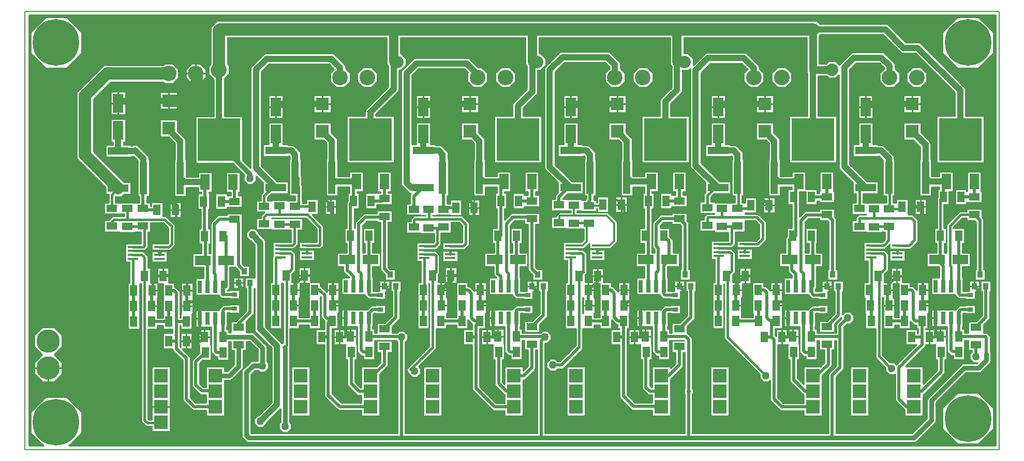
<source format=gbr>
G04 PROTEUS RS274X GERBER FILE*
%FSLAX45Y45*%
%MOMM*%
G01*
%ADD11C,1.016000*%
%ADD10C,0.508000*%
%ADD14C,0.762000*%
%ADD12C,1.270000*%
%ADD15C,2.032000*%
%ADD41C,1.524000*%
%ADD16C,2.540000*%
%ADD18C,0.381000*%
%ADD19C,0.304800*%
%ADD70C,1.270000*%
%ADD71C,0.762000*%
%ADD20C,2.032000*%
%ADD13C,0.254000*%
%ADD22C,3.810000*%
%ADD23C,2.540000*%
%ADD24R,2.286000X2.286000*%
%ADD33R,0.889000X1.016000*%
%ADD72R,6.985000X6.985000*%
%ADD73R,1.524000X2.540000*%
%ADD27R,2.108200X2.108200*%
%ADD32R,0.889000X0.635000*%
%ADD21R,1.193800X5.308600*%
%ADD28R,1.651000X3.048000*%
%ADD34R,1.778000X0.381000*%
%ADD30R,0.635000X2.032000*%
%ADD29R,3.403600X1.244600*%
%ADD31R,2.540000X1.524000*%
%ADD25R,1.143000X1.803400*%
%ADD26R,1.803400X1.143000*%
%ADD35C,7.620000*%
%ADD40C,0.203200*%
G36*
X+8448040Y-4193540D02*
X-6712345Y-4193540D01*
X-6502401Y-3983596D01*
X-6502401Y-3636404D01*
X-6747904Y-3390901D01*
X-7095096Y-3390901D01*
X-7340599Y-3636404D01*
X-7340599Y-3983596D01*
X-7130655Y-4193540D01*
X-7368540Y-4193540D01*
X-7368540Y+2860040D01*
X+8448040Y+2860040D01*
X+8448040Y-4193540D01*
G37*
%LPC*%
G36*
X-6819901Y-2381811D02*
X-6819901Y-2571189D01*
X-6947462Y-2698750D01*
X-6819901Y-2826311D01*
X-6819901Y-3015689D01*
X-6953811Y-3149599D01*
X-7143189Y-3149599D01*
X-7277099Y-3015689D01*
X-7277099Y-2826311D01*
X-7149538Y-2698750D01*
X-7277099Y-2571189D01*
X-7277099Y-2381811D01*
X-7143189Y-2247901D01*
X-6953811Y-2247901D01*
X-6819901Y-2381811D01*
G37*
G36*
X+6375399Y-3200399D02*
X+6375399Y-3708399D01*
X+6070601Y-3708399D01*
X+6070601Y-2895601D01*
X+6375399Y-2895601D01*
X+6375399Y-3200399D01*
G37*
G36*
X+4787901Y+1773114D02*
X+4787901Y+1909886D01*
X+4884614Y+2006599D01*
X+5021386Y+2006599D01*
X+5118099Y+1909886D01*
X+5118099Y+1773114D01*
X+5021386Y+1676401D01*
X+4884614Y+1676401D01*
X+4787901Y+1773114D01*
G37*
G36*
X+6997701Y+1773114D02*
X+6997701Y+1909886D01*
X+7094414Y+2006599D01*
X+7231186Y+2006599D01*
X+7327899Y+1909886D01*
X+7327899Y+1773114D01*
X+7231186Y+1676401D01*
X+7094414Y+1676401D01*
X+6997701Y+1773114D01*
G37*
G36*
X+7230109Y+936833D02*
X+7394499Y+772443D01*
X+7394499Y+501649D01*
X+7403389Y+501649D01*
X+7403389Y+226053D01*
X+7405923Y+223519D01*
X+7531101Y+223519D01*
X+7531101Y+299719D01*
X+7759699Y+299719D01*
X+7759699Y-30479D01*
X+7689849Y-30479D01*
X+7689849Y-247649D01*
X+7605749Y-247649D01*
X+7605749Y-626111D01*
X+7643849Y-626111D01*
X+7643849Y-882649D01*
X+7612099Y-882649D01*
X+7612099Y-1028701D01*
X+7645153Y-1028701D01*
X+7645153Y-568754D01*
X+7861676Y-352231D01*
X+7974331Y-352231D01*
X+7974331Y-314131D01*
X+8230869Y-314131D01*
X+8230869Y-447849D01*
X+8260079Y-477059D01*
X+8260079Y-1300481D01*
X+8279129Y-1300481D01*
X+8279129Y-1478279D01*
X+8114031Y-1478279D01*
X+8114031Y-1300481D01*
X+8133081Y-1300481D01*
X+8133081Y-529661D01*
X+8108049Y-504629D01*
X+7974331Y-504629D01*
X+7974331Y-466529D01*
X+7909018Y-466529D01*
X+7759451Y-616096D01*
X+7759451Y-626111D01*
X+7943849Y-626111D01*
X+7943849Y-882649D01*
X+7912099Y-882649D01*
X+7912099Y-1028701D01*
X+8039099Y-1028701D01*
X+8039099Y-1257299D01*
X+7912099Y-1257299D01*
X+7912099Y-1440181D01*
X+7918449Y-1440181D01*
X+7918449Y-1662431D01*
X+7956551Y-1662431D01*
X+7956551Y-1656081D01*
X+8020051Y-1656081D01*
X+8020051Y-1490981D01*
X+8185149Y-1490981D01*
X+8185149Y-1668779D01*
X+8121649Y-1668779D01*
X+8121649Y-1795779D01*
X+7956551Y-1795779D01*
X+7956551Y-1789429D01*
X+7848106Y-1789429D01*
X+7784392Y-1725715D01*
X+7784392Y-1719579D01*
X+7397751Y-1719579D01*
X+7397751Y-1440181D01*
X+7531101Y-1440181D01*
X+7531102Y-1270902D01*
X+7517499Y-1257299D01*
X+7327901Y-1257299D01*
X+7327901Y-1028701D01*
X+7485101Y-1028701D01*
X+7485101Y-882649D01*
X+7453351Y-882649D01*
X+7453351Y-626111D01*
X+7491451Y-626111D01*
X+7491451Y-136629D01*
X+7499351Y-128729D01*
X+7499351Y+8889D01*
X+7531101Y+8889D01*
X+7531101Y+45721D01*
X+7403389Y+45721D01*
X+7403389Y-105409D01*
X+7207811Y-105409D01*
X+7207811Y+501649D01*
X+7216701Y+501649D01*
X+7216701Y+698797D01*
X+7104387Y+811111D01*
X+6943091Y+811111D01*
X+6943091Y+1098129D01*
X+7230109Y+1098129D01*
X+7230109Y+936833D01*
G37*
G36*
X+5581986Y+2716093D02*
X+6680629Y+2716093D01*
X+6983723Y+2412999D01*
X+7212323Y+2412999D01*
X+7962899Y+1662423D01*
X+7962899Y+1212849D01*
X+8261349Y+1212849D01*
X+8261349Y+438151D01*
X+7486651Y+438151D01*
X+7486651Y+1212849D01*
X+7785101Y+1212849D01*
X+7785101Y+1588777D01*
X+7138677Y+2235201D01*
X+6910077Y+2235201D01*
X+6606983Y+2538295D01*
X+5581986Y+2538295D01*
X+5562599Y+2518908D01*
X+5562599Y+2070099D01*
X+5682535Y+2070099D01*
X+5720635Y+2108199D01*
X+5836365Y+2108199D01*
X+5894471Y+2050093D01*
X+6095803Y+2251425D01*
X+6620755Y+2251425D01*
X+6807199Y+2064981D01*
X+6807199Y+1986086D01*
X+6883399Y+1909886D01*
X+6883399Y+1773114D01*
X+6786686Y+1676401D01*
X+6649914Y+1676401D01*
X+6553201Y+1773114D01*
X+6553201Y+1909886D01*
X+6629401Y+1986086D01*
X+6629401Y+1991335D01*
X+6547109Y+2073627D01*
X+6169449Y+2073627D01*
X+6066925Y+1971103D01*
X+6066925Y+416017D01*
X+6349993Y+132949D01*
X+6532879Y+132949D01*
X+6532879Y-67709D01*
X+6280149Y-67709D01*
X+6280149Y-211651D01*
X+6351269Y-211651D01*
X+6351269Y-214631D01*
X+6661152Y-214631D01*
X+6661152Y-105409D01*
X+6607811Y-105409D01*
X+6607811Y+487687D01*
X+6541777Y+553721D01*
X+6532879Y+553721D01*
X+6532879Y+542291D01*
X+6116321Y+542291D01*
X+6116321Y+742949D01*
X+6203951Y+742949D01*
X+6203951Y+1105119D01*
X+6445249Y+1105119D01*
X+6445249Y+742949D01*
X+6532879Y+742949D01*
X+6532879Y+731519D01*
X+6615423Y+731519D01*
X+6794499Y+552443D01*
X+6794499Y+501649D01*
X+6803389Y+501649D01*
X+6803389Y-105409D01*
X+6775448Y-105409D01*
X+6775448Y-214631D01*
X+6826251Y-214631D01*
X+6826251Y-151131D01*
X+7016749Y-151131D01*
X+7016749Y-405077D01*
X+7094426Y-405077D01*
X+7182368Y-493019D01*
X+7182368Y-848652D01*
X+7059500Y-971520D01*
X+6972299Y-971520D01*
X+6972299Y-1166549D01*
X+6718301Y-1166549D01*
X+6718301Y-894262D01*
X+6641014Y-971549D01*
X+6542299Y-971549D01*
X+6542299Y-987251D01*
X+6636217Y-987251D01*
X+6698111Y-1049145D01*
X+6698111Y-1320531D01*
X+6631169Y-1387473D01*
X+6627849Y-1391183D01*
X+6627849Y-1515111D01*
X+6737351Y-1515111D01*
X+6737351Y-1281431D01*
X+6927849Y-1281431D01*
X+6927849Y-1515111D01*
X+7054849Y-1515111D01*
X+7054849Y-1579881D01*
X+7101841Y-1579881D01*
X+7164351Y-1642391D01*
X+7164351Y-1515111D01*
X+7354849Y-1515111D01*
X+7354849Y-2025649D01*
X+7344849Y-2025649D01*
X+7344849Y-2279649D01*
X+7310505Y-2279649D01*
X+7310505Y-2284731D01*
X+7453351Y-2284731D01*
X+7453351Y-2277111D01*
X+7643849Y-2277111D01*
X+7643849Y-2531111D01*
X+7653849Y-2531111D01*
X+7653849Y-2787649D01*
X+7622099Y-2787649D01*
X+7622099Y-3008701D01*
X+7265301Y-3365499D01*
X+7264399Y-3365499D01*
X+7264399Y-3708399D01*
X+6959601Y-3708399D01*
X+6959601Y-3610405D01*
X+6804497Y-3455302D01*
X+6804497Y-3018412D01*
X+6792701Y-3030208D01*
X+6708533Y-3030208D01*
X+6649018Y-2970693D01*
X+6649018Y-2916760D01*
X+6485436Y-2753178D01*
X+6485436Y-2279649D01*
X+6320351Y-2279649D01*
X+6320351Y-2025649D01*
X+6310351Y-2025649D01*
X+6310351Y-1771649D01*
X+6292851Y-1771649D01*
X+6292851Y-1515111D01*
X+6358151Y-1515111D01*
X+6358151Y-1166549D01*
X+6288301Y-1166549D01*
X+6288301Y-857251D01*
X+6593672Y-857251D01*
X+6642262Y-808661D01*
X+6642262Y-695129D01*
X+6592569Y-695129D01*
X+6592569Y-705129D01*
X+6336031Y-705129D01*
X+6336031Y-692149D01*
X+6094731Y-692149D01*
X+6094731Y-501651D01*
X+6165851Y-501651D01*
X+6165851Y-452023D01*
X+6212797Y-405077D01*
X+6336031Y-405077D01*
X+6336031Y-402149D01*
X+6094731Y-402149D01*
X+6094731Y-211651D01*
X+6165851Y-211651D01*
X+6165851Y-67709D01*
X+6116321Y-67709D01*
X+6116321Y+115177D01*
X+5889127Y+342371D01*
X+5889127Y+1881563D01*
X+5836365Y+1828801D01*
X+5720635Y+1828801D01*
X+5682535Y+1866901D01*
X+5549899Y+1866901D01*
X+5549899Y+1212849D01*
X+5848349Y+1212849D01*
X+5848349Y+438151D01*
X+5073651Y+438151D01*
X+5073651Y+1212849D01*
X+5372101Y+1212849D01*
X+5372101Y+1913716D01*
X+5359401Y+1926416D01*
X+5359401Y+2487495D01*
X+3352799Y+2487495D01*
X+3352799Y+2235199D01*
X+3423365Y+2235199D01*
X+3505199Y+2153365D01*
X+3505199Y+2043421D01*
X+3709677Y+2247899D01*
X+4367776Y+2247899D01*
X+4584699Y+2030976D01*
X+4584699Y+1986086D01*
X+4660899Y+1909886D01*
X+4660899Y+1773114D01*
X+4564186Y+1676401D01*
X+4427414Y+1676401D01*
X+4330701Y+1773114D01*
X+4330701Y+1909886D01*
X+4392523Y+1971708D01*
X+4294130Y+2070101D01*
X+3783323Y+2070101D01*
X+3631006Y+1917784D01*
X+3631006Y+438936D01*
X+3936993Y+132949D01*
X+4119879Y+132949D01*
X+4119879Y-67709D01*
X+3842509Y-67709D01*
X+3790949Y-119269D01*
X+3790949Y-196851D01*
X+3862069Y-196851D01*
X+3862069Y-209551D01*
X+4184651Y-209551D01*
X+4184651Y-105409D01*
X+4131311Y-105409D01*
X+4131311Y+501649D01*
X+4140201Y+501649D01*
X+4140201Y+542297D01*
X+4128777Y+553721D01*
X+4119879Y+553721D01*
X+4119879Y+542291D01*
X+3703321Y+542291D01*
X+3703321Y+742949D01*
X+3790951Y+742949D01*
X+3790951Y+1105119D01*
X+4032249Y+1105119D01*
X+4032249Y+742949D01*
X+4119879Y+742949D01*
X+4119879Y+731519D01*
X+4202423Y+731519D01*
X+4317999Y+615943D01*
X+4317999Y+501649D01*
X+4326889Y+501649D01*
X+4326889Y-105409D01*
X+4298949Y-105409D01*
X+4298949Y-209551D01*
X+4349751Y-209551D01*
X+4349751Y-125731D01*
X+4540249Y-125731D01*
X+4540249Y-382269D01*
X+4357369Y-382269D01*
X+4357369Y-395268D01*
X+4567754Y-395268D01*
X+4700193Y-527707D01*
X+4700193Y-831614D01*
X+4583808Y-947999D01*
X+4474949Y-947999D01*
X+4474949Y-1142999D01*
X+4220951Y-1142999D01*
X+4220951Y-833701D01*
X+4536466Y-833701D01*
X+4585895Y-784272D01*
X+4585895Y-575049D01*
X+4520412Y-509566D01*
X+4357369Y-509566D01*
X+4357369Y-690049D01*
X+4190728Y-690049D01*
X+4190728Y-897588D01*
X+4140317Y-947999D01*
X+4044949Y-947999D01*
X+4044949Y-963701D01*
X+4125045Y-963701D01*
X+4190798Y-1029454D01*
X+4190798Y-1351022D01*
X+4146549Y-1395271D01*
X+4146549Y-1515111D01*
X+4256051Y-1515111D01*
X+4256051Y-1281431D01*
X+4446549Y-1281431D01*
X+4446549Y-1537969D01*
X+4306849Y-1537969D01*
X+4306849Y-1771649D01*
X+4296849Y-1771649D01*
X+4296849Y-2087881D01*
X+4478851Y-2087881D01*
X+4478851Y-2025649D01*
X+4468851Y-2025649D01*
X+4468851Y-1515111D01*
X+4659349Y-1515111D01*
X+4659349Y-1579881D01*
X+4694178Y-1579881D01*
X+4768851Y-1654554D01*
X+4768851Y-1515111D01*
X+4959349Y-1515111D01*
X+4959349Y-2279649D01*
X+4847690Y-2279649D01*
X+4847690Y-2386699D01*
X+4857751Y-2396760D01*
X+4857751Y-2284731D01*
X+5040351Y-2284731D01*
X+5040351Y-2277111D01*
X+5230849Y-2277111D01*
X+5230849Y-2531111D01*
X+5240849Y-2531111D01*
X+5240849Y-2787649D01*
X+5209099Y-2787649D01*
X+5209099Y-3085199D01*
X+5308601Y-3184701D01*
X+5308601Y-2895601D01*
X+5587099Y-2895601D01*
X+5651501Y-2831199D01*
X+5651502Y-2627629D01*
X+5561331Y-2627629D01*
X+5561331Y-2468879D01*
X+5530849Y-2468879D01*
X+5530849Y-2787649D01*
X+5340351Y-2787649D01*
X+5340351Y-2730499D01*
X+5307699Y-2730499D01*
X+5245101Y-2667901D01*
X+5245101Y-2240279D01*
X+4984751Y-2240279D01*
X+4984751Y-1960881D01*
X+5379132Y-1960881D01*
X+5442632Y-1897381D01*
X+5543551Y-1897381D01*
X+5543551Y-1891031D01*
X+5708649Y-1891031D01*
X+5708649Y-2030729D01*
X+5543551Y-2030729D01*
X+5543551Y-2024379D01*
X+5505449Y-2024379D01*
X+5505449Y-2240279D01*
X+5499099Y-2240279D01*
X+5499099Y-2277111D01*
X+5530849Y-2277111D01*
X+5530849Y-2341881D01*
X+5842001Y-2341881D01*
X+5842001Y-2196198D01*
X+5930901Y-2107299D01*
X+5930901Y-2090879D01*
X+5817869Y-2203911D01*
X+5817869Y-2337629D01*
X+5561331Y-2337629D01*
X+5561331Y-2147131D01*
X+5695049Y-2147131D01*
X+5814061Y-2028119D01*
X+5814061Y-1668779D01*
X+5795011Y-1668779D01*
X+5795011Y-1490981D01*
X+5960109Y-1490981D01*
X+5960109Y-1668779D01*
X+5941059Y-1668779D01*
X+5941059Y-2043258D01*
X+5990416Y-1993901D01*
X+6074584Y-1993901D01*
X+6134099Y-2053416D01*
X+6134099Y-2137584D01*
X+6074584Y-2197099D01*
X+6020701Y-2197099D01*
X+5968999Y-2248801D01*
X+5968999Y-2934601D01*
X+5841999Y-3061601D01*
X+5841999Y-3987801D01*
X+5873939Y-3987801D01*
X+5874478Y-3987262D01*
X+7080541Y-3987699D01*
X+7325803Y-3742437D01*
X+7325803Y-3424937D01*
X+7905939Y-2844801D01*
X+8141318Y-2844801D01*
X+8154020Y-2832099D01*
X+8085916Y-2832099D01*
X+8026401Y-2772584D01*
X+8026401Y-2688416D01*
X+8064501Y-2650316D01*
X+8064501Y-2635249D01*
X+7999731Y-2635249D01*
X+7999731Y-2468879D01*
X+7943849Y-2468879D01*
X+7943849Y-2787649D01*
X+7753351Y-2787649D01*
X+7753351Y-2714592D01*
X+7718398Y-2714592D01*
X+7658101Y-2654295D01*
X+7658101Y-2240279D01*
X+7397751Y-2240279D01*
X+7397751Y-1960881D01*
X+7795271Y-1960881D01*
X+7858771Y-1897381D01*
X+7956551Y-1897381D01*
X+7956551Y-1891031D01*
X+8121649Y-1891031D01*
X+8121649Y-2030729D01*
X+7956551Y-2030729D01*
X+7956551Y-2024379D01*
X+7918449Y-2024379D01*
X+7918449Y-2240279D01*
X+7912099Y-2240279D01*
X+7912099Y-2277111D01*
X+7943849Y-2277111D01*
X+7943849Y-2341881D01*
X+7999731Y-2341881D01*
X+7999731Y-2154751D01*
X+8133449Y-2154751D01*
X+8227061Y-2061139D01*
X+8227061Y-1668779D01*
X+8208011Y-1668779D01*
X+8208011Y-1490981D01*
X+8373109Y-1490981D01*
X+8373109Y-1668779D01*
X+8354059Y-1668779D01*
X+8354059Y-2113741D01*
X+8256269Y-2211531D01*
X+8256269Y-2341881D01*
X+8307791Y-2341881D01*
X+8363378Y-2397468D01*
X+8363378Y-2644752D01*
X+8376078Y-2657452D01*
X+8376078Y-2825561D01*
X+8204440Y-2997199D01*
X+7969061Y-2997199D01*
X+7478201Y-3488059D01*
X+7478201Y-3805559D01*
X+7143643Y-4140117D01*
X+7112065Y-4140106D01*
X+5937580Y-4139680D01*
X+5937061Y-4140199D01*
X-3797816Y-4140199D01*
X-3881495Y-4056520D01*
X-3881495Y-2958582D01*
X-3836859Y-2913946D01*
X-3836857Y-2913946D01*
X-3774250Y-2851339D01*
X-3774250Y-2851337D01*
X-3729614Y-2806701D01*
X-3729612Y-2806701D01*
X-3723968Y-2801057D01*
X-3624465Y-2801057D01*
X-3624465Y-2618753D01*
X-3754019Y-2489199D01*
X-3808731Y-2489199D01*
X-3808731Y-2635249D01*
X-3860801Y-2635249D01*
X-3860801Y-2926167D01*
X-3905437Y-2970803D01*
X-3905439Y-2970803D01*
X-4060605Y-3125969D01*
X-4165601Y-3125969D01*
X-4165601Y-3708399D01*
X-4470399Y-3708399D01*
X-4470399Y-3617903D01*
X-4690897Y-3617903D01*
X-4853499Y-3455302D01*
X-4853499Y-2792801D01*
X-5016499Y-2629802D01*
X-5016499Y-2604769D01*
X-5175249Y-2604769D01*
X-5175249Y-2348231D01*
X-5016499Y-2348231D01*
X-5016499Y-2287269D01*
X-5175249Y-2287269D01*
X-5175249Y-2222499D01*
X-5266251Y-2222499D01*
X-5266251Y-2287269D01*
X-5416551Y-2287269D01*
X-5416551Y-3753220D01*
X-5406182Y-3763589D01*
X-5359399Y-3763589D01*
X-5359399Y-2895601D01*
X-5054601Y-2895601D01*
X-5054601Y-3962399D01*
X-5359399Y-3962399D01*
X-5359399Y-3877887D01*
X-5453524Y-3877887D01*
X-5530849Y-3800562D01*
X-5530849Y-1537969D01*
X-5556251Y-1537969D01*
X-5556251Y-2287269D01*
X-5746749Y-2287269D01*
X-5746749Y-1522731D01*
X-5719549Y-1522731D01*
X-5719549Y-1188949D01*
X-5789399Y-1188949D01*
X-5789399Y-879651D01*
X-5534612Y-879651D01*
X-5534612Y-690049D01*
X-5624831Y-690049D01*
X-5624831Y-700049D01*
X-5881369Y-700049D01*
X-5881369Y-690049D01*
X-6135369Y-690049D01*
X-6135369Y-499551D01*
X-6060403Y-499551D01*
X-6060403Y-492343D01*
X-5998380Y-430320D01*
X-5810249Y-430320D01*
X-5810249Y-400049D01*
X-6135369Y-400049D01*
X-6135369Y-209551D01*
X-6064249Y-209551D01*
X-6064249Y-75329D01*
X-6113779Y-75329D01*
X-6113779Y+35715D01*
X-6589117Y+511053D01*
X-6589117Y+1597578D01*
X-6141996Y+2044699D01*
X-5173786Y+2044699D01*
X-5148386Y+2070099D01*
X-5011614Y+2070099D01*
X-4914901Y+1973386D01*
X-4914901Y+1836614D01*
X-5011614Y+1739901D01*
X-5148386Y+1739901D01*
X-5173786Y+1765301D01*
X-6026266Y+1765301D01*
X-6309719Y+1481848D01*
X-6309719Y+626783D01*
X-5808265Y+125329D01*
X-5697221Y+125329D01*
X-5697221Y-75329D01*
X-5808265Y-75329D01*
X-5847635Y-114699D01*
X-5949951Y-114699D01*
X-5949951Y-209551D01*
X-5562599Y-209551D01*
X-5562599Y-113029D01*
X-5587289Y-113029D01*
X-5587289Y+478467D01*
X-5654923Y+546101D01*
X-5697221Y+546101D01*
X-5697221Y+534671D01*
X-6113779Y+534671D01*
X-6113779Y+735329D01*
X-5994399Y+735329D01*
X-5994399Y+780001D01*
X-6026149Y+780001D01*
X-6026149Y+1160999D01*
X-5784851Y+1160999D01*
X-5784851Y+780001D01*
X-5816601Y+780001D01*
X-5816601Y+735329D01*
X-5697221Y+735329D01*
X-5697221Y+723899D01*
X-5677415Y+723899D01*
X-5666169Y+735145D01*
X-5592523Y+735145D01*
X-5400601Y+543223D01*
X-5400601Y+494029D01*
X-5391711Y+494029D01*
X-5391711Y-113029D01*
X-5435601Y-113029D01*
X-5435601Y-209551D01*
X-5370831Y-209551D01*
X-5370831Y-266701D01*
X-5365749Y-266701D01*
X-5365749Y-201931D01*
X-5175251Y-201931D01*
X-5175251Y-430320D01*
X-5120024Y-430320D01*
X-4974487Y-575857D01*
X-4974487Y-916489D01*
X-5051947Y-993949D01*
X-5105401Y-993949D01*
X-5105401Y-1188949D01*
X-5359399Y-1188949D01*
X-5359399Y-879651D01*
X-5099289Y-879651D01*
X-5088785Y-869147D01*
X-5088785Y-623199D01*
X-5167366Y-544618D01*
X-5370831Y-544618D01*
X-5370831Y-690049D01*
X-5420314Y-690049D01*
X-5420314Y-944029D01*
X-5470234Y-993949D01*
X-5535401Y-993949D01*
X-5535401Y-1008071D01*
X-5495682Y-1008071D01*
X-5416551Y-1087202D01*
X-5416551Y-1281431D01*
X-5378451Y-1281431D01*
X-5378451Y-1522731D01*
X-5268949Y-1522731D01*
X-5268949Y-1281431D01*
X-5078451Y-1281431D01*
X-5078451Y-1522731D01*
X-4984751Y-1522731D01*
X-4984751Y-1587501D01*
X-4970601Y-1587501D01*
X-4889501Y-1668601D01*
X-4889501Y-2095501D01*
X-4885249Y-2095501D01*
X-4885249Y-2030731D01*
X-4875249Y-2030731D01*
X-4875249Y-1522731D01*
X-4684751Y-1522731D01*
X-4684751Y-2033269D01*
X-4694751Y-2033269D01*
X-4694751Y-2287269D01*
X-4885249Y-2287269D01*
X-4885249Y-2222499D01*
X-4889501Y-2222499D01*
X-4889501Y-2577199D01*
X-4885249Y-2581451D01*
X-4885249Y-2348231D01*
X-4694751Y-2348231D01*
X-4694751Y-2604769D01*
X-4861931Y-2604769D01*
X-4726501Y-2740198D01*
X-4726501Y-3402699D01*
X-4638295Y-3490905D01*
X-4470399Y-3490905D01*
X-4470399Y-3357997D01*
X-4564547Y-3357997D01*
X-4699156Y-3223389D01*
X-4699156Y-2795355D01*
X-4661958Y-2758158D01*
X-4576249Y-2672449D01*
X-4576249Y-2541269D01*
X-4586249Y-2541269D01*
X-4586249Y-2284731D01*
X-4395751Y-2284731D01*
X-4395751Y-2538731D01*
X-4385751Y-2538731D01*
X-4385751Y-2795269D01*
X-4519469Y-2795269D01*
X-4572158Y-2847958D01*
X-4572158Y-3170786D01*
X-4511945Y-3230999D01*
X-4470399Y-3230999D01*
X-4470399Y-2895601D01*
X-4165601Y-2895601D01*
X-4165601Y-2973571D01*
X-4123727Y-2973571D01*
X-4013199Y-2863043D01*
X-4013199Y-2635249D01*
X-4065269Y-2635249D01*
X-4065269Y-2489199D01*
X-4095751Y-2489199D01*
X-4095751Y-2795269D01*
X-4286249Y-2795269D01*
X-4286249Y-2730499D01*
X-4317790Y-2730499D01*
X-4380882Y-2667407D01*
X-4380882Y-2247899D01*
X-4641849Y-2247899D01*
X-4641849Y-1968501D01*
X-4255096Y-1968501D01*
X-4255096Y-1952033D01*
X-4189014Y-1885951D01*
X-4083049Y-1885951D01*
X-4083049Y-1879601D01*
X-3917951Y-1879601D01*
X-3917951Y-2019299D01*
X-4083049Y-2019299D01*
X-4083049Y-2012949D01*
X-4121151Y-2012949D01*
X-4121151Y-2247899D01*
X-4127501Y-2247899D01*
X-4127501Y-2284731D01*
X-4095751Y-2284731D01*
X-4095751Y-2336801D01*
X-4065269Y-2336801D01*
X-4065269Y-2154751D01*
X-3985128Y-2154751D01*
X-3963301Y-2132925D01*
X-3812539Y-1982163D01*
X-3812539Y-1612899D01*
X-3831589Y-1612899D01*
X-3831589Y-1435101D01*
X-3670299Y-1435101D01*
X-3670299Y-905553D01*
X-3735088Y-840764D01*
X-3753049Y-840764D01*
X-3812564Y-781249D01*
X-3812564Y-697081D01*
X-3753049Y-637566D01*
X-3668881Y-637566D01*
X-3609366Y-697081D01*
X-3609366Y-715042D01*
X-3492501Y-831907D01*
X-3492501Y-2244046D01*
X-3224028Y-2512520D01*
X-3216418Y-2504910D01*
X-3208656Y-2504910D01*
X-3208656Y-1530349D01*
X-3232151Y-1530349D01*
X-3232151Y-2279649D01*
X-3422649Y-2279649D01*
X-3422649Y-1515111D01*
X-3384549Y-1515111D01*
X-3384549Y-1099563D01*
X-3376399Y-1091413D01*
X-3376399Y-854251D01*
X-3081371Y-854251D01*
X-3079749Y-852629D01*
X-3079749Y-659129D01*
X-3392169Y-659129D01*
X-3392169Y-654049D01*
X-3646169Y-654049D01*
X-3646169Y-463551D01*
X-3575049Y-463551D01*
X-3575049Y-424901D01*
X-3514197Y-364049D01*
X-3646169Y-364049D01*
X-3646169Y-173551D01*
X-3575049Y-173551D01*
X-3575049Y-81765D01*
X-3535679Y-42395D01*
X-3535679Y+115177D01*
X-3644901Y+224399D01*
X-3644901Y+148416D01*
X-3704416Y+88901D01*
X-3788584Y+88901D01*
X-3848099Y+148416D01*
X-3848099Y+232584D01*
X-3840472Y+240212D01*
X-4030791Y+430531D01*
X-4641849Y+430531D01*
X-4641849Y+1205229D01*
X-4343399Y+1205229D01*
X-4343399Y+1801037D01*
X-4429059Y+1886697D01*
X-4429059Y+2023469D01*
X-4394199Y+2058329D01*
X-4394199Y+2667044D01*
X-4377075Y+2684168D01*
X-4377075Y+2685059D01*
X-4295241Y+2766893D01*
X+5531186Y+2766893D01*
X+5581986Y+2716093D01*
G37*
G36*
X+8216899Y-24131D02*
X+8230869Y-24131D01*
X+8230869Y-214629D01*
X+7979849Y-214629D01*
X+7979849Y-247649D01*
X+7789351Y-247649D01*
X+7789351Y+8889D01*
X+7979849Y+8889D01*
X+7979849Y-24131D01*
X+7988301Y-24131D01*
X+7988301Y+299719D01*
X+8216899Y+299719D01*
X+8216899Y-24131D01*
G37*
G36*
X+4817109Y+936833D02*
X+4917999Y+835943D01*
X+4917999Y+501649D01*
X+4926889Y+501649D01*
X+4926889Y+226053D01*
X+4929423Y+223519D01*
X+5118101Y+223519D01*
X+5118101Y+299719D01*
X+5346699Y+299719D01*
X+5346699Y+8889D01*
X+5530849Y+8889D01*
X+5530849Y-55881D01*
X+5561331Y-55881D01*
X+5561331Y-24131D01*
X+5575301Y-24131D01*
X+5575301Y+299719D01*
X+5803899Y+299719D01*
X+5803899Y-24131D01*
X+5817869Y-24131D01*
X+5817869Y-214629D01*
X+5561331Y-214629D01*
X+5561331Y-182879D01*
X+5530849Y-182879D01*
X+5530849Y-247649D01*
X+5340351Y-247649D01*
X+5340351Y-30479D01*
X+5245099Y-30479D01*
X+5245099Y-438994D01*
X+5336178Y-347915D01*
X+5561331Y-347915D01*
X+5561331Y-314131D01*
X+5817869Y-314131D01*
X+5817869Y-447849D01*
X+5847079Y-477059D01*
X+5847079Y-1300481D01*
X+5866129Y-1300481D01*
X+5866129Y-1478279D01*
X+5701031Y-1478279D01*
X+5701031Y-1300481D01*
X+5720081Y-1300481D01*
X+5720081Y-529661D01*
X+5695049Y-504629D01*
X+5561331Y-504629D01*
X+5561331Y-474913D01*
X+5388780Y-474913D01*
X+5333999Y-529694D01*
X+5333999Y-1028701D01*
X+5397501Y-1028701D01*
X+5397501Y-882649D01*
X+5340351Y-882649D01*
X+5340351Y-626111D01*
X+5530849Y-626111D01*
X+5530849Y-882649D01*
X+5524499Y-882649D01*
X+5524499Y-1028701D01*
X+5626099Y-1028701D01*
X+5626099Y-1257299D01*
X+5524499Y-1257299D01*
X+5524499Y-1606181D01*
X+5505765Y-1624915D01*
X+5505765Y-1662432D01*
X+5543551Y-1662432D01*
X+5543551Y-1656081D01*
X+5607051Y-1656081D01*
X+5607051Y-1490981D01*
X+5772149Y-1490981D01*
X+5772149Y-1668779D01*
X+5708649Y-1668779D01*
X+5708649Y-1795779D01*
X+5543551Y-1795779D01*
X+5543551Y-1789428D01*
X+5447680Y-1789428D01*
X+5378767Y-1720515D01*
X+5378767Y-1719579D01*
X+4984751Y-1719579D01*
X+4984751Y-1440181D01*
X+5118101Y-1440181D01*
X+5118101Y-1407024D01*
X+5051984Y-1340907D01*
X+5051984Y-1257299D01*
X+4914901Y-1257299D01*
X+4914901Y-1028701D01*
X+5016501Y-1028701D01*
X+5016501Y-783679D01*
X+5040351Y-759829D01*
X+5040351Y-626111D01*
X+5118101Y-626111D01*
X+5118101Y-247649D01*
X+5050351Y-247649D01*
X+5050351Y+8889D01*
X+5118101Y+8889D01*
X+5118101Y+45721D01*
X+4926889Y+45721D01*
X+4926889Y-105409D01*
X+4731311Y-105409D01*
X+4731311Y+501649D01*
X+4740201Y+501649D01*
X+4740201Y+762297D01*
X+4691387Y+811111D01*
X+4530091Y+811111D01*
X+4530091Y+1098129D01*
X+4817109Y+1098129D01*
X+4817109Y+936833D01*
G37*
G36*
X+7230109Y+1261111D02*
X+6943091Y+1261111D01*
X+6943091Y+1548129D01*
X+7230109Y+1548129D01*
X+7230109Y+1261111D01*
G37*
G36*
X+4817109Y+1261111D02*
X+4530091Y+1261111D01*
X+4530091Y+1548129D01*
X+4817109Y+1548129D01*
X+4817109Y+1261111D01*
G37*
G36*
X+6445249Y+1168621D02*
X+6203951Y+1168621D01*
X+6203951Y+1549619D01*
X+6445249Y+1549619D01*
X+6445249Y+1168621D01*
G37*
G36*
X+4032249Y+1168621D02*
X+3790951Y+1168621D01*
X+3790951Y+1549619D01*
X+4032249Y+1549619D01*
X+4032249Y+1168621D01*
G37*
G36*
X+7126251Y-151131D02*
X+7316749Y-151131D01*
X+7316749Y-407669D01*
X+7126251Y-407669D01*
X+7126251Y-151131D01*
G37*
G36*
X+4649751Y-125731D02*
X+4840249Y-125731D01*
X+4840249Y-382269D01*
X+4649751Y-382269D01*
X+4649751Y-125731D01*
G37*
G36*
X-3911601Y-38099D02*
X-3937001Y-38099D01*
X-3937001Y-95251D01*
X-3872231Y-95251D01*
X-3872231Y-285749D01*
X-4123251Y-285749D01*
X-4123251Y-318769D01*
X-4313749Y-318769D01*
X-4313749Y-62231D01*
X-4123251Y-62231D01*
X-4123251Y-95251D01*
X-4063999Y-95251D01*
X-4063999Y-38099D01*
X-4140199Y-38099D01*
X-4140199Y+292099D01*
X-3911601Y+292099D01*
X-3911601Y-38099D01*
G37*
G36*
X-4936491Y+970863D02*
X-4930880Y+963007D01*
X-4800601Y+832728D01*
X-4800601Y+494029D01*
X-4791711Y+494029D01*
X-4791711Y+218433D01*
X-4789177Y+215899D01*
X-4597399Y+215899D01*
X-4597399Y+292099D01*
X-4368801Y+292099D01*
X-4368801Y-38099D01*
X-4419601Y-38099D01*
X-4419601Y-62231D01*
X-4413251Y-62231D01*
X-4413251Y-318769D01*
X-4427501Y-318769D01*
X-4427501Y-633731D01*
X-4395751Y-633731D01*
X-4395751Y-890269D01*
X-4417502Y-890269D01*
X-4417502Y-1042811D01*
X-4395609Y-1042811D01*
X-4395609Y-540103D01*
X-4272507Y-417001D01*
X-4128769Y-417001D01*
X-4128769Y-385251D01*
X-3872231Y-385251D01*
X-3872231Y-575749D01*
X-3873501Y-575749D01*
X-3873501Y-1213219D01*
X-3842119Y-1244601D01*
X-3760471Y-1244601D01*
X-3760471Y-1422399D01*
X-3925569Y-1422399D01*
X-3925569Y-1340751D01*
X-3994911Y-1271409D01*
X-4078111Y-1271409D01*
X-4078111Y-1613801D01*
X-4115309Y-1650999D01*
X-4121151Y-1650999D01*
X-4121151Y-1651001D01*
X-4083049Y-1651001D01*
X-4083049Y-1644651D01*
X-3917951Y-1644651D01*
X-3917951Y-1784349D01*
X-4083049Y-1784349D01*
X-4083049Y-1777999D01*
X-4222551Y-1777999D01*
X-4260413Y-1740137D01*
X-4260413Y-1727199D01*
X-4641849Y-1727199D01*
X-4641849Y-1447801D01*
X-4508499Y-1447801D01*
X-4508499Y-1271409D01*
X-4687709Y-1271409D01*
X-4687709Y-1042811D01*
X-4544498Y-1042811D01*
X-4544498Y-890269D01*
X-4586249Y-890269D01*
X-4586249Y-633731D01*
X-4554499Y-633731D01*
X-4554499Y-318769D01*
X-4603749Y-318769D01*
X-4603749Y-62231D01*
X-4546599Y-62231D01*
X-4546599Y-38099D01*
X-4597399Y-38099D01*
X-4597399Y+38101D01*
X-4791711Y+38101D01*
X-4791711Y-113029D01*
X-4987289Y-113029D01*
X-4987289Y+494029D01*
X-4978399Y+494029D01*
X-4978399Y+759082D01*
X-5065586Y+846269D01*
X-5082389Y+866991D01*
X-5223509Y+866991D01*
X-5223509Y+1154009D01*
X-4936491Y+1154009D01*
X-4936491Y+970863D01*
G37*
G36*
X-4936491Y+1316991D02*
X-5223509Y+1316991D01*
X-5223509Y+1604009D01*
X-4936491Y+1604009D01*
X-4936491Y+1316991D01*
G37*
G36*
X-3854451Y-1612899D02*
X-4019549Y-1612899D01*
X-4019549Y-1435101D01*
X-3854451Y-1435101D01*
X-3854451Y-1612899D01*
G37*
G36*
X-5784851Y+1224501D02*
X-6026149Y+1224501D01*
X-6026149Y+1605499D01*
X-5784851Y+1605499D01*
X-5784851Y+1224501D01*
G37*
G36*
X-5065749Y-201931D02*
X-4875251Y-201931D01*
X-4875251Y-458469D01*
X-5065749Y-458469D01*
X-5065749Y-201931D01*
G37*
G36*
X-7340599Y+2239404D02*
X-7340599Y+2586596D01*
X-7095096Y+2832099D01*
X-6747904Y+2832099D01*
X-6502401Y+2586596D01*
X-6502401Y+2239404D01*
X-6747904Y+1993901D01*
X-7095096Y+1993901D01*
X-7340599Y+2239404D01*
G37*
G36*
X+7581901Y+2239404D02*
X+7581901Y+2586596D01*
X+7827404Y+2832099D01*
X+8174596Y+2832099D01*
X+8420099Y+2586596D01*
X+8420099Y+2239404D01*
X+8174596Y+1993901D01*
X+7827404Y+1993901D01*
X+7581901Y+2239404D01*
G37*
G36*
X+7581901Y-3920096D02*
X+7581901Y-3572904D01*
X+7827404Y-3327401D01*
X+8174596Y-3327401D01*
X+8420099Y-3572904D01*
X+8420099Y-3920096D01*
X+8174596Y-4165599D01*
X+7827404Y-4165599D01*
X+7581901Y-3920096D01*
G37*
G36*
X-4800599Y+1836614D02*
X-4800599Y+1973386D01*
X-4703886Y+2070099D01*
X-4567114Y+2070099D01*
X-4470401Y+1973386D01*
X-4470401Y+1836614D01*
X-4567114Y+1739901D01*
X-4703886Y+1739901D01*
X-4800599Y+1836614D01*
G37*
G36*
X+4096246Y+1629227D02*
X+4096246Y+1660791D01*
X+4118564Y+1683109D01*
X+4150128Y+1683109D01*
X+4172446Y+1660791D01*
X+4172446Y+1629227D01*
X+4150128Y+1606909D01*
X+4118564Y+1606909D01*
X+4096246Y+1629227D01*
G37*
G36*
X+6399056Y+1691247D02*
X+6399056Y+1722811D01*
X+6421374Y+1745129D01*
X+6452938Y+1745129D01*
X+6475256Y+1722811D01*
X+6475256Y+1691247D01*
X+6452938Y+1668929D01*
X+6421374Y+1668929D01*
X+6399056Y+1691247D01*
G37*
G36*
X-4673600Y-2492282D02*
X-4673600Y-2460718D01*
X-4651282Y-2438400D01*
X-4619718Y-2438400D01*
X-4597400Y-2460718D01*
X-4597400Y-2492282D01*
X-4619718Y-2514600D01*
X-4651282Y-2514600D01*
X-4673600Y-2492282D01*
G37*
G36*
X-5432660Y+702904D02*
X-5432660Y+734468D01*
X-5410342Y+756786D01*
X-5378778Y+756786D01*
X-5356460Y+734468D01*
X-5356460Y+702904D01*
X-5378778Y+680586D01*
X-5410342Y+680586D01*
X-5432660Y+702904D01*
G37*
%LPD*%
G36*
X+3124201Y+2095500D02*
X+3124201Y+2048156D01*
X+3149601Y+2022756D01*
X+3149601Y+1672471D01*
X+2959101Y+1481971D01*
X+2959101Y+1212849D01*
X+2660651Y+1212849D01*
X+2660651Y+438151D01*
X+3435349Y+438151D01*
X+3435349Y+1212849D01*
X+3136899Y+1212849D01*
X+3136899Y+1408325D01*
X+3327399Y+1598825D01*
X+3327399Y+1955801D01*
X+3423365Y+1955801D01*
X+3453208Y+1985644D01*
X+3453208Y+365290D01*
X+3703321Y+115177D01*
X+3703321Y-45257D01*
X+3676651Y-71927D01*
X+3676651Y-196851D01*
X+3605531Y-196851D01*
X+3605531Y-387349D01*
X+3846831Y-387349D01*
X+3846831Y-395268D01*
X+3718950Y-395268D01*
X+3676652Y-437566D01*
X+3676652Y-486851D01*
X+3605531Y-486851D01*
X+3605531Y-677349D01*
X+3846831Y-677349D01*
X+3846831Y-700049D01*
X+4076430Y-700049D01*
X+4076430Y-833701D01*
X+3790951Y-833701D01*
X+3790951Y-1142999D01*
X+3854451Y-1142999D01*
X+3854451Y-1515111D01*
X+3816351Y-1515111D01*
X+3816351Y-2279649D01*
X+4006849Y-2279649D01*
X+4006849Y-1537969D01*
X+4006851Y-1537969D01*
X+4006851Y-2438540D01*
X+4592798Y-3024487D01*
X+4592798Y-3087350D01*
X+4652313Y-3146865D01*
X+4736481Y-3146865D01*
X+4762501Y-3120845D01*
X+4762501Y-3455301D01*
X+4926699Y-3619499D01*
X+5308601Y-3619499D01*
X+5308601Y-3708399D01*
X+5613399Y-3708399D01*
X+5613399Y-3048901D01*
X+5778499Y-2883802D01*
X+5778498Y-2627629D01*
X+5817869Y-2627629D01*
X+5817869Y-2468879D01*
X+5842001Y-2468879D01*
X+5842001Y-2881999D01*
X+5715001Y-3008999D01*
X+5715001Y-3987801D01*
X+3492499Y-3987801D01*
X+3492499Y-3346263D01*
X+3505199Y-3333563D01*
X+3505199Y-3270437D01*
X+3492499Y-3257737D01*
X+3492499Y-2925774D01*
X+3490767Y-2924042D01*
X+3490767Y-2767698D01*
X+3490766Y-2623687D01*
X+3490767Y-2427072D01*
X+3405576Y-2341881D01*
X+3404869Y-2341881D01*
X+3404869Y-2239911D01*
X+3528059Y-2116721D01*
X+3528059Y-1668779D01*
X+3547109Y-1668779D01*
X+3547109Y-1490981D01*
X+3382011Y-1490981D01*
X+3382011Y-1668779D01*
X+3401061Y-1668779D01*
X+3401061Y-2064119D01*
X+3282049Y-2183131D01*
X+3148331Y-2183131D01*
X+3148331Y-2341881D01*
X+3117849Y-2341881D01*
X+3117849Y-2277111D01*
X+3086099Y-2277111D01*
X+3086099Y-2240279D01*
X+3092449Y-2240279D01*
X+3092449Y-2024379D01*
X+3130551Y-2024379D01*
X+3130551Y-2030729D01*
X+3295649Y-2030729D01*
X+3295649Y-1891031D01*
X+3130551Y-1891031D01*
X+3130551Y-1897381D01*
X+3034448Y-1897381D01*
X+2970948Y-1960881D01*
X+2571751Y-1960881D01*
X+2571751Y-2240279D01*
X+2832101Y-2240279D01*
X+2832101Y-2655854D01*
X+2899126Y-2722879D01*
X+2927351Y-2722879D01*
X+2927351Y-2787649D01*
X+3117849Y-2787649D01*
X+3117849Y-2468879D01*
X+3352973Y-2468879D01*
X+3357225Y-2473131D01*
X+3148331Y-2473131D01*
X+3148331Y-2663629D01*
X+3213101Y-2663629D01*
X+3213101Y-2847566D01*
X+3136899Y-2923768D01*
X+3136899Y-2895601D01*
X+2832101Y-2895601D01*
X+2832101Y-3235792D01*
X+2817592Y-3235792D01*
X+2793999Y-3212199D01*
X+2793999Y-2787649D01*
X+2827849Y-2787649D01*
X+2827849Y-2531111D01*
X+2817849Y-2531111D01*
X+2817849Y-2277111D01*
X+2627351Y-2277111D01*
X+2627351Y-2284731D01*
X+2444751Y-2284731D01*
X+2444751Y-2541269D01*
X+2635249Y-2541269D01*
X+2635249Y-2533649D01*
X+2637351Y-2533649D01*
X+2637351Y-2787649D01*
X+2667001Y-2787649D01*
X+2667001Y-3264802D01*
X+2764990Y-3362790D01*
X+2832101Y-3362790D01*
X+2832101Y-3483789D01*
X+2552842Y-3483789D01*
X+2423599Y-3354546D01*
X+2423599Y-2386698D01*
X+2423598Y-2279649D01*
X+2455349Y-2279649D01*
X+2455349Y-2025649D01*
X+2465349Y-2025649D01*
X+2465349Y-1515111D01*
X+2274851Y-1515111D01*
X+2274851Y-1668573D01*
X+2186159Y-1579881D01*
X+2165349Y-1579881D01*
X+2165349Y-1515111D01*
X+2033549Y-1515111D01*
X+2033549Y-1286511D01*
X+1843051Y-1286511D01*
X+1843051Y-1515111D01*
X+1733549Y-1515111D01*
X+1733549Y-1393513D01*
X+1737413Y-1388955D01*
X+1758949Y-1367419D01*
X+1758949Y-1043129D01*
X+1698571Y-982751D01*
X+1625599Y-982751D01*
X+1625599Y-963239D01*
X+1714684Y-963239D01*
X+1801601Y-876322D01*
X+1801601Y-1162049D01*
X+2055599Y-1162049D01*
X+2055599Y-963239D01*
X+2155564Y-963239D01*
X+2262844Y-855959D01*
X+2262844Y-578587D01*
X+2262843Y-524703D01*
X+2109096Y-370956D01*
X+1602739Y-370956D01*
X+1602739Y-346429D01*
X+1670331Y-346429D01*
X+1670331Y-356429D01*
X+1926869Y-356429D01*
X+1926869Y-314519D01*
X+1931671Y-314519D01*
X+1931671Y-369569D01*
X+2122169Y-369569D01*
X+2122169Y-113031D01*
X+1931671Y-113031D01*
X+1931671Y-207841D01*
X+1926869Y-207841D01*
X+1926869Y-165931D01*
X+1879599Y-165931D01*
X+1879599Y-105409D01*
X+1913889Y-105409D01*
X+1913889Y+501649D01*
X+1904999Y+501649D01*
X+1904999Y+615943D01*
X+1789423Y+731519D01*
X+1706879Y+731519D01*
X+1706879Y+742949D01*
X+1619249Y+742949D01*
X+1619249Y+1105119D01*
X+1377951Y+1105119D01*
X+1377951Y+742949D01*
X+1290321Y+742949D01*
X+1290321Y+542291D01*
X+1706879Y+542291D01*
X+1706879Y+553721D01*
X+1715777Y+553721D01*
X+1727201Y+542297D01*
X+1727201Y+501649D01*
X+1718311Y+501649D01*
X+1718311Y-105409D01*
X+1752601Y-105409D01*
X+1752601Y-146699D01*
X+1735101Y-164199D01*
X+1735101Y-165931D01*
X+1677669Y-165931D01*
X+1677669Y-155931D01*
X+1436369Y-155931D01*
X+1436369Y-153231D01*
X+1371599Y-153231D01*
X+1371599Y-143039D01*
X+1446929Y-67709D01*
X+1706879Y-67709D01*
X+1706879Y+132949D01*
X+1523993Y+132949D01*
X+1246011Y+410931D01*
X+1246011Y+1928916D01*
X+1399466Y+2082371D01*
X+2061437Y+2082371D01*
X+2133601Y+2010207D01*
X+2133601Y+1986086D01*
X+2057401Y+1909886D01*
X+2057401Y+1773114D01*
X+2154114Y+1676401D01*
X+2290886Y+1676401D01*
X+2387599Y+1773114D01*
X+2387599Y+1909886D01*
X+2311399Y+1986086D01*
X+2311399Y+2083853D01*
X+2135083Y+2260169D01*
X+1325820Y+2260169D01*
X+1068213Y+2002562D01*
X+1068213Y+337285D01*
X+1290321Y+115177D01*
X+1290321Y-44717D01*
X+1244601Y-90437D01*
X+1244601Y-153231D01*
X+1179831Y-153231D01*
X+1179831Y-343729D01*
X+1421131Y-343729D01*
X+1421131Y-346429D01*
X+1496061Y-346429D01*
X+1496061Y-370956D01*
X+1310193Y-370956D01*
X+1260514Y-420635D01*
X+1260514Y-443231D01*
X+1179831Y-443231D01*
X+1179831Y-633729D01*
X+1421131Y-633729D01*
X+1421131Y-646429D01*
X+1713046Y-646429D01*
X+1713046Y-814013D01*
X+1670498Y-856561D01*
X+1625599Y-856561D01*
X+1625599Y-852751D01*
X+1371601Y-852751D01*
X+1371601Y-1162049D01*
X+1441451Y-1162049D01*
X+1441451Y-1515111D01*
X+1403351Y-1515111D01*
X+1403351Y-2279649D01*
X+1581151Y-2279649D01*
X+1581151Y-2546936D01*
X+1528293Y-2599796D01*
X+1508663Y-2619424D01*
X+1471466Y-2656621D01*
X+1471466Y-2665602D01*
X+1450272Y-2686796D01*
X+1441292Y-2686796D01*
X+1320608Y-2807480D01*
X+1287166Y-2807183D01*
X+1248584Y-2768601D01*
X+1164416Y-2768601D01*
X+1104901Y-2828116D01*
X+1104901Y-2912284D01*
X+1164416Y-2971799D01*
X+1248584Y-2971799D01*
X+1286024Y-2934359D01*
X+1372788Y-2934900D01*
X+1531092Y-2776596D01*
X+1531092Y-2767616D01*
X+1552286Y-2746422D01*
X+1561268Y-2746422D01*
X+1598465Y-2709225D01*
X+1598465Y-2709223D01*
X+1618094Y-2689596D01*
X+1696193Y-2611496D01*
X+1696193Y-2558892D01*
X+1695449Y-2558148D01*
X+1695449Y-2279649D01*
X+1883849Y-2279649D01*
X+1883849Y-2214879D01*
X+1974851Y-2214879D01*
X+1974851Y-2279649D01*
X+2165349Y-2279649D01*
X+2165349Y-2130432D01*
X+2245511Y-2210594D01*
X+2264851Y-2210594D01*
X+2264851Y-2279649D01*
X+2296602Y-2279649D01*
X+2296602Y-2284731D01*
X+2154751Y-2284731D01*
X+2154751Y-2541269D01*
X+2296601Y-2541269D01*
X+2296601Y-3407148D01*
X+2500240Y-3610787D01*
X+2832101Y-3610787D01*
X+2832101Y-3708399D01*
X+3136899Y-3708399D01*
X+3136899Y-3103368D01*
X+3340099Y-2900169D01*
X+3340099Y-2663629D01*
X+3363769Y-2663629D01*
X+3363769Y-2976644D01*
X+3365501Y-2978376D01*
X+3365501Y-3257737D01*
X+3352801Y-3270437D01*
X+3352801Y-3333563D01*
X+3365501Y-3346263D01*
X+3365501Y-3987801D01*
X+1079499Y-3987801D01*
X+1079499Y-2514599D01*
X+1121584Y-2514599D01*
X+1181099Y-2455084D01*
X+1181099Y-2370916D01*
X+1121584Y-2311401D01*
X+1037416Y-2311401D01*
X+1006936Y-2341881D01*
X+704849Y-2341881D01*
X+704849Y-2277111D01*
X+673099Y-2277111D01*
X+673099Y-2240279D01*
X+679449Y-2240279D01*
X+679449Y-2024379D01*
X+717551Y-2024379D01*
X+717551Y-2030729D01*
X+882649Y-2030729D01*
X+882649Y-1891031D01*
X+717551Y-1891031D01*
X+717551Y-1897381D01*
X+600252Y-1897381D01*
X+546381Y-1951252D01*
X+546381Y-1960881D01*
X+158751Y-1960881D01*
X+158751Y-2240279D01*
X+419101Y-2240279D01*
X+419101Y-2660751D01*
X+479817Y-2721467D01*
X+514351Y-2721467D01*
X+514351Y-2787649D01*
X+704849Y-2787649D01*
X+704849Y-2468879D01*
X+735331Y-2468879D01*
X+735331Y-2627629D01*
X+800101Y-2627629D01*
X+800102Y-2721976D01*
X+800101Y-2885271D01*
X+723899Y-2961473D01*
X+723899Y-2895601D01*
X+419101Y-2895601D01*
X+419101Y-3184701D01*
X+383099Y-3148699D01*
X+383099Y-2787649D01*
X+414849Y-2787649D01*
X+414849Y-2531111D01*
X+404849Y-2531111D01*
X+404849Y-2277111D01*
X+214351Y-2277111D01*
X+214351Y-2284731D01*
X+31751Y-2284731D01*
X+31751Y-2541269D01*
X+222249Y-2541269D01*
X+222249Y-2533649D01*
X+224351Y-2533649D01*
X+224351Y-2787649D01*
X+256101Y-2787649D01*
X+256101Y-3201302D01*
X+293299Y-3238499D01*
X+419101Y-3364301D01*
X+419101Y-3492502D01*
X+412750Y-3492502D01*
X+280301Y-3492501D01*
X+10176Y-3222376D01*
X+10177Y-2279649D01*
X+105849Y-2279649D01*
X+105849Y-2025649D01*
X+115849Y-2025649D01*
X+115849Y-1515111D01*
X-74649Y-1515111D01*
X-74649Y-1660956D01*
X-155724Y-1579881D01*
X-184151Y-1579881D01*
X-184151Y-1515111D01*
X-366751Y-1515111D01*
X-366751Y-1273811D01*
X-557249Y-1273811D01*
X-557249Y-1515111D01*
X-666751Y-1515111D01*
X-666751Y-1387651D01*
X-647963Y-1368863D01*
X-647963Y-1062418D01*
X-713429Y-996952D01*
X-772901Y-996952D01*
X-772901Y-981249D01*
X-705335Y-981249D01*
X-624348Y-900262D01*
X-624348Y-707829D01*
X-455931Y-707829D01*
X-455931Y-535678D01*
X-327539Y-535678D01*
X-274354Y-588863D01*
X-274354Y-857656D01*
X-283649Y-866951D01*
X-596899Y-866951D01*
X-596899Y-1176249D01*
X-342901Y-1176249D01*
X-342901Y-981249D01*
X-236307Y-981249D01*
X-160056Y-904998D01*
X-160056Y-541521D01*
X-280197Y-421380D01*
X-762898Y-421380D01*
X-762898Y-418879D01*
X-696181Y-418879D01*
X-696181Y-417829D01*
X-476529Y-417829D01*
X-476529Y-420369D01*
X-286031Y-420369D01*
X-286031Y-163831D01*
X-476529Y-163831D01*
X-476529Y-227331D01*
X-520701Y-227331D01*
X-520701Y-105409D01*
X-499111Y-105409D01*
X-499111Y+501649D01*
X-508001Y+501649D01*
X-508001Y+615943D01*
X-623577Y+731519D01*
X-706121Y+731519D01*
X-706121Y+742949D01*
X-793751Y+742949D01*
X-793751Y+1105119D01*
X-1035049Y+1105119D01*
X-1035049Y+742949D01*
X-1098581Y+742949D01*
X-1098581Y+1870938D01*
X-988318Y+1981201D01*
X-240023Y+1981201D01*
X-179604Y+1920782D01*
X-190499Y+1909886D01*
X-190499Y+1773114D01*
X-93786Y+1676401D01*
X+42986Y+1676401D01*
X+139699Y+1773114D01*
X+139699Y+1909886D01*
X+42986Y+2006599D01*
X-13977Y+2006599D01*
X-166377Y+2158999D01*
X-1061964Y+2158999D01*
X-1276379Y+1944584D01*
X-1276379Y+74839D01*
X-1145261Y-56279D01*
X-1122679Y-56279D01*
X-1122679Y-67709D01*
X-1113840Y-67709D01*
X-1130299Y-84168D01*
X-1130299Y-227331D01*
X-1195069Y-227331D01*
X-1195069Y-417829D01*
X-952719Y-417829D01*
X-952719Y-418879D01*
X-877196Y-418879D01*
X-877196Y-421380D01*
X-1067933Y-421380D01*
X-1118627Y-472074D01*
X-1118627Y-517331D01*
X-1195069Y-517331D01*
X-1195069Y-707829D01*
X-952719Y-707829D01*
X-952719Y-718879D01*
X-738646Y-718879D01*
X-738646Y-852920D01*
X-752677Y-866951D01*
X-1026899Y-866951D01*
X-1026899Y-1176249D01*
X-957049Y-1176249D01*
X-957049Y-1515111D01*
X-1009649Y-1515111D01*
X-1009649Y-2279649D01*
X-819151Y-2279649D01*
X-819151Y-1530349D01*
X-819149Y-1530349D01*
X-819149Y-2561094D01*
X-1187347Y-2929292D01*
X-1173195Y-2990950D01*
X-1155699Y-2997917D01*
X-1155699Y-3013884D01*
X-1096184Y-3073399D01*
X-1012016Y-3073399D01*
X-952501Y-3013884D01*
X-952501Y-2929716D01*
X-989316Y-2892901D01*
X-704851Y-2608436D01*
X-704851Y-2279649D01*
X-529151Y-2279649D01*
X-529151Y-2214879D01*
X-374649Y-2214879D01*
X-374649Y-2279649D01*
X-184151Y-2279649D01*
X-184151Y-2129817D01*
X-116821Y-2197147D01*
X-116821Y-2284731D01*
X-258249Y-2284731D01*
X-258249Y-2541269D01*
X-116821Y-2541269D01*
X-116820Y-3274980D01*
X+227698Y-3619499D01*
X+419101Y-3619498D01*
X+419101Y-3708399D01*
X+723899Y-3708399D01*
X+723899Y-3111499D01*
X+753473Y-3111499D01*
X+927099Y-2937874D01*
X+927098Y-2721976D01*
X+927099Y-2627629D01*
X+952501Y-2627629D01*
X+952501Y-3987801D01*
X-1206501Y-3987801D01*
X-1206501Y-2493184D01*
X-1168401Y-2455084D01*
X-1168401Y-2370916D01*
X-1227916Y-2311401D01*
X-1312084Y-2311401D01*
X-1342564Y-2341881D01*
X-1421131Y-2341881D01*
X-1421131Y-2239911D01*
X-1297941Y-2116721D01*
X-1297941Y-1668779D01*
X-1278891Y-1668779D01*
X-1278891Y-1490981D01*
X-1443989Y-1490981D01*
X-1443989Y-1668779D01*
X-1424939Y-1668779D01*
X-1424939Y-2064119D01*
X-1543951Y-2183131D01*
X-1677669Y-2183131D01*
X-1677669Y-2341881D01*
X-1708151Y-2341881D01*
X-1708151Y-2277111D01*
X-1739901Y-2277111D01*
X-1739901Y-2240279D01*
X-1733551Y-2240279D01*
X-1733551Y-2044331D01*
X-1713599Y-2024379D01*
X-1695449Y-2024379D01*
X-1695449Y-2030729D01*
X-1530351Y-2030729D01*
X-1530351Y-1891031D01*
X-1695449Y-1891031D01*
X-1695449Y-1897381D01*
X-1766201Y-1897381D01*
X-1829701Y-1960881D01*
X-2254249Y-1960881D01*
X-2254249Y-2240279D01*
X-1993899Y-2240279D01*
X-1993898Y-2653546D01*
X-1924893Y-2722551D01*
X-1898649Y-2722551D01*
X-1898649Y-2787649D01*
X-1708151Y-2787649D01*
X-1708151Y-2468879D01*
X-1357804Y-2468879D01*
X-1333499Y-2493184D01*
X-1333499Y-3987801D01*
X-3729097Y-3987801D01*
X-3729097Y-3021706D01*
X-3666490Y-2959099D01*
X-3610784Y-2959099D01*
X-3585384Y-2984499D01*
X-3501216Y-2984499D01*
X-3441701Y-2924984D01*
X-3441701Y-2840816D01*
X-3472067Y-2810450D01*
X-3472067Y-2555629D01*
X-3516703Y-2510993D01*
X-3516705Y-2510993D01*
X-3646259Y-2381439D01*
X-3646259Y-2381437D01*
X-3690895Y-2336801D01*
X-3808731Y-2336801D01*
X-3808731Y-2157955D01*
X-3685541Y-2034766D01*
X-3685541Y-1612899D01*
X-3670299Y-1612899D01*
X-3670299Y-2317692D01*
X-3397662Y-2590329D01*
X-3397662Y-3484546D01*
X-3603642Y-3690526D01*
X-3621603Y-3690526D01*
X-3681118Y-3750041D01*
X-3681118Y-3834209D01*
X-3621603Y-3893724D01*
X-3537435Y-3893724D01*
X-3477920Y-3834209D01*
X-3477920Y-3816248D01*
X-3248734Y-3587062D01*
X-3248734Y-3803551D01*
X-3276599Y-3831416D01*
X-3276599Y-3915584D01*
X-3217084Y-3975099D01*
X-3132916Y-3975099D01*
X-3073401Y-3915584D01*
X-3073401Y-3831416D01*
X-3096336Y-3808481D01*
X-3096336Y-2573408D01*
X-3094358Y-2571430D01*
X-3094358Y-2279649D01*
X-2942151Y-2279649D01*
X-2942151Y-2214879D01*
X-2787649Y-2214879D01*
X-2787649Y-2279649D01*
X-2597151Y-2279649D01*
X-2597151Y-1748206D01*
X-2589207Y-1756150D01*
X-2589207Y-2090373D01*
X-2528200Y-2151380D01*
X-2531462Y-2154642D01*
X-2531462Y-2284731D01*
X-2671249Y-2284731D01*
X-2671249Y-2541269D01*
X-2531462Y-2541269D01*
X-2531462Y-3392180D01*
X-2305537Y-3618105D01*
X-1930399Y-3618105D01*
X-1930399Y-3708399D01*
X-1625601Y-3708399D01*
X-1625601Y-3023501D01*
X-1485901Y-2883802D01*
X-1485901Y-2663629D01*
X-1421131Y-2663629D01*
X-1421131Y-2473131D01*
X-1677669Y-2473131D01*
X-1677669Y-2663629D01*
X-1612899Y-2663629D01*
X-1612899Y-2831199D01*
X-1677301Y-2895601D01*
X-1930399Y-2895601D01*
X-1930399Y-3238501D01*
X-1940099Y-3238501D01*
X-2029901Y-3148699D01*
X-2029901Y-2787649D01*
X-1998151Y-2787649D01*
X-1998151Y-2531111D01*
X-2008151Y-2531111D01*
X-2008151Y-2277111D01*
X-2198649Y-2277111D01*
X-2198649Y-2284731D01*
X-2381249Y-2284731D01*
X-2381249Y-2541269D01*
X-2190751Y-2541269D01*
X-2190751Y-2533649D01*
X-2188649Y-2533649D01*
X-2188649Y-2787649D01*
X-2156899Y-2787649D01*
X-2156899Y-3201302D01*
X-2119701Y-3238499D01*
X-1992701Y-3365499D01*
X-1930399Y-3365499D01*
X-1930399Y-3491107D01*
X-2252935Y-3491107D01*
X-2404464Y-3339578D01*
X-2404464Y-2279649D01*
X-2307151Y-2279649D01*
X-2307151Y-2025649D01*
X-2297151Y-2025649D01*
X-2297151Y-1515111D01*
X-2487649Y-1515111D01*
X-2487649Y-1678108D01*
X-2585876Y-1579881D01*
X-2590834Y-1579881D01*
X-2590834Y-1579010D01*
X-2597151Y-1572693D01*
X-2597151Y-1515111D01*
X-2762251Y-1515111D01*
X-2762251Y-1273811D01*
X-2952749Y-1273811D01*
X-2952749Y-1515111D01*
X-3062251Y-1515111D01*
X-3062251Y-1380967D01*
X-3058373Y-1376375D01*
X-3003551Y-1321553D01*
X-3003551Y-1043129D01*
X-3062429Y-984251D01*
X-3122401Y-984251D01*
X-3122401Y-968549D01*
X-3034029Y-968549D01*
X-2965451Y-899971D01*
X-2965451Y-659129D01*
X-2881631Y-659129D01*
X-2881631Y-468631D01*
X-3389631Y-468631D01*
X-3389631Y-466252D01*
X-2834533Y-466252D01*
X-2660611Y-640174D01*
X-2660611Y-854251D01*
X-2946399Y-854251D01*
X-2946399Y-1163549D01*
X-2692401Y-1163549D01*
X-2692401Y-968549D01*
X-2592749Y-968549D01*
X-2546313Y-922113D01*
X-2546313Y-592832D01*
X-2731476Y-407669D01*
X-2635251Y-407669D01*
X-2635251Y-151131D01*
X-2825749Y-151131D01*
X-2825749Y-216731D01*
X-2881631Y-216731D01*
X-2881631Y-178631D01*
X-2894598Y-178631D01*
X-2894598Y-66533D01*
X-2894620Y-65728D01*
X-2902615Y+222901D01*
X-2912111Y+232138D01*
X-2912111Y+501649D01*
X-2921001Y+501649D01*
X-2921001Y+615943D01*
X-3036577Y+731519D01*
X-3119121Y+731519D01*
X-3119121Y+742949D01*
X-3206751Y+742949D01*
X-3206751Y+1105119D01*
X-3448049Y+1105119D01*
X-3448049Y+742949D01*
X-3535679Y+742949D01*
X-3535679Y+542291D01*
X-3119121Y+542291D01*
X-3119121Y+553721D01*
X-3110223Y+553721D01*
X-3098799Y+542297D01*
X-3098799Y+501649D01*
X-3107689Y+501649D01*
X-3107689Y-105409D01*
X-3008896Y-105409D01*
X-3008896Y-178631D01*
X-3135631Y-178631D01*
X-3135631Y-168631D01*
X-3392169Y-168631D01*
X-3392169Y-173551D01*
X-3460751Y-173551D01*
X-3460751Y-129107D01*
X-3399353Y-67709D01*
X-3119121Y-67709D01*
X-3119121Y+132949D01*
X-3302007Y+132949D01*
X-3559130Y+390072D01*
X-3559130Y+1934846D01*
X-3439418Y+2054558D01*
X-2454915Y+2054558D01*
X-2374321Y+1973964D01*
X-2438399Y+1909886D01*
X-2438399Y+1773114D01*
X-2341686Y+1676401D01*
X-2204914Y+1676401D01*
X-2108201Y+1773114D01*
X-2108201Y+1909886D01*
X-2184401Y+1986086D01*
X-2184401Y+2035488D01*
X-2381269Y+2232356D01*
X-3513064Y+2232356D01*
X-3736928Y+2008492D01*
X-3736928Y+352188D01*
X-3867151Y+482411D01*
X-3867151Y+1205229D01*
X-4165601Y+1205229D01*
X-4165601Y+1819959D01*
X-4089402Y+1896158D01*
X-4089402Y+2032930D01*
X-4114801Y+2058329D01*
X-4114801Y+2487495D01*
X-1511299Y+2487495D01*
X-1511299Y+2048156D01*
X-1485899Y+2022756D01*
X-1485899Y+1687823D01*
X-1866899Y+1306823D01*
X-1866899Y+1212849D01*
X-2165349Y+1212849D01*
X-2165349Y+438151D01*
X-1390651Y+438151D01*
X-1390651Y+1212849D01*
X-1689101Y+1212849D01*
X-1689101Y+1233177D01*
X-1308101Y+1614177D01*
X-1308101Y+1955801D01*
X-1275635Y+1955801D01*
X-1193801Y+2037635D01*
X-1193801Y+2153365D01*
X-1275635Y+2235199D01*
X-1282701Y+2235199D01*
X-1282701Y+2487495D01*
X+755213Y+2487495D01*
X+755213Y+2048156D01*
X+780613Y+2022756D01*
X+780613Y+1647282D01*
X+546101Y+1412770D01*
X+546101Y+1212849D01*
X+247651Y+1212849D01*
X+247651Y+438151D01*
X+1022349Y+438151D01*
X+1022349Y+1212849D01*
X+723899Y+1212849D01*
X+723899Y+1339124D01*
X+958411Y+1573636D01*
X+958411Y+1955801D01*
X+1010365Y+1955801D01*
X+1092199Y+2037635D01*
X+1092199Y+2153365D01*
X+1010365Y+2235199D01*
X+983811Y+2235199D01*
X+983811Y+2487495D01*
X+3124201Y+2487495D01*
X+3124201Y+2095500D01*
G37*
%LPC*%
G36*
X-1993899Y+1773114D02*
X-1993899Y+1909886D01*
X-1897186Y+2006599D01*
X-1760414Y+2006599D01*
X-1663701Y+1909886D01*
X-1663701Y+1773114D01*
X-1760414Y+1676401D01*
X-1897186Y+1676401D01*
X-1993899Y+1773114D01*
G37*
G36*
X-2768601Y-3200399D02*
X-2768601Y-3708399D01*
X-3073399Y-3708399D01*
X-3073399Y-2895601D01*
X-2768601Y-2895601D01*
X-2768601Y-3200399D01*
G37*
G36*
X+266701Y+1773114D02*
X+266701Y+1909886D01*
X+363414Y+2006599D01*
X+500186Y+2006599D01*
X+596899Y+1909886D01*
X+596899Y+1773114D01*
X+500186Y+1676401D01*
X+363414Y+1676401D01*
X+266701Y+1773114D01*
G37*
G36*
X-609601Y-3200399D02*
X-609601Y-3708399D01*
X-914399Y-3708399D01*
X-914399Y-2895601D01*
X-609601Y-2895601D01*
X-609601Y-3200399D01*
G37*
G36*
X+1739899Y-3200399D02*
X+1739899Y-3708399D01*
X+1435101Y-3708399D01*
X+1435101Y-2895601D01*
X+1739899Y-2895601D01*
X+1739899Y-3200399D01*
G37*
G36*
X+2514601Y+1773114D02*
X+2514601Y+1909886D01*
X+2611314Y+2006599D01*
X+2748086Y+2006599D01*
X+2844799Y+1909886D01*
X+2844799Y+1773114D01*
X+2748086Y+1676401D01*
X+2611314Y+1676401D01*
X+2514601Y+1773114D01*
G37*
G36*
X+4089399Y-3200399D02*
X+4089399Y-3708399D01*
X+3784601Y-3708399D01*
X+3784601Y-2895601D01*
X+4089399Y-2895601D01*
X+4089399Y-3200399D01*
G37*
G36*
X+2404109Y+936833D02*
X+2504999Y+835943D01*
X+2504999Y+501649D01*
X+2513889Y+501649D01*
X+2513889Y+226053D01*
X+2516423Y+223519D01*
X+2705101Y+223519D01*
X+2705101Y+299719D01*
X+2933699Y+299719D01*
X+2933699Y-30479D01*
X+2832099Y-30479D01*
X+2832099Y-54611D01*
X+2863849Y-54611D01*
X+2863849Y-311149D01*
X+2832099Y-311149D01*
X+2832099Y-1028701D01*
X+2867767Y-1028701D01*
X+2867767Y-980529D01*
X+2835062Y-947824D01*
X+2835062Y-539113D01*
X+2964793Y-409382D01*
X+2991095Y-409382D01*
X+3148331Y-409381D01*
X+3148331Y-377631D01*
X+3404869Y-377631D01*
X+3404869Y-511349D01*
X+3434079Y-540559D01*
X+3434079Y-1300481D01*
X+3453129Y-1300481D01*
X+3453129Y-1478279D01*
X+3288031Y-1478279D01*
X+3288031Y-1300481D01*
X+3307081Y-1300481D01*
X+3307081Y-593161D01*
X+3282049Y-568129D01*
X+3148331Y-568129D01*
X+3148331Y-536379D01*
X+3017397Y-536378D01*
X+2962060Y-591715D01*
X+2962060Y-626111D01*
X+3117849Y-626111D01*
X+3117849Y-759829D01*
X+3174998Y-816978D01*
X+3174998Y-843280D01*
X+3174999Y-1028701D01*
X+3276599Y-1028701D01*
X+3276599Y-1257299D01*
X+3087001Y-1257299D01*
X+3086099Y-1258201D01*
X+3086099Y-1440181D01*
X+3092449Y-1440181D01*
X+3092449Y-1662431D01*
X+3130551Y-1662431D01*
X+3130551Y-1656081D01*
X+3194051Y-1656081D01*
X+3194051Y-1490981D01*
X+3359149Y-1490981D01*
X+3359149Y-1668779D01*
X+3295649Y-1668779D01*
X+3295649Y-1795779D01*
X+3130551Y-1795779D01*
X+3130551Y-1789429D01*
X+3015349Y-1789429D01*
X+2959101Y-1733181D01*
X+2959101Y-1719579D01*
X+2571751Y-1719579D01*
X+2571751Y-1440181D01*
X+2705101Y-1440181D01*
X+2705101Y-1257299D01*
X+2565401Y-1257299D01*
X+2565401Y-1028701D01*
X+2705101Y-1028701D01*
X+2705101Y-882649D01*
X+2627351Y-882649D01*
X+2627351Y-626111D01*
X+2705101Y-626111D01*
X+2705101Y-311149D01*
X+2673351Y-311149D01*
X+2673351Y-54611D01*
X+2705101Y-54611D01*
X+2705101Y+45721D01*
X+2513889Y+45721D01*
X+2513889Y-105409D01*
X+2318311Y-105409D01*
X+2318311Y+501649D01*
X+2327201Y+501649D01*
X+2327201Y+762297D01*
X+2278387Y+811111D01*
X+2117091Y+811111D01*
X+2117091Y+1098129D01*
X+2404109Y+1098129D01*
X+2404109Y+936833D01*
G37*
G36*
X+3390899Y-30479D02*
X+3340098Y-30479D01*
X+3340099Y-87631D01*
X+3404869Y-87631D01*
X+3404869Y-278129D01*
X+3153849Y-278129D01*
X+3153849Y-311149D01*
X+2963351Y-311149D01*
X+2963351Y-54611D01*
X+3153849Y-54611D01*
X+3153849Y-87631D01*
X+3213101Y-87631D01*
X+3213102Y-30479D01*
X+3162301Y-30479D01*
X+3162301Y+299719D01*
X+3390899Y+299719D01*
X+3390899Y-30479D01*
G37*
G36*
X-8891Y+936833D02*
X+91999Y+835943D01*
X+91999Y+501649D01*
X+100889Y+501649D01*
X+100889Y+226053D01*
X+103423Y+223519D01*
X+292101Y+223519D01*
X+292101Y+299719D01*
X+520699Y+299719D01*
X+520699Y-30479D01*
X+419099Y-30479D01*
X+419099Y-54611D01*
X+450849Y-54611D01*
X+450849Y-311149D01*
X+419099Y-311149D01*
X+419099Y-493871D01*
X+528952Y-384018D01*
X+735331Y-384018D01*
X+735331Y-377631D01*
X+991869Y-377631D01*
X+991869Y-568129D01*
X+927099Y-568129D01*
X+927099Y-1269099D01*
X+958481Y-1300481D01*
X+1040129Y-1300481D01*
X+1040129Y-1478279D01*
X+875031Y-1478279D01*
X+875031Y-1396631D01*
X+800101Y-1321701D01*
X+800101Y-568129D01*
X+735331Y-568129D01*
X+735331Y-511016D01*
X+581554Y-511016D01*
X+510771Y-581799D01*
X+510771Y-1028701D01*
X+546101Y-1028701D01*
X+546101Y-882649D01*
X+514351Y-882649D01*
X+514351Y-626111D01*
X+704849Y-626111D01*
X+704849Y-882649D01*
X+673099Y-882649D01*
X+673099Y-1028701D01*
X+800099Y-1028701D01*
X+800099Y-1257299D01*
X+673099Y-1257299D01*
X+673099Y-1440181D01*
X+679449Y-1440181D01*
X+679449Y-1662431D01*
X+717551Y-1662431D01*
X+717551Y-1656081D01*
X+781051Y-1656081D01*
X+781051Y-1490981D01*
X+946149Y-1490981D01*
X+946149Y-1668779D01*
X+882649Y-1668779D01*
X+882649Y-1795779D01*
X+717551Y-1795779D01*
X+717551Y-1789429D01*
X+602349Y-1789429D01*
X+546101Y-1733181D01*
X+546101Y-1719579D01*
X+158751Y-1719579D01*
X+158751Y-1440181D01*
X+282641Y-1440181D01*
X+238443Y-1395983D01*
X+238443Y-1257299D01*
X+88901Y-1257299D01*
X+88901Y-1028701D01*
X+246101Y-1028701D01*
X+246101Y-882649D01*
X+214351Y-882649D01*
X+214351Y-626111D01*
X+292101Y-626111D01*
X+292101Y-311149D01*
X+260351Y-311149D01*
X+260351Y-54611D01*
X+292101Y-54611D01*
X+292101Y+45721D01*
X+100889Y+45721D01*
X+100889Y-105409D01*
X-94689Y-105409D01*
X-94689Y+501649D01*
X-85799Y+501649D01*
X-85799Y+762297D01*
X-134613Y+811111D01*
X-295909Y+811111D01*
X-295909Y+1098129D01*
X-8891Y+1098129D01*
X-8891Y+936833D01*
G37*
G36*
X+1134109Y-1668779D02*
X+1115059Y-1668779D01*
X+1115059Y-2080721D01*
X+991869Y-2203911D01*
X+991869Y-2337629D01*
X+735331Y-2337629D01*
X+735331Y-2147131D01*
X+869049Y-2147131D01*
X+988061Y-2028119D01*
X+988061Y-1668779D01*
X+969011Y-1668779D01*
X+969011Y-1490981D01*
X+1134109Y-1490981D01*
X+1134109Y-1668779D01*
G37*
G36*
X+977899Y-30479D02*
X+927098Y-30479D01*
X+927099Y-87631D01*
X+991869Y-87631D01*
X+991869Y-278129D01*
X+740849Y-278129D01*
X+740849Y-311149D01*
X+550351Y-311149D01*
X+550351Y-54611D01*
X+740849Y-54611D01*
X+740849Y-87631D01*
X+800101Y-87631D01*
X+800102Y-30479D01*
X+749301Y-30479D01*
X+749301Y+299719D01*
X+977899Y+299719D01*
X+977899Y-30479D01*
G37*
G36*
X-2421891Y+937137D02*
X-2397129Y+912446D01*
X-2321001Y+836318D01*
X-2321001Y+501649D01*
X-2312111Y+501649D01*
X-2312111Y+223519D01*
X-2120899Y+223519D01*
X-2120899Y+299719D01*
X-1892301Y+299719D01*
X-1892301Y-30479D01*
X-1993901Y-30479D01*
X-1993901Y-54611D01*
X-1962151Y-54611D01*
X-1962151Y-311149D01*
X-2039901Y-311149D01*
X-2039901Y-626111D01*
X-2031999Y-626111D01*
X-2031999Y-535476D01*
X-1884367Y-387844D01*
X-1677669Y-387844D01*
X-1677669Y-341631D01*
X-1421131Y-341631D01*
X-1421131Y-532129D01*
X-1485901Y-532129D01*
X-1485901Y-1269099D01*
X-1454519Y-1300481D01*
X-1372871Y-1300481D01*
X-1372871Y-1478279D01*
X-1537969Y-1478279D01*
X-1537969Y-1396631D01*
X-1612899Y-1321701D01*
X-1612899Y-532129D01*
X-1677669Y-532129D01*
X-1677669Y-514842D01*
X-1831765Y-514842D01*
X-1905001Y-588078D01*
X-1905001Y-1028701D01*
X-1866899Y-1028701D01*
X-1866899Y-882649D01*
X-1898649Y-882649D01*
X-1898649Y-626111D01*
X-1708151Y-626111D01*
X-1708151Y-882649D01*
X-1739901Y-882649D01*
X-1739901Y-1028701D01*
X-1612901Y-1028701D01*
X-1612901Y-1257299D01*
X-1739901Y-1257299D01*
X-1739901Y-1440181D01*
X-1733551Y-1440181D01*
X-1733551Y-1662431D01*
X-1695449Y-1662431D01*
X-1695449Y-1656081D01*
X-1631949Y-1656081D01*
X-1631949Y-1490981D01*
X-1466851Y-1490981D01*
X-1466851Y-1668779D01*
X-1530351Y-1668779D01*
X-1530351Y-1795779D01*
X-1695449Y-1795779D01*
X-1695449Y-1789429D01*
X-1810651Y-1789429D01*
X-1866899Y-1733181D01*
X-1866899Y-1719579D01*
X-2254249Y-1719579D01*
X-2254249Y-1440181D01*
X-2125155Y-1440181D01*
X-2222498Y-1342838D01*
X-2222498Y-1257299D01*
X-2324099Y-1257299D01*
X-2324099Y-1028701D01*
X-2166899Y-1028701D01*
X-2166899Y-882649D01*
X-2198649Y-882649D01*
X-2198649Y-626111D01*
X-2166899Y-626111D01*
X-2166899Y-202579D01*
X-2152649Y-188329D01*
X-2152649Y-54611D01*
X-2120899Y-54611D01*
X-2120899Y+45721D01*
X-2312111Y+45721D01*
X-2312111Y-105409D01*
X-2507689Y-105409D01*
X-2507689Y+501649D01*
X-2498799Y+501649D01*
X-2498799Y+762672D01*
X-2522851Y+786724D01*
X-2547353Y+811111D01*
X-2708909Y+811111D01*
X-2708909Y+1098129D01*
X-2421891Y+1098129D01*
X-2421891Y+937137D01*
G37*
G36*
X-1435101Y-30479D02*
X-1485901Y-30479D01*
X-1485901Y-51631D01*
X-1421131Y-51631D01*
X-1421131Y-242129D01*
X-1554849Y-242129D01*
X-1559099Y-246379D01*
X-1672151Y-246379D01*
X-1672151Y-311149D01*
X-1862649Y-311149D01*
X-1862649Y-54611D01*
X-1677669Y-54611D01*
X-1677669Y-51631D01*
X-1612899Y-51631D01*
X-1612899Y-30479D01*
X-1663699Y-30479D01*
X-1663699Y+299719D01*
X-1435101Y+299719D01*
X-1435101Y-30479D01*
G37*
G36*
X+2404109Y+1261111D02*
X+2117091Y+1261111D01*
X+2117091Y+1548129D01*
X+2404109Y+1548129D01*
X+2404109Y+1261111D01*
G37*
G36*
X-8891Y+1261111D02*
X-295909Y+1261111D01*
X-295909Y+1548129D01*
X-8891Y+1548129D01*
X-8891Y+1261111D01*
G37*
G36*
X-2421891Y+1261111D02*
X-2708909Y+1261111D01*
X-2708909Y+1548129D01*
X-2421891Y+1548129D01*
X-2421891Y+1261111D01*
G37*
G36*
X+1619249Y+1168621D02*
X+1377951Y+1168621D01*
X+1377951Y+1549619D01*
X+1619249Y+1549619D01*
X+1619249Y+1168621D01*
G37*
G36*
X-793751Y+1168621D02*
X-1035049Y+1168621D01*
X-1035049Y+1549619D01*
X-793751Y+1549619D01*
X-793751Y+1168621D01*
G37*
G36*
X-3206751Y+1168621D02*
X-3448049Y+1168621D01*
X-3448049Y+1549619D01*
X-3206751Y+1549619D01*
X-3206751Y+1168621D01*
G37*
G36*
X+2231671Y-113031D02*
X+2422169Y-113031D01*
X+2422169Y-369569D01*
X+2231671Y-369569D01*
X+2231671Y-113031D01*
G37*
G36*
X-176529Y-163831D02*
X+13969Y-163831D01*
X+13969Y-420369D01*
X-176529Y-420369D01*
X-176529Y-163831D01*
G37*
G36*
X-2525749Y-151131D02*
X-2335251Y-151131D01*
X-2335251Y-407669D01*
X-2525749Y-407669D01*
X-2525749Y-151131D01*
G37*
G36*
X-3022600Y+1571718D02*
X-3022600Y+1603282D01*
X-3000282Y+1625600D01*
X-2968718Y+1625600D01*
X-2946400Y+1603282D01*
X-2946400Y+1571718D01*
X-2968718Y+1549400D01*
X-3000282Y+1549400D01*
X-3022600Y+1571718D01*
G37*
G36*
X-609600Y+1635218D02*
X-609600Y+1666782D01*
X-587282Y+1689100D01*
X-555718Y+1689100D01*
X-533400Y+1666782D01*
X-533400Y+1635218D01*
X-555718Y+1612900D01*
X-587282Y+1612900D01*
X-609600Y+1635218D01*
G37*
G36*
X+1676400Y+1635218D02*
X+1676400Y+1666782D01*
X+1698718Y+1689100D01*
X+1730282Y+1689100D01*
X+1752600Y+1666782D01*
X+1752600Y+1635218D01*
X+1730282Y+1612900D01*
X+1698718Y+1612900D01*
X+1676400Y+1635218D01*
G37*
%LPD*%
G36*
X+1703351Y-2023111D02*
X+1695449Y-2023111D01*
X+1695449Y-1771649D01*
X+1703351Y-1771649D01*
X+1703351Y-2023111D01*
G37*
G36*
X+6864351Y-1771649D02*
X+6864351Y-2087881D01*
X+6800849Y-2087881D01*
X+6800849Y-1769111D01*
X+6773349Y-1769111D01*
X+6773349Y-1537969D01*
X+6864351Y-1537969D01*
X+6864351Y-1771649D01*
G37*
G36*
X+1974851Y-1771649D02*
X+1974851Y-2087881D01*
X+1883849Y-2087881D01*
X+1883849Y-2025649D01*
X+1893849Y-2025649D01*
X+1893849Y-1769111D01*
X+1883849Y-1769111D01*
X+1883849Y-1543049D01*
X+1974851Y-1543049D01*
X+1974851Y-1771649D01*
G37*
G36*
X-374649Y-1771649D02*
X-374649Y-2087881D01*
X-529151Y-2087881D01*
X-529151Y-2025649D01*
X-519151Y-2025649D01*
X-519151Y-1769111D01*
X-529151Y-1769111D01*
X-529151Y-1530349D01*
X-374649Y-1530349D01*
X-374649Y-1771649D01*
G37*
G36*
X-2787649Y-1771649D02*
X-2787649Y-2087881D01*
X-2942151Y-2087881D01*
X-2942151Y-1771649D01*
X-2932151Y-1771649D01*
X-2932151Y-1530349D01*
X-2787649Y-1530349D01*
X-2787649Y-1771649D01*
G37*
G36*
X-5175249Y-1779269D02*
X-5175249Y-2095501D01*
X-5266251Y-2095501D01*
X-5266251Y-1779269D01*
X-5256251Y-1779269D01*
X-5256251Y-1537969D01*
X-5175249Y-1537969D01*
X-5175249Y-1779269D01*
G37*
G36*
X+6610351Y-2025649D02*
X+6610351Y-2279649D01*
X+6800849Y-2279649D01*
X+6800849Y-2214879D01*
X+6864351Y-2214879D01*
X+6864351Y-2279649D01*
X+7054849Y-2279649D01*
X+7054849Y-2158759D01*
X+7110970Y-2214879D01*
X+7154351Y-2214879D01*
X+7154351Y-2279649D01*
X+7183507Y-2279649D01*
X+7183507Y-2349501D01*
X+7171249Y-2349501D01*
X+7171249Y-2284731D01*
X+6980751Y-2284731D01*
X+6980751Y-2541269D01*
X+7152635Y-2541269D01*
X+6829798Y-2864106D01*
X+6792701Y-2827010D01*
X+6720908Y-2827010D01*
X+6599734Y-2705836D01*
X+6599734Y-1771649D01*
X+6610351Y-1771649D01*
X+6610351Y-2025649D01*
G37*
G36*
X+7463351Y-2787649D02*
X+7495101Y-2787649D01*
X+7495101Y-2956099D01*
X+7264399Y-3186801D01*
X+7264399Y-2895601D01*
X+6977903Y-2895601D01*
X+7310505Y-2562999D01*
X+7310505Y-2541269D01*
X+7461249Y-2541269D01*
X+7461249Y-2533649D01*
X+7463351Y-2533649D01*
X+7463351Y-2787649D01*
G37*
G36*
X+5050351Y-2787649D02*
X+5082101Y-2787649D01*
X+5082101Y-3137802D01*
X+5119299Y-3174999D01*
X+5308601Y-3364301D01*
X+5308601Y-3492501D01*
X+4979301Y-3492501D01*
X+4889499Y-3402699D01*
X+4889499Y-2541269D01*
X+5048249Y-2541269D01*
X+5048249Y-2533649D01*
X+5050351Y-2533649D01*
X+5050351Y-2787649D01*
G37*
D11*
X-2409900Y+198120D02*
X-2409900Y+799495D01*
X-2459990Y+849585D01*
X-2565400Y+954620D01*
X-2006600Y+134620D02*
X-2370717Y+134620D01*
X-2401897Y+165800D01*
X-2409900Y+198120D01*
X-3009900Y+198120D02*
X-3009900Y+579120D01*
X-3073400Y+642620D01*
X-3327400Y+642620D01*
X-3327400Y+914620D01*
X+3100Y+198120D02*
X+3100Y+799120D01*
X-152400Y+954620D01*
X-914400Y+642620D02*
X-914400Y+914620D01*
X-596900Y+198120D02*
X-596900Y+579120D01*
X-660400Y+642620D01*
X-872385Y+642620D01*
X-876606Y+638399D01*
X-914400Y+642620D01*
X+2819400Y+134620D02*
X+2479600Y+134620D01*
X+2416100Y+198120D01*
X+2416100Y+799120D01*
X+2260600Y+954620D01*
X+1816100Y+198120D02*
X+1816100Y+579120D01*
X+1752600Y+642620D01*
X+1538849Y+642620D01*
X+1533895Y+637666D01*
X+1498600Y+642620D01*
X+1498600Y+914620D02*
X+1498600Y+642620D01*
X+7305600Y+198120D02*
X+7305600Y+735620D01*
X+7086600Y+954620D01*
X+7645400Y+134620D02*
X+7369100Y+134620D01*
X+7305600Y+198120D01*
X+6324600Y+642620D02*
X+6324600Y+914620D01*
X+6705600Y+198120D02*
X+6705600Y+515620D01*
X+6578600Y+642620D01*
X+6324600Y+642620D01*
X+5232400Y+134620D02*
X+4892600Y+134620D01*
X+4829100Y+198120D01*
X+4829100Y+799120D01*
X+4673600Y+954620D01*
X+3911600Y+914620D02*
X+3911600Y+642620D01*
X+4229100Y+198120D02*
X+4229100Y+579120D01*
X+4165600Y+642620D01*
X+3911600Y+642620D01*
D10*
X-3327400Y-1643380D02*
X-3327400Y-1897380D01*
X-3327400Y-2151380D01*
X-3037400Y-1897380D02*
X-3037400Y-1653380D01*
X-3027400Y-1643380D01*
X-2692400Y-2151380D02*
X-2692400Y-1897380D01*
X-3037400Y-2151380D02*
X-2692400Y-2151380D01*
X-2184400Y-2100580D02*
X-2184400Y-2405380D01*
X-2103400Y-2405380D01*
X-1930400Y-2100580D02*
X-1930400Y-2627244D01*
X-1898592Y-2659052D01*
X-1803728Y-2659052D01*
X-1803400Y-2659380D01*
X-1803400Y-2405380D02*
X-1803400Y-2100580D01*
X-1803400Y-2024380D01*
X-1739900Y-1960880D01*
X-1612900Y-1960880D01*
X-1361440Y-1579880D02*
X-1361440Y-2090420D01*
X-1549400Y-2278380D01*
X-2392400Y-1833880D02*
X-2392400Y-1897380D01*
X-2392400Y-1833880D02*
X-2392400Y-1643380D01*
X-2184400Y-2100580D02*
X-2184400Y-1833431D01*
X-1549400Y-1579880D02*
X-1485900Y-1643380D01*
X-1485900Y-1706880D01*
X-1485900Y-1812443D01*
X-1506888Y-1833431D01*
X-2184400Y-1833431D01*
X-2391951Y-1833431D01*
X-2392400Y-1833880D01*
X-2057400Y-182880D02*
X-2057400Y-144753D01*
X-2057400Y+83820D01*
X-2006600Y+134620D01*
X-1803400Y-1643380D02*
X-1803400Y-1579880D01*
X-1612900Y-1725930D02*
X-1784350Y-1725930D01*
X-1803400Y-1706880D01*
X-1803400Y-1643380D01*
X-1767400Y-182880D02*
X-1585400Y-182880D01*
X-1549400Y-146880D01*
X-1549400Y+134620D01*
X-1549400Y-436880D02*
X-1549400Y-1295400D01*
X-1455420Y-1389380D01*
X-914400Y-2151380D02*
X-914400Y-1897380D01*
D11*
X-498191Y+1404620D02*
X-152400Y+1404620D01*
D10*
X+20600Y-1897380D02*
X+20600Y-1643380D01*
X+228600Y-2100580D02*
X+228600Y-1833880D01*
X+863600Y-1579880D02*
X+927100Y-1643380D01*
X+927100Y-1833880D01*
X+228600Y-1833880D01*
X+77750Y-1833880D01*
X+20600Y-1897380D01*
X+1051560Y-1579880D02*
X+1051560Y-2054420D01*
X+863600Y-2242380D01*
X+800100Y-1725930D02*
X+628650Y-1725930D01*
X+609600Y-1706880D01*
X+609600Y-1579880D01*
X+355600Y-182880D02*
X+355600Y+116926D01*
X+373294Y+134620D01*
X+406400Y+134620D01*
D11*
X+373294Y+134620D02*
X+66600Y+134620D01*
X+3100Y+198120D01*
D10*
X+645600Y-182880D02*
X+863600Y-182880D01*
X+863600Y+134620D01*
X+863600Y-472880D02*
X+863600Y-1295400D01*
X+957580Y-1389380D01*
X+309600Y-754380D02*
X+355600Y-754380D01*
X+355600Y-182880D01*
X+482600Y-2100580D02*
X+482600Y-2634450D01*
X+506118Y-2657968D01*
X+608188Y-2657968D01*
X+609600Y-2659380D01*
X+609600Y-2405380D02*
X+609600Y-2142112D01*
X+609600Y-2100580D01*
X+800100Y-1960880D02*
X+626553Y-1960880D01*
X+609880Y-1977553D01*
X+609880Y-2141832D01*
X+609600Y-2142112D01*
X+608476Y-2143236D01*
X+609600Y-2100580D01*
X+228600Y-2100580D02*
X+228600Y-2405380D01*
X+309600Y-2405380D01*
X-624400Y-2151380D02*
X-279400Y-2151380D01*
X-279400Y-1897380D01*
X+3022600Y-2405380D02*
X+3022600Y-2100580D01*
X+2895600Y-2100580D02*
X+2895600Y-2629553D01*
X+2925427Y-2659380D01*
X+3022600Y-2659380D01*
X+1788600Y-2151380D02*
X+2070100Y-2151380D01*
X+2070100Y-1897380D01*
X+1498600Y-2151380D02*
X+1498600Y-1897380D01*
X+1498600Y-1643380D01*
X+1788600Y-1643380D02*
X+1788600Y-1887380D01*
X+1798600Y-1897380D01*
X+2370100Y-1643380D02*
X+2370100Y-1897380D01*
X+2070100Y-1643380D02*
X+2159858Y-1643380D01*
X+2214411Y-1697933D01*
X+2214411Y-2089694D01*
X+2271812Y-2147095D01*
X+2355815Y-2147095D01*
X+2360100Y-2151380D01*
X+3058600Y-182880D02*
X+3276600Y-182880D01*
X+3276600Y+134620D01*
X+2768600Y-182880D02*
X+2768600Y+83820D01*
X+2819400Y+134620D01*
X+2722600Y-754380D02*
X+2754277Y-754380D01*
X+2768600Y-768703D01*
X+3370580Y-1389380D02*
X+3370580Y-566860D01*
X+3276600Y-472880D01*
X+3213100Y-1725930D02*
X+3041650Y-1725930D01*
X+3022600Y-1706880D01*
X+3022600Y-1579880D01*
X+3213100Y-1960880D02*
X+3060749Y-1960880D01*
X+3022649Y-1998980D01*
X+3022600Y-2100580D01*
X+3464560Y-1579880D02*
X+3464560Y-2090420D01*
X+3276600Y-2278380D01*
X+2641600Y-2100580D02*
X+2641600Y-1833880D01*
X+3276600Y-1579880D02*
X+3340100Y-1643380D01*
X+3340100Y-1833880D01*
X+2641600Y-1833880D01*
X+2427250Y-1833880D01*
X+2370100Y-1897380D01*
X+2641600Y-2100580D02*
X+2641600Y-2391269D01*
X+2655711Y-2405380D01*
X+2722600Y-2405380D02*
X+2655711Y-2405380D01*
X+3911600Y-2151380D02*
X+3911600Y-1897380D01*
X+3911600Y-1643380D01*
X+4864100Y-1897380D02*
X+4864100Y-1643380D01*
X+4574100Y-2151380D02*
X+4574100Y-1907380D01*
X+4564100Y-1897380D01*
X+4201600Y-2151380D02*
X+4574100Y-2151380D01*
X+5054600Y-2100580D02*
X+5054600Y-2405380D01*
X+5135600Y-2405380D01*
X+5626100Y-1960880D02*
X+5468933Y-1960880D01*
X+5431156Y-1998657D01*
X+5431156Y-2096136D01*
X+5435600Y-2100580D01*
X+5626100Y-1725930D02*
X+5473982Y-1725930D01*
X+5442266Y-1694214D01*
X+5442266Y-1586546D01*
X+5435600Y-1579880D01*
X+5145600Y-119380D02*
X+5168231Y-119380D01*
X+5181600Y-132749D01*
X+5181600Y+52180D01*
X+5219478Y+90058D01*
X+5232400Y+134620D01*
X+5135600Y-754380D02*
X+5181600Y-754380D01*
X+5181600Y-132749D01*
X+5054600Y-2100580D02*
X+5054600Y-1842839D01*
X+5045641Y-1833880D01*
X+5689600Y-1579880D02*
X+5753100Y-1643380D01*
X+5753100Y-1833880D01*
X+5045641Y-1833880D01*
X+4921250Y-1833880D01*
X+4864100Y-1897380D01*
X+5435600Y-2100580D02*
X+5435600Y-2405380D01*
X+5877560Y-1579880D02*
X+5877560Y-2054420D01*
X+5689600Y-2242380D01*
X+5783580Y-1389380D02*
X+5783580Y-503360D01*
X+5689600Y-409380D01*
X+5689600Y-119380D02*
X+5435600Y-119380D01*
X+5689600Y+134620D02*
X+5689600Y-119380D01*
X+7884600Y-119380D02*
X+8102600Y-119380D01*
X+8102600Y+134620D01*
X+8196580Y-1389380D02*
X+8196580Y-503360D01*
X+8159750Y-466530D01*
X+8102600Y-409380D01*
X+8039100Y-1725930D02*
X+7874407Y-1725930D01*
X+7847891Y-1699414D01*
X+7847891Y-1580589D01*
X+7848600Y-1579880D01*
X+7259600Y-1643380D02*
X+7259600Y-1897380D01*
X+7467600Y-2100580D02*
X+7467600Y-1833880D01*
X+8102600Y-1579880D02*
X+8166100Y-1643380D01*
X+8166100Y-1833880D01*
X+7467600Y-1833880D01*
X+7278892Y-1833880D01*
X+7265528Y-1847244D01*
X+7259600Y-1897380D01*
X+6959600Y-1897380D02*
X+6959600Y-2151380D01*
X+6705600Y-2151380D01*
X+6388100Y-1643380D02*
X+6415600Y-1643380D01*
X+6415600Y-2151380D02*
X+6415600Y-1987550D01*
X+6405600Y-1897380D01*
X+6415600Y-1987550D02*
X+6415600Y-1643380D01*
X+7467600Y-2100580D02*
X+7467600Y-2399087D01*
X+7461307Y-2405380D01*
X+7548600Y-2405380D01*
X+7721600Y-2100580D02*
X+7721600Y-2627994D01*
X+7744699Y-2651093D01*
X+7840313Y-2651093D01*
X+7848600Y-2659380D01*
X+7848600Y-2405380D02*
X+7848600Y-2100580D01*
X+7847891Y-2099871D01*
X+7848600Y-2100580D01*
X+8039100Y-1960880D02*
X+7885072Y-1960880D01*
X+7847891Y-1998061D01*
X+7847891Y-2099871D01*
D11*
X-2984500Y+1404620D02*
X-2984500Y+1587500D01*
X-2984500Y+1404620D02*
X-2882900Y+1404620D01*
X+1714500Y+1404620D02*
X+1714500Y+1651000D01*
X+1714500Y+1404620D02*
X+1928628Y+1404620D01*
X-571500Y+1404620D02*
X-571500Y+1651000D01*
X-762000Y+1404620D02*
X-571500Y+1404620D01*
X-498191Y+1404620D01*
X+4191000Y+1404620D02*
X+4191000Y+1588355D01*
X+4134346Y+1645009D01*
X+4308522Y+1404620D02*
X+4191000Y+1404620D01*
X+6747149Y+1404620D02*
X+6477000Y+1404620D01*
X+5461000Y+1905000D02*
X+5461000Y+1968500D01*
X+5461000Y+825500D02*
X+5461000Y+1905000D01*
D10*
X+609600Y-2405380D02*
X+1071880Y-2405380D01*
X+1079500Y-2413000D01*
D11*
X-5905500Y+635000D02*
X-5905500Y+970500D01*
X-5489500Y+190500D02*
X-5489500Y+506400D01*
X-5629346Y+646246D01*
X-5640592Y+635000D01*
X-5905500Y+635000D01*
X-5080000Y+1460500D02*
X-5418666Y+1460500D01*
X-4483100Y+127000D02*
X-4826000Y+127000D01*
X-4889500Y+190500D01*
X-4889500Y+795905D01*
X-4998685Y+905090D01*
X-5080000Y+1010500D01*
D10*
X-4218500Y-190500D02*
X-4000500Y-190500D01*
X-4000500Y+101600D01*
X-4025900Y+127000D01*
X-4000500Y-1714500D02*
X-4196250Y-1714500D01*
X-4196914Y-1713836D01*
X-4196914Y-1593414D01*
X-4191000Y-1587500D01*
X-5080000Y-2159000D02*
X-5080000Y-1905000D01*
X-5080000Y-2159000D02*
X-5375548Y-2159000D01*
X-5390444Y-2144104D01*
X-5361500Y-2159000D01*
X-5651500Y-1651000D02*
X-5651500Y-1905000D01*
X-5651500Y-2159000D01*
X-4508500Y-1833535D02*
X-4564035Y-1833535D01*
X-4775422Y-1833535D01*
X-4780000Y-1828957D01*
X-4780000Y-1905000D01*
X-4564035Y-1833535D02*
X-4572000Y-1841500D01*
X-4572000Y-2108200D01*
X-4191000Y-2667000D02*
X-4291489Y-2667000D01*
X-4317383Y-2641106D01*
X-4317383Y-2108817D01*
X-4318000Y-2108200D01*
X-4000500Y-1949450D02*
X-4162713Y-1949450D01*
X-4191597Y-1978334D01*
X-4191597Y-2107603D01*
X-4191000Y-2108200D01*
X-4191000Y-2413000D01*
X-4491000Y-762000D02*
X-4481000Y-772000D01*
X-3843020Y-1333500D02*
X-3937000Y-1239520D01*
X-3937000Y-544000D01*
X-4000500Y-480500D01*
X+5308600Y-2100580D02*
X+5308600Y-2641600D01*
X+5334000Y-2667000D01*
X+5427980Y-2667000D01*
X+5435600Y-2659380D01*
X-1803400Y-2405380D02*
X-1397000Y-2405380D01*
X-1277620Y-2405380D01*
X-1270000Y-2413000D01*
X+1534966Y-2682923D02*
X+1534965Y-2682923D01*
X+1591792Y-2626097D01*
X+1632694Y-2585194D01*
X+6959600Y-1643380D02*
X+7075540Y-1643380D01*
X+7104260Y-1672100D01*
X+7104260Y-2118369D01*
X+7134677Y-2148786D02*
X+7156505Y-2148786D01*
X+4706877Y-2100157D02*
X+4751322Y-2144602D01*
X+4564100Y-1643380D02*
X+4667877Y-1643380D01*
X+4706877Y-1682380D01*
X+4706877Y-2100157D01*
X-121650Y-2102517D02*
X-104801Y-2119366D01*
X-72787Y-2151380D01*
X-279400Y-1643380D02*
X-182025Y-1643380D01*
X-152540Y-1672865D01*
X-121650Y-1703755D01*
X-121650Y-1773960D01*
X-121650Y-2102517D01*
X-72787Y-2151380D02*
X+10600Y-2151380D01*
X-2501900Y-2087880D02*
X-2525708Y-2064072D01*
X-2525708Y-1729849D01*
X-2612177Y-1643380D01*
X-2692400Y-1643380D01*
X-2402400Y-2151380D02*
X-2438400Y-2151380D01*
X-2501900Y-2087880D01*
X+4751322Y-2144602D02*
X+4784191Y-2144602D01*
X+4857322Y-2144602D01*
X+4864100Y-2151380D01*
X+7104260Y-2118369D02*
X+7134677Y-2148786D01*
X+7137271Y-2151380D01*
X+7159099Y-2151380D01*
X+7156505Y-2148786D01*
X+5905500Y-2222500D02*
X+6032500Y-2095500D01*
X+5435600Y-2405380D02*
X+5899754Y-2405380D01*
X+5905500Y-2399634D01*
X+5905500Y-2222500D01*
D14*
X+1016000Y-4064000D02*
X-1270000Y-4064000D01*
D10*
X+1016000Y-4064000D02*
X+1016000Y-2476500D01*
X+1079500Y-2413000D01*
X-1270000Y-2413000D02*
X-1270000Y-4064000D01*
D14*
X+3429000Y-4064000D02*
X+1016000Y-4064000D01*
D10*
X-4491000Y-2413000D02*
X-4572000Y-2332000D01*
X-4572000Y-2108200D01*
X-3937000Y-2196424D02*
X-3749040Y-2008464D01*
X-3749040Y-1966574D01*
X-3749040Y-1905000D01*
X-3749040Y-1524000D02*
X-3749040Y-1905000D01*
X-3937000Y-2196424D02*
X-3937000Y-2250000D01*
X-3866816Y-1626026D02*
X-3866816Y-1795896D01*
X-3904455Y-1833535D01*
X-3937000Y-1524000D02*
X-3937000Y-1555842D01*
X-3866816Y-1626026D01*
X-3904455Y-1833535D02*
X-4508500Y-1833535D01*
D14*
X-1270000Y-4064000D02*
X-3048000Y-4064000D01*
D10*
X+3365500Y-2405380D02*
X+3379274Y-2405380D01*
X+3427268Y-2453374D01*
X+3022600Y-2405380D02*
X+3365500Y-2405380D01*
X+3427268Y-2794000D02*
X+3427268Y-2453374D01*
X+7048500Y-3556000D02*
X+7048500Y-3556000D01*
X+8299879Y-2603500D02*
X+8299879Y-2684771D01*
X+8299879Y-2689015D01*
X+7848600Y-2405380D02*
X+8281490Y-2405380D01*
X+8299879Y-2423769D01*
X+8299879Y-2603500D01*
X+8299879Y-2684771D02*
X+8302001Y-2686893D01*
X+8299879Y-2689015D01*
D14*
X+5778500Y-4064000D02*
X+3429000Y-4064000D01*
D10*
X+8290560Y-1579880D02*
X+8290560Y-2087440D01*
X+8128000Y-2250000D01*
X+8128000Y-2730500D02*
X+8128000Y-2540000D01*
X+6923852Y-2859852D02*
X+6956191Y-2827513D01*
X+7176675Y-2607029D01*
X+7247006Y-2153974D02*
X+7247006Y-2151380D01*
X+7247006Y-2148786D01*
X+7156505Y-2148786D02*
X+7247006Y-2148786D01*
X+7249600Y-2151380D01*
X+7247006Y-2151380D01*
X+7159099Y-2151380D01*
X+7249600Y-2151380D02*
X+7247006Y-2153974D01*
X+3429000Y-3302000D02*
X+3429000Y-3375698D01*
X+3429000Y-4064000D02*
X+3429000Y-3375698D01*
X+3429000Y-3302000D02*
X+3429000Y-2952075D01*
X+3427268Y-2950343D01*
X+3427268Y-2794000D01*
D11*
X+5469273Y+2623146D02*
X+5473321Y+2627194D01*
D12*
X+5469273Y+2623146D02*
X+5461000Y+2614873D01*
X+5461000Y+2349500D01*
X+5461000Y+2159000D01*
X+5461000Y+1968500D01*
X+5778500Y+1968500D01*
D10*
X-1778000Y+825500D02*
X-1778000Y+1169939D01*
X-1778000Y+1169940D01*
X-1778000Y+825500D02*
X-1778000Y+1169940D01*
D15*
X+865669Y+2627194D02*
X-1407200Y+2627194D01*
X+5473321Y+2627194D02*
X+3238500Y+2627194D01*
X+865669Y+2627194D01*
D11*
X+3365500Y+2095500D02*
X+3238500Y+2095500D01*
X+3048000Y+825500D02*
X+3048000Y+1445148D01*
X+3146175Y+1543323D01*
X+3238500Y+1635648D01*
X+3238500Y+2095500D01*
D41*
X+3238500Y+2627194D01*
D11*
X+952500Y+2095500D02*
X+869512Y+2095500D01*
X+635000Y+825500D02*
X+635000Y+1375947D01*
X+869512Y+1610459D01*
X+869512Y+2095500D01*
D41*
X+869512Y+2623351D01*
X+865669Y+2627194D01*
D11*
X-1333500Y+2095500D02*
X-1397000Y+2095500D01*
X-1778000Y+1169940D02*
X-1778000Y+1270000D01*
X-1397000Y+1651000D01*
X-1397000Y+2095500D01*
D41*
X-1397000Y+2616994D01*
X-1407200Y+2627194D01*
D11*
X+6477000Y+1404620D02*
X+6477000Y+1667185D01*
X+6437156Y+1707029D01*
D14*
X-3172535Y-2706741D02*
X-3172535Y-3871035D01*
X-3175000Y-3873500D01*
X-4254500Y+817880D02*
X-4254500Y+762000D01*
X-3746500Y+254000D01*
X-3746500Y+190500D01*
D10*
X+7366000Y-2413000D02*
X+7453687Y-2413000D01*
X+7461307Y-2405380D01*
X+7076000Y-2413000D02*
X+7236105Y-2413000D01*
X+7247006Y-2402099D01*
X+7176675Y-2607029D02*
X+7247006Y-2536698D01*
X+7247006Y-2402099D01*
X+7247006Y-2153974D01*
X+4663000Y-2413000D02*
X+4784191Y-2413000D01*
X+4784191Y-2144602D02*
X+4784191Y-2413000D01*
X+4953000Y-2413000D02*
X+5127980Y-2413000D01*
X+5135600Y-2405380D01*
X+2540000Y-2413000D02*
X+2714980Y-2413000D01*
X+2722600Y-2405380D01*
X+2250000Y-2413000D02*
X+2360100Y-2413000D01*
X+2360100Y-2151380D02*
X+2360100Y-2413000D01*
X-163000Y-2413000D02*
X-53421Y-2413000D01*
X-53322Y-2413099D01*
X-53322Y-2215302D01*
X+10600Y-2151380D01*
X+127000Y-2413000D02*
X+301980Y-2413000D01*
X+309600Y-2405380D01*
X-2286000Y-2413000D02*
X-2192020Y-2413000D01*
X-2184400Y-2405380D01*
X-2576000Y-2413000D02*
X-2467963Y-2413000D01*
X-2438400Y-2151380D02*
X-2467963Y-2180943D01*
X-2467963Y-2413000D01*
X-5080000Y-1651000D02*
X-4996902Y-1651000D01*
X-4953000Y-1694902D01*
X-4953000Y-2101772D01*
X-4953000Y-2159000D02*
X-4790000Y-2159000D01*
X-4953000Y-2101772D02*
X-4953000Y-2159000D01*
X-4953000Y-2222500D02*
X-4953000Y-2286000D01*
X-4953000Y-2349500D01*
X-4953000Y-2381123D01*
X-4957590Y-2385713D01*
X-4953000Y-2159000D02*
X-4953000Y-2222500D01*
X-5080000Y-2476500D02*
X-4960283Y-2476500D01*
X-4953000Y-2469217D01*
X-4953000Y-2381123D02*
X-4953000Y-2469217D01*
X-4953000Y-2603500D01*
X-4889500Y-2667000D02*
X-4803130Y-2753370D01*
X-4790000Y-2766500D01*
X-4790000Y-2825941D01*
X-4953000Y-2603500D02*
X-4889500Y-2667000D01*
X-4790000Y-2476500D02*
X-4635500Y-2476500D01*
X-4554500Y-2476500D01*
X-4491000Y-2413000D01*
X-2692400Y-1643380D02*
X-2654332Y-1605312D01*
X-4318000Y-1587500D02*
X-4318000Y-1384300D01*
X-4332110Y-1370190D01*
X-4332110Y-566404D01*
X-4246206Y-480500D01*
X-4000500Y-480500D01*
X-4141610Y-1157110D02*
X-4141610Y-762000D01*
X-4191000Y-762000D01*
X-4191000Y-1587500D02*
X-4141610Y-1587500D01*
X-4141610Y-1157110D01*
X-4445000Y-1587500D02*
X-4445000Y-1234720D01*
X-4522610Y-1157110D01*
X-4491000Y-762000D02*
X-4491000Y-208000D01*
X-4508500Y-190500D01*
X-4483100Y+127000D02*
X-4483100Y-165100D01*
X-4508500Y-190500D01*
X-4522610Y-1157110D02*
X-4481000Y-1115500D01*
X-4481000Y-852170D01*
X-4491000Y-762000D01*
X-1930400Y-1579880D02*
X-1930400Y-1371600D01*
X-1968500Y-1333500D01*
X-1968500Y-561777D01*
X-1858066Y-451343D01*
X-1563863Y-451343D01*
X-1549400Y-436880D01*
X-2103400Y-754380D02*
X-2103400Y-1087400D01*
X-2159000Y-1143000D01*
X-2103400Y-754380D02*
X-2103400Y-228880D01*
X-2057400Y-182880D01*
X-1803400Y-754380D02*
X-1803400Y-1117600D01*
X-1778000Y-1143000D01*
X-1803400Y-1579880D02*
X-1803400Y-1168400D01*
X-1778000Y-1143000D01*
X-2057400Y-1579880D02*
X-2057400Y-1418136D01*
X-2102105Y-1373431D01*
X-2159000Y-1316536D01*
X-2159000Y-1143000D01*
X+482600Y-1579880D02*
X+482600Y-1376422D01*
X+447272Y-1341094D01*
X+447272Y-555498D01*
X+555253Y-447517D01*
X+838237Y-447517D01*
X+863600Y-472880D01*
X+609600Y-754380D02*
X+609600Y-1117600D01*
X+635000Y-1143000D01*
X+609600Y-1579880D02*
X+609600Y-1168400D01*
X+635000Y-1143000D01*
X+309600Y-754380D02*
X+309600Y-1087400D01*
X+254000Y-1143000D01*
X+355600Y-1579880D02*
X+355600Y-1423340D01*
X+301942Y-1369682D01*
X+301942Y-1190942D01*
X+254000Y-1143000D01*
X+2768600Y-754380D02*
X+2768600Y-768703D01*
X+2768600Y-1104900D01*
X+2730500Y-1143000D01*
X+2768600Y-754380D02*
X+2768600Y-182880D01*
X+2895600Y-1579880D02*
X+2895600Y-1365985D01*
X+2931265Y-1330320D01*
X+2931265Y-954227D01*
X+2898561Y-921523D01*
X+2898561Y-565414D01*
X+2913096Y-550879D01*
X+2991095Y-472880D01*
X+3276600Y-472880D01*
X+3022600Y-754380D02*
X+3111500Y-843280D01*
X+3111500Y-1143000D01*
X+3022600Y-1579880D02*
X+3022600Y-1231900D01*
X+3111500Y-1143000D01*
X+2768600Y-1579880D02*
X+2768600Y-1181100D01*
X+2730500Y-1143000D01*
X+7848600Y-1579880D02*
X+7848600Y-1168400D01*
X+7874000Y-1143000D01*
X+7848600Y-754380D02*
X+7848600Y-1117600D01*
X+7874000Y-1143000D01*
X+7548600Y-754380D02*
X+7548600Y-1087400D01*
X+7493000Y-1143000D01*
X+7594600Y-1579880D02*
X+7594600Y-1244600D01*
X+7493000Y-1143000D01*
X+5435600Y-1579880D02*
X+5461000Y-1579880D01*
X+5461000Y-1143000D01*
X+5461000Y-754380D01*
X+5435600Y-754380D01*
X+5308600Y-1579880D02*
X+5308600Y-1371600D01*
X+5270500Y-1333500D01*
X+5270500Y-503393D01*
X+5362479Y-411414D01*
X+5687566Y-411414D01*
X+5689600Y-409380D01*
X+5080000Y-1143000D02*
X+5080000Y-809980D01*
X+5135600Y-754380D01*
X+5181600Y-1579880D02*
X+5181600Y-1380723D01*
X+5115483Y-1314606D01*
X+5115483Y-1178483D01*
X+5080000Y-1143000D01*
D11*
X-2882900Y+1404620D02*
X-2565400Y+1404620D01*
X-5905500Y+1415000D02*
X-5860000Y+1460500D01*
X-5818751Y+1460500D01*
X-5418666Y+1460500D02*
X-5818751Y+1460500D01*
X-5860000Y+1460500D02*
X-5905500Y+1460500D01*
X-4254500Y+2609179D02*
X-4209015Y+2609179D01*
X-4191000Y+2627194D01*
D15*
X-1407200Y+2627194D02*
X-4191000Y+2627194D01*
X-4237376Y+2627194D01*
D41*
X-4254500Y+2609179D02*
X-4254500Y+2610070D01*
X-4237376Y+2627194D01*
D11*
X-3327400Y+1359120D02*
X-3302000Y+1384520D01*
X-3302000Y+1404620D01*
X-3327400Y+1404620D02*
X-3302000Y+1404620D01*
X-2984500Y+1404620D01*
X-762000Y+1404620D02*
X-868900Y+1404620D01*
X-914400Y+1359120D01*
X-914400Y+1404620D02*
X-868900Y+1404620D01*
X+1651000Y+1404620D02*
X+1544100Y+1404620D01*
X+1498600Y+1359120D01*
X+1498600Y+1404620D02*
X+1544100Y+1404620D01*
X+1651000Y+1404620D02*
X+1714500Y+1404620D01*
X+4064000Y+1404620D02*
X+3957100Y+1404620D01*
X+3911600Y+1359120D01*
X+4191000Y+1404620D02*
X+4064000Y+1404620D01*
X+3957100Y+1404620D02*
X+3911600Y+1404620D01*
X+6413500Y+1404620D02*
X+6374962Y+1404620D01*
X+6370100Y+1404620D01*
X+6360208Y+1394728D01*
X+6324600Y+1359120D01*
X+6477000Y+1404620D02*
X+6413500Y+1404620D01*
X+6374962Y+1404620D02*
X+6364013Y+1393671D01*
X+6360208Y+1394728D01*
X+6324600Y+1404620D01*
X+6794500Y+1404620D02*
X+7086600Y+1404620D01*
X+7091474Y+1404620D01*
X+7115614Y+1380480D01*
X+6747149Y+1404620D02*
X+6794500Y+1404620D01*
D16*
X-4263961Y+1955083D02*
X-4254500Y+1964544D01*
D15*
X-4254500Y+1968500D01*
X-4254500Y+2141093D01*
D11*
X-4254500Y+817880D02*
X-4254500Y+1964544D01*
D15*
X-4254500Y+2141093D02*
X-4254500Y+2609179D01*
D11*
X-5418666Y+1460500D02*
X-5394560Y+1436394D01*
X-5394560Y+718686D01*
D15*
X-5969000Y+1905000D02*
X-5778500Y+1905000D01*
X-5905500Y+25000D02*
X-6449418Y+568918D01*
X-6449418Y+1539713D01*
X-6084131Y+1905000D01*
X-5969000Y+1905000D01*
X-5080000Y+1460500D02*
X-4679289Y+1460500D01*
X-4621653Y+1518136D01*
X-4621653Y+1891153D01*
X-4635500Y+1905000D01*
D14*
X-3937000Y-2540000D02*
X-3937000Y-2857500D01*
X-3937000Y-2894604D01*
X-4092166Y-3049770D01*
X-4316230Y-3049770D01*
X-4318000Y-3048000D01*
D10*
X-4481000Y-2667000D02*
X-4635657Y-2821657D01*
X-4635657Y-3197087D01*
X-4538246Y-3294498D01*
X-4325502Y-3294498D01*
X-4318000Y-3302000D01*
X-4790000Y-3429000D02*
X-4664596Y-3554404D01*
X-4610817Y-3554404D01*
X-4319596Y-3554404D01*
X-4318000Y-3556000D01*
X-4790000Y-2825941D02*
X-4790000Y-3429000D01*
X-1549400Y-2857500D02*
X-1739900Y-3048000D01*
X-1778000Y-3048000D01*
X-1549400Y-2568380D02*
X-1549400Y-2857500D01*
X-2093400Y-3175000D02*
X-1966400Y-3302000D01*
X-1778000Y-3302000D01*
X-2093400Y-3175000D02*
X-2093400Y-2659380D01*
X-2159000Y-3554606D02*
X-2033394Y-3554606D01*
X-1779394Y-3554606D01*
X-1778000Y-3556000D01*
X-2467963Y-2413000D02*
X-2467963Y-2861681D01*
X-2467963Y-3365879D01*
X-2279236Y-3554606D01*
X-2159000Y-3554606D01*
X+571500Y-3048000D02*
X+727172Y-3048000D01*
X+863600Y-2911572D01*
X+863600Y-2532380D02*
X+863600Y-2911572D01*
X+319600Y-3175000D02*
X+446600Y-3302000D01*
X+571500Y-3302000D01*
X+319600Y-2659380D02*
X+319600Y-3175000D01*
X+127000Y-3429000D02*
X+254000Y-3556000D01*
X+571500Y-3556000D01*
X+127000Y-3429000D02*
X-53322Y-3248678D01*
X-53322Y-2413099D01*
X+2984500Y-3048000D02*
X+3102467Y-3048000D01*
X+3276600Y-2873867D01*
X+3276600Y-2568380D02*
X+3276600Y-2873867D01*
X+2730500Y-3238500D02*
X+2791291Y-3299291D01*
X+2941930Y-3299291D01*
X+2981791Y-3299291D01*
X+2984500Y-3302000D01*
X+2730500Y-3238500D02*
X+2730500Y-2661480D01*
X+2732600Y-2659380D01*
X+2603500Y-3547288D02*
X+2721788Y-3547288D01*
X+2975788Y-3547288D01*
X+2984500Y-3556000D01*
X+2360100Y-2413000D02*
X+2360100Y-3380847D01*
X+2526541Y-3547288D01*
X+2603500Y-3547288D01*
X+5715000Y-2857500D02*
X+5524500Y-3048000D01*
X+5461000Y-3048000D01*
X+5689600Y-2532380D02*
X+5715000Y-2557780D01*
X+5715000Y-2857500D01*
X+5145600Y-3111500D02*
X+5336100Y-3302000D01*
X+5461000Y-3302000D01*
X+5145600Y-2659380D02*
X+5145600Y-3111500D01*
X+6867996Y-3429000D02*
X+6994996Y-3556000D01*
X+7048500Y-3556000D01*
X+7112000Y-3556000D01*
X+6923852Y-2859852D02*
X+6867996Y-2915708D01*
X+6867996Y-3429000D01*
X+7558600Y-2659380D02*
X+7558600Y-2982400D01*
X+7239000Y-3302000D01*
X+7112000Y-3302000D01*
D18*
X-5232400Y-1028700D02*
X-5232400Y-1001800D01*
D10*
X-5232400Y-1034687D02*
X-5218682Y-1034687D01*
X-5212695Y-1028700D01*
X-5361500Y-1905000D02*
X-5361500Y-1661000D01*
X-5351500Y-1651000D01*
D18*
X-5232400Y-1066800D02*
X-5232400Y-1034687D01*
X-5232400Y-1028700D01*
D10*
X-5212695Y-1028700D01*
X-914400Y-1897380D02*
X-914400Y-1646996D01*
D18*
X+4347950Y-1020850D02*
X+4347950Y-981074D01*
D15*
X-5778500Y+1905000D02*
X-5080000Y+1905000D01*
D11*
X-2273300Y+1841500D02*
X-2273300Y+1998665D01*
X-2418092Y+2143457D01*
X-3476241Y+2143457D01*
X-3648029Y+1971669D01*
X-3648029Y+353249D01*
X-3327400Y+32620D01*
X-914400Y+32620D02*
X-1108438Y+32620D01*
X-1187480Y+111662D01*
X-1187480Y+1907761D01*
X-1025141Y+2070100D01*
X-203200Y+2070100D01*
X-37978Y+1904878D01*
X-37978Y+1854078D01*
X-25400Y+1841500D01*
X+1498600Y+32620D02*
X+1157112Y+374108D01*
X+1157112Y+1965739D01*
X+1362643Y+2171270D01*
X+2098260Y+2171270D01*
X+2222500Y+2047030D01*
X+2222500Y+1841500D01*
X+6324600Y+32620D02*
X+5978026Y+379194D01*
X+5978026Y+2007926D01*
X+6132626Y+2162526D01*
X+6583932Y+2162526D01*
X+6718300Y+2028158D01*
X+6718300Y+1841500D01*
X+7874000Y+825500D02*
X+7874000Y+1625600D01*
X+7175500Y+2324100D01*
X+6946900Y+2324100D01*
X+6643806Y+2627194D01*
X+5473321Y+2627194D01*
D10*
X+1534965Y-2682923D02*
X+1534966Y-2682923D01*
X+5778500Y-4064000D02*
X+5778500Y-3035300D01*
X+5905500Y-2908300D01*
X+5905500Y-2399634D01*
D14*
X+8299879Y-2689015D02*
X+8299879Y-2794000D01*
X+8172879Y-2921000D01*
X+7937500Y-2921000D01*
X+7402002Y-3456498D01*
X+7402002Y-3773998D01*
X+7112092Y-4063908D01*
X+5906029Y-4063471D01*
X+5905500Y-4064000D01*
X+5778500Y-4064000D01*
D10*
X+4784191Y-2413000D02*
X+4826000Y-2454809D01*
X+4826000Y-3429000D01*
X+4953000Y-3556000D01*
X+5461000Y-3556000D01*
D19*
X-3184856Y-2581108D02*
X-3184856Y-2609577D01*
X-3172535Y-2621898D01*
D14*
X-3172535Y-2593429D02*
X-3172535Y-2621898D01*
X-3172535Y-2706741D01*
X-3184856Y-2581108D02*
X-3172535Y-2593429D01*
D18*
X+7721600Y-1579880D02*
X+7721600Y-1260985D01*
X+7702302Y-1241687D01*
X+7702302Y-592425D01*
X+7703371Y-591356D01*
X+7885347Y-409380D01*
X+8102600Y-409380D01*
X+6845300Y-979400D02*
X+6845300Y-1044400D01*
X+6426200Y-977801D02*
X+6416899Y-977801D01*
X+6415300Y-979400D02*
X+6416899Y-977801D01*
X+6843752Y-977852D02*
X+6827261Y-977852D01*
X+6827210Y-977801D01*
X+6845300Y-979400D01*
X+6827210Y-977801D02*
X+6843701Y-977801D01*
X+6843752Y-977852D01*
X+6845300Y-979400D01*
X+7259600Y-1643380D02*
X+7259600Y-1492867D01*
X+7548600Y-754380D02*
X+7548600Y-160300D01*
X+7594600Y-114300D01*
X+7594600Y-119380D01*
D10*
X+7594600Y-114300D02*
X+7594600Y+83820D01*
X+7645400Y+134620D01*
D18*
X+7259600Y-1442952D02*
X+7259600Y-1469751D01*
X+7259600Y-1492867D01*
D11*
X+3911600Y+32620D02*
X+3902510Y+41710D01*
X+3542107Y+402113D01*
X+3542107Y+1954607D01*
X+3746500Y+2159000D01*
X+4330953Y+2159000D01*
X+4495800Y+1994153D01*
X+4495800Y+1841500D01*
D18*
X+4351042Y-955850D02*
X+4352565Y-954327D01*
X+4347950Y-955850D01*
X+4241293Y-604800D02*
X+4229100Y-594800D01*
X+4219100Y-604800D02*
X+4229100Y-594800D01*
X+4241293Y-604800D02*
X+4239100Y-604800D01*
X+4229100Y-594800D01*
X+4219100Y-604800D02*
X+4239100Y-604800D01*
X-3517900Y-268800D02*
X-3517900Y-105436D01*
X-3379844Y+32620D01*
X-3327400Y+32620D01*
X-3249400Y-911400D02*
X-3057700Y-911400D01*
X-3022600Y-876300D01*
X-3022600Y-576580D01*
X-3009900Y-563880D01*
X-2819400Y-1041400D02*
X-2819400Y-976400D01*
X-2832100Y-976400D02*
X-2822383Y-976400D01*
X-2819400Y-976400D01*
X-2822383Y-976400D02*
X-2820845Y-974862D01*
X-2819400Y-976400D01*
X-3327400Y-1643380D02*
X-3327400Y-1123234D01*
X-3311221Y-1107055D01*
X-3249400Y-1106400D01*
X-3151507Y-1395311D02*
X-3157500Y-1402080D01*
X-3238500Y-976400D02*
X-3249400Y-976400D01*
X-3238500Y-976400D02*
X-2832100Y-976400D01*
X-3263900Y-263880D02*
X-3263900Y-409103D01*
X-3517900Y-558800D02*
X-3517900Y-448572D01*
X-3478431Y-409103D01*
X-3263900Y-409103D01*
X-3263900Y-563880D02*
X-3060700Y-563880D01*
X-3009900Y-563880D01*
X-2999960Y-263940D02*
X-3009900Y-273880D01*
X-2999960Y-263940D02*
X-2951747Y-215727D01*
X-2951747Y-67310D01*
X-2959100Y+198120D01*
X-3009900Y+198120D01*
X-2392400Y-1193800D02*
X-2392400Y-1114813D01*
X-2392400Y-1193800D02*
X-2392400Y-1355588D01*
X-2819400Y-976400D02*
X-2393900Y-976400D01*
X-2392400Y-977900D01*
X-2392400Y-1114813D02*
X-2392400Y-977900D01*
X-2392400Y-317500D01*
X-2430500Y-279400D01*
X-2819400Y-911400D02*
X-2616420Y-911400D01*
X-2603462Y-898442D01*
X-2603462Y-616503D01*
X-2810862Y-409103D01*
X-2882900Y-409103D01*
X-2899483Y-409103D01*
X-2946400Y-409103D01*
X-3263900Y-409103D02*
X-2946400Y-409103D01*
X-3009900Y-273880D02*
X-2736020Y-273880D01*
X-2730500Y-279400D01*
X-3151507Y-1395311D02*
X-3151507Y-2547759D01*
X-3184856Y-2581108D01*
X-3249400Y-1041400D02*
X-3086100Y-1041400D01*
X-3060700Y-1066800D01*
X-3060700Y-1297882D01*
X-3100350Y-1337532D01*
X-3151507Y-1395311D01*
X-2392400Y-1406388D02*
X-2392400Y-1355588D01*
X-2392400Y-1406388D02*
X-2392400Y-1643380D01*
X-3027400Y-1643380D02*
X-3027400Y-1566900D01*
X-2856983Y-1396483D01*
X-2856983Y-1402080D01*
X-2856983Y-1492250D01*
X-2857500Y-1402080D01*
X-2856983Y-1402080D01*
X-2396708Y-1402080D01*
X-2392400Y-1406388D01*
X-5662400Y-1131800D02*
X-5662400Y-1640100D01*
X-5651500Y-1651000D01*
X-5662400Y-1001800D02*
X-5232400Y-1001800D01*
X-5173700Y-1409700D02*
X-5245100Y-1409700D01*
X-5247628Y-1407172D01*
X-5340076Y-1499619D01*
X-5340076Y-1639576D01*
X-5351500Y-1651000D01*
X-5473700Y-1308100D02*
X-5473700Y-1409700D01*
X-5473700Y-3776891D01*
X-5429853Y-3820738D01*
X-5215089Y-3820738D01*
X-5198569Y-3804218D01*
X-5207000Y-3810000D01*
X-5473700Y-1308100D02*
X-5473700Y-1110873D01*
X-5519353Y-1065220D01*
X-5674604Y-1065220D01*
X-5674639Y-1065255D01*
X-5662400Y-1066800D01*
D10*
X-5270500Y-330200D02*
X-5461000Y-330200D01*
X-5499100Y-292100D01*
X-5499100Y-304800D01*
X-5499100Y-292100D02*
X-5499100Y+180900D01*
X-5489500Y+190500D01*
D18*
X-5232400Y-1001800D02*
X-5230867Y-1000267D01*
X-4960730Y-1000267D01*
X-4959797Y-999334D01*
X-5753100Y-304800D02*
X-5753100Y-478458D01*
X-5744089Y-487469D01*
X-5232400Y-936800D02*
X-5075618Y-936800D01*
X-5031636Y-892818D01*
X-5031636Y-599528D01*
X-5143695Y-487469D01*
X-5744089Y-487469D01*
X-5974709Y-487469D01*
X-6003254Y-516014D01*
X-6003254Y-590954D01*
X-6007100Y-594800D01*
X-5753100Y-604800D02*
X-5496400Y-604800D01*
X-5486400Y-594800D01*
X-5662400Y-936800D02*
X-5493905Y-936800D01*
X-5477463Y-920358D01*
X-5477463Y-603737D01*
X-5486400Y-594800D01*
X-5499100Y-594800D01*
X-6007100Y-304800D02*
X-6007100Y-81002D01*
X-5963328Y-37230D01*
X-5905500Y+25000D01*
D14*
X-4959797Y-340903D02*
X-4959797Y-265502D01*
X-5159802Y-65497D01*
X-5159802Y+483928D01*
X-5394560Y+718686D01*
D18*
X-4959797Y-340903D02*
X-4970500Y-330200D01*
X-4780000Y-1663700D02*
X-4780000Y-1651000D01*
D10*
X-4780000Y-1828957D02*
X-4780000Y-1663700D01*
D18*
X-5105400Y-1395237D02*
X-5073369Y-1395237D01*
X-4846225Y-1395237D02*
X-4809831Y-1431631D01*
X-4780000Y-1651000D02*
X-4780000Y-1461462D01*
X-4809831Y-1431631D01*
X-5105400Y-1395237D02*
X-5159237Y-1395237D01*
X-5173700Y-1409700D01*
X-4959797Y-939800D02*
X-4959797Y-999334D01*
X-4959797Y-1394529D01*
X-4959089Y-1395237D01*
X-4959797Y-939800D02*
X-4959797Y-340903D01*
X-5073369Y-1395237D02*
X-4959089Y-1395237D01*
X-4846225Y-1395237D01*
X-2430500Y-279400D02*
X-2430500Y-249139D01*
X-2597680Y-81959D01*
X-2834041Y+154402D01*
X-2834041Y+1110114D01*
X-2834041Y+1355761D01*
X-2882900Y+1404620D01*
D14*
X-3048000Y-4064000D02*
X-3159628Y-4064000D01*
D11*
X-3579519Y-3792125D02*
X-3308763Y-3521369D01*
X-3308763Y-3060700D01*
X-3710965Y-739165D02*
X-3581400Y-868730D01*
X-3581400Y-1485900D01*
X-3581400Y-2280869D01*
X-3308763Y-2553506D01*
X-3308763Y-3060700D01*
D14*
X-3543300Y-2882900D02*
X-3698051Y-2882900D01*
X-3805296Y-2990145D01*
X-3159628Y-4064000D02*
X-3766255Y-4064000D01*
X-3805296Y-4024959D01*
X-3805296Y-2990145D01*
X-3722458Y-2413000D02*
X-3548266Y-2587192D01*
X-3548266Y-2877256D01*
X-4191000Y-2413000D02*
X-3722458Y-2413000D01*
X-3698051Y-2882900D02*
X-3692407Y-2877256D01*
X-3548266Y-2877256D01*
D10*
X-1066800Y-322580D02*
X-1066800Y-110469D01*
X-985941Y-29610D01*
X-914400Y+32620D01*
X-584200Y-322580D02*
X-584200Y+185420D01*
X-596900Y+198120D01*
X-381280Y-292100D02*
X-553720Y-292100D01*
X-584200Y-322580D01*
X-81280Y-292100D02*
X-81280Y-254000D01*
X-152400Y-182880D01*
X-281940Y-53340D01*
X-287922Y-47358D01*
X-287922Y+651142D01*
X-498191Y+861411D01*
X-498191Y+1404620D01*
X-624400Y-1643380D02*
X-462000Y-1480980D01*
X-462000Y-1402080D01*
D18*
X-899900Y-989100D02*
X-469900Y-989100D01*
X-82780Y-989100D01*
X-81280Y-990600D01*
D10*
X-81280Y-292100D02*
X-81280Y-990600D01*
D18*
X-469900Y-1054100D02*
X-469900Y-989100D01*
X-596874Y-623630D02*
X-595250Y-623630D01*
X-584200Y-612580D01*
X-596874Y-623630D02*
X-584200Y-612580D01*
X-681497Y-736600D02*
X-681497Y-701479D01*
X-681497Y-627933D01*
X-685800Y-623630D01*
X-824450Y-623630D02*
X-685800Y-623630D01*
X-596874Y-623630D01*
X-899900Y-924100D02*
X-729006Y-924100D01*
X-681497Y-876591D01*
X-681497Y-736600D01*
X-824450Y-323630D02*
X-820047Y-328033D01*
X-820047Y-478529D01*
X-469900Y-924100D02*
X-259978Y-924100D01*
X-217205Y-881327D01*
X-217205Y-565192D01*
X-303868Y-478529D01*
X-820047Y-478529D01*
X-1044262Y-478529D01*
X-1061478Y-495745D01*
X-1061478Y-607258D01*
X-1066800Y-612580D01*
X-899900Y-1054100D02*
X-737101Y-1054100D01*
X-705112Y-1086089D01*
X-705112Y-1345192D01*
X-762000Y-1402080D01*
X-899900Y-1119100D02*
X-899900Y-1632496D01*
X-914400Y-1646996D01*
X-914400Y-1643380D01*
X-614400Y-1653380D02*
X-450715Y-1489695D01*
X-450715Y-1402080D01*
X-450715Y-1394297D01*
D10*
X-614400Y-1897380D02*
X-614400Y-1653380D01*
X-624400Y-1643380D01*
X-462000Y-1402080D02*
X-450715Y-1402080D01*
D18*
X-450715Y-1394297D02*
X-124297Y-1394297D01*
X-132080Y-1402080D02*
X-124297Y-1394297D01*
D10*
X-82226Y-1352226D01*
X-81280Y-1351280D01*
X-81280Y-1257300D01*
X-81280Y-990600D02*
X-81280Y-1257300D01*
X-81280Y-1351280D02*
X-81280Y-1353172D01*
X+29473Y-1463925D01*
X+29473Y-1634507D01*
X+20600Y-1643380D01*
X-450715Y-1402080D02*
X-132080Y-1402080D01*
X+1816100Y+198120D02*
X+1816100Y-173000D01*
X+1798600Y-190500D01*
X+1798600Y-261180D01*
D18*
X+1798600Y-551180D02*
X+1798600Y-538480D01*
X+1536700Y-538480D01*
X+1549400Y-551180D01*
D10*
X+1308100Y-248480D02*
X+1308100Y-116738D01*
X+1457458Y+32620D01*
X+1498600Y+32620D01*
D18*
X+1498600Y-1039900D02*
X+1674900Y-1039900D01*
X+1701800Y-1066800D01*
X+1701800Y-1343748D01*
X+1695450Y-1350098D01*
X+1638300Y-1414780D01*
X+1638300Y-2579588D01*
X+1632694Y-2585194D01*
X+1588244Y-2629644D01*
X+1534965Y-2682923D01*
X+1467594Y-2750294D01*
D10*
X+1206500Y-2870200D02*
X+1346676Y-2871212D01*
X+1467594Y-2750294D01*
D18*
X+1788600Y-1643380D02*
X+1938300Y-1493680D01*
X+1938300Y-1414780D01*
X+2364557Y-1414780D01*
X+2368044Y-1418267D01*
X+2368044Y-1641324D01*
X+2370100Y-1643380D01*
X+1917700Y-974900D02*
X+1928600Y-974900D01*
X+2367100Y-974900D01*
X+2370100Y-977900D01*
D19*
X+1498600Y-974900D02*
X+1917700Y-974900D01*
D18*
X+2370100Y-1643380D02*
X+2370100Y-977900D01*
X+2370100Y-284480D01*
X+2326920Y-241300D01*
X+1928600Y-1039900D02*
X+1928600Y-974900D01*
D19*
X+1549400Y-251180D02*
X+1549400Y-424295D01*
X+1574800Y-424295D01*
X+1928600Y-909900D02*
X+2133471Y-909900D01*
X+2209505Y-833866D01*
X+2209505Y-578587D01*
X+2209505Y-546797D01*
X+2087003Y-424295D01*
X+1574800Y-424295D01*
X+1549400Y-424295D02*
X+1332286Y-424295D01*
X+1313853Y-442728D01*
X+1313853Y-532727D01*
X+1308100Y-538480D01*
X+1498600Y-909900D02*
X+1692591Y-909900D01*
X+1759407Y-843084D01*
X+1766385Y-836106D01*
X+1766385Y-608330D01*
X+1798600Y-551180D01*
X+1798600Y-261180D02*
X+2019546Y-261180D01*
X+2029223Y-251503D01*
X+2026920Y-241300D01*
X+2326920Y-241300D02*
X+2198474Y-112854D01*
X+2198474Y-59734D01*
X+2198474Y+544726D01*
X+1955800Y+787400D01*
X+1955800Y+1404620D01*
D11*
X+1928628Y+1404620D02*
X+1955800Y+1404620D01*
X+2260600Y+1404620D01*
D18*
X+1498600Y-1643380D02*
X+1498600Y-1104900D01*
X+4229100Y-304800D02*
X+4228997Y-297890D01*
X+4228997Y-254103D01*
X+4241800Y-241300D01*
X+4241800Y+198120D01*
X+4229100Y+198120D01*
X+3733800Y-292100D02*
X+3733800Y-95598D01*
X+3852327Y+22929D01*
X+3901909Y+22929D01*
X+3911600Y+32620D01*
X+4229100Y-304800D02*
X+4396925Y-304800D01*
X+4437676Y-264049D01*
X+4445000Y-254000D01*
D10*
X+4201600Y-1653380D02*
X+4201600Y-1559400D01*
X+4351300Y-1409700D01*
X+4201600Y-1897380D02*
X+4201600Y-1653380D01*
X+4211600Y-1643380D01*
X+4351300Y-1409700D02*
X+4864100Y-1409700D01*
X+4864100Y-1643380D02*
X+4864100Y-1409700D01*
X+4864100Y-1262380D01*
D18*
X+3917950Y-955850D02*
X+4344858Y-955850D01*
X+4347950Y-958942D01*
X+4347950Y-955850D01*
X+4347950Y-981074D02*
X+4347950Y-958942D01*
X+4351042Y-955850D01*
X+4347950Y-955850D02*
X+4351042Y-955850D01*
X+4742884Y-955850D01*
X+4745000Y-957966D01*
X+4745000Y-254000D02*
X+4745000Y-957966D01*
X+4745000Y-1143280D01*
X+4864100Y-1262380D01*
X+3911600Y-1643380D02*
X+3911600Y-1092200D01*
X+3917950Y-1085850D01*
X+4064000Y-1397000D02*
X+4064000Y-2414869D01*
X+4694397Y-3045266D01*
X+3917950Y-1020850D02*
X+4101374Y-1020850D01*
X+4133649Y-1053125D01*
X+4133649Y-1327351D01*
X+4064000Y-1397000D01*
X+4051300Y-1409700D01*
X+3917950Y-890850D02*
X+4116646Y-890850D01*
X+4133579Y-873917D01*
X+4133579Y-604800D01*
X+3975100Y-604800D02*
X+4133579Y-604800D01*
X+4208500Y-604800D01*
X+4229100Y-584200D01*
X+4229100Y-594800D01*
X+3975100Y-304800D02*
X+3975100Y-444739D01*
X+3967422Y-452417D01*
X+3733800Y-582100D02*
X+3733800Y-461238D01*
X+3742621Y-452417D01*
X+3967422Y-452417D01*
X+4544083Y-452417D01*
X+4577070Y-485404D01*
X+4643044Y-551378D01*
X+4643044Y-807943D01*
X+4560137Y-890850D01*
X+4347950Y-890850D01*
X+4745000Y-254000D02*
X+4600424Y-109424D01*
X+4600424Y-26592D01*
X+4600424Y+541977D01*
X+4372722Y+769679D01*
X+4372722Y+1387998D01*
X+4356100Y+1404620D01*
D11*
X+4673600Y+1404620D02*
X+4356100Y+1404620D01*
X+4308522Y+1404620D01*
D18*
X+6845300Y-979400D02*
X+6415300Y-979400D01*
X+6705600Y-309880D02*
X+6705600Y-254891D01*
X+6718300Y-242191D01*
X+6718300Y+67963D01*
X+6692900Y+38100D01*
X+6705600Y+190500D01*
X+6705600Y+165100D01*
X+6705600Y+198120D01*
X+6223000Y-306900D02*
X+6223000Y-12700D01*
X+6268320Y+32620D01*
X+6324600Y+32620D01*
X+6415300Y-914400D02*
X+6617343Y-914400D01*
X+6638758Y-892985D01*
X+6699411Y-832332D01*
X+6699411Y-657030D01*
X+6705600Y-599880D01*
X+6642100Y-599880D01*
X+6474300Y-599880D01*
X+6464300Y-609880D01*
X+6464300Y-309880D02*
X+6464300Y-449774D01*
X+6460513Y-453561D01*
X+6460513Y-458439D01*
X+6464300Y-462226D01*
X+6223000Y-596900D02*
X+6223000Y-475694D01*
X+6236468Y-462226D01*
X+6464300Y-462226D01*
X+7070755Y-462226D01*
X+7125219Y-516690D01*
X+7125219Y-824981D01*
X+7035829Y-914371D01*
X+6934200Y-914371D01*
X+6845300Y-914400D01*
X+6845300Y-979400D02*
X+7254416Y-979400D01*
X+7259600Y-984584D01*
X+7259600Y-1238496D01*
X+7221500Y-279400D02*
X+7221500Y-338100D01*
X+7239000Y-355600D01*
X+6747149Y+1404620D02*
X+6747149Y+844846D01*
X+6937530Y+654465D01*
X+6937530Y-54130D01*
X+7150100Y-266700D01*
X+7221500Y-338100D01*
X+7239000Y-355600D02*
X+7259600Y-376200D01*
X+7259600Y-984584D01*
X+6705600Y-309880D02*
X+6891020Y-309880D01*
X+6921500Y-279400D01*
X+6542585Y-1398933D02*
X+6542585Y-2729507D01*
X+6741687Y-2928609D01*
X+6750617Y-2928609D01*
X+6415300Y-1044400D02*
X+6612546Y-1044400D01*
X+6640962Y-1072816D01*
X+6640962Y-1296860D01*
X+6589750Y-1348072D01*
X+6542585Y-1398933D01*
X+6532600Y-1409700D01*
X+6678100Y-1663700D02*
X+6678100Y-1643380D01*
X+6678100Y-1564200D01*
X+6832600Y-1409700D01*
D10*
X+6678100Y-1663700D02*
X+6678100Y-1869880D01*
X+6705600Y-1897380D01*
D18*
X+6832600Y-1409700D02*
X+7250985Y-1409700D01*
X+7259600Y-1401085D01*
X+7259600Y-1238496D02*
X+7259600Y-1401085D01*
X+7259600Y-1442952D01*
X+6415300Y-1109400D02*
X+6415300Y-1616180D01*
X+6388100Y-1643380D01*
X-762000Y-1402080D02*
X-762000Y-2584765D01*
X-1124571Y-2947336D01*
X-1054100Y-2971800D01*
D70*
X-1270000Y-2413000D03*
X+6032500Y-2095500D03*
X+1079500Y-2413000D03*
D71*
X+3429000Y-3302000D03*
D70*
X+8128000Y-2730500D03*
D20*
X-2984500Y+1587500D03*
X-571500Y+1651000D03*
X+1714500Y+1651000D03*
X+4134346Y+1645009D03*
X+5778500Y+1968500D03*
X+6437156Y+1707029D03*
X+3365500Y+2095500D03*
X+952500Y+2095500D03*
X-1333500Y+2095500D03*
D70*
X-4635500Y-2476500D03*
X-3175000Y-3873500D03*
X-3746500Y+190500D03*
D20*
X-4263961Y+1955083D03*
D70*
X+1206500Y-2870200D03*
X-5394560Y+718686D03*
X-3710965Y-739165D03*
X-3579519Y-3792125D03*
X-3543300Y-2882900D03*
X+4694397Y-3045266D03*
X+6750617Y-2928609D03*
X-1054100Y-2971800D03*
D13*
X+8448040Y-4193540D02*
X-6712345Y-4193540D01*
X-6502401Y-3983596D01*
X-6502401Y-3636404D01*
X-6747904Y-3390901D01*
X-7095096Y-3390901D01*
X-7340599Y-3636404D01*
X-7340599Y-3983596D01*
X-7130655Y-4193540D01*
X-7368540Y-4193540D01*
X-7368540Y+2860040D01*
X+8448040Y+2860040D01*
X+8448040Y-4193540D01*
X-6819901Y-2381811D02*
X-6819901Y-2571189D01*
X-6947462Y-2698750D01*
X-6819901Y-2826311D01*
X-6819901Y-3015689D01*
X-6953811Y-3149599D01*
X-7143189Y-3149599D01*
X-7277099Y-3015689D01*
X-7277099Y-2826311D01*
X-7149538Y-2698750D01*
X-7277099Y-2571189D01*
X-7277099Y-2381811D01*
X-7143189Y-2247901D01*
X-6953811Y-2247901D01*
X-6819901Y-2381811D01*
X+6375399Y-3200399D02*
X+6375399Y-3708399D01*
X+6070601Y-3708399D01*
X+6070601Y-2895601D01*
X+6375399Y-2895601D01*
X+6375399Y-3200399D01*
X+4787901Y+1773114D02*
X+4787901Y+1909886D01*
X+4884614Y+2006599D01*
X+5021386Y+2006599D01*
X+5118099Y+1909886D01*
X+5118099Y+1773114D01*
X+5021386Y+1676401D01*
X+4884614Y+1676401D01*
X+4787901Y+1773114D01*
X+6997701Y+1773114D02*
X+6997701Y+1909886D01*
X+7094414Y+2006599D01*
X+7231186Y+2006599D01*
X+7327899Y+1909886D01*
X+7327899Y+1773114D01*
X+7231186Y+1676401D01*
X+7094414Y+1676401D01*
X+6997701Y+1773114D01*
X+7230109Y+936833D02*
X+7394499Y+772443D01*
X+7394499Y+501649D01*
X+7403389Y+501649D01*
X+7403389Y+226053D01*
X+7405923Y+223519D01*
X+7531101Y+223519D01*
X+7531101Y+299719D01*
X+7759699Y+299719D01*
X+7759699Y-30479D01*
X+7689849Y-30479D01*
X+7689849Y-247649D01*
X+7605749Y-247649D01*
X+7605749Y-626111D01*
X+7643849Y-626111D01*
X+7643849Y-882649D01*
X+7612099Y-882649D01*
X+7612099Y-1028701D01*
X+7645153Y-1028701D01*
X+7645153Y-568754D01*
X+7861676Y-352231D01*
X+7974331Y-352231D01*
X+7974331Y-314131D01*
X+8230869Y-314131D01*
X+8230869Y-447849D01*
X+8260079Y-477059D01*
X+8260079Y-1300481D01*
X+8279129Y-1300481D01*
X+8279129Y-1478279D01*
X+8114031Y-1478279D01*
X+8114031Y-1300481D01*
X+8133081Y-1300481D01*
X+8133081Y-529661D01*
X+8108049Y-504629D01*
X+7974331Y-504629D01*
X+7974331Y-466529D01*
X+7909018Y-466529D01*
X+7759451Y-616096D01*
X+7759451Y-626111D01*
X+7943849Y-626111D01*
X+7943849Y-882649D01*
X+7912099Y-882649D01*
X+7912099Y-1028701D01*
X+8039099Y-1028701D01*
X+8039099Y-1257299D01*
X+7912099Y-1257299D01*
X+7912099Y-1440181D01*
X+7918449Y-1440181D01*
X+7918449Y-1662431D01*
X+7956551Y-1662431D01*
X+7956551Y-1656081D01*
X+8020051Y-1656081D01*
X+8020051Y-1490981D01*
X+8185149Y-1490981D01*
X+8185149Y-1668779D01*
X+8121649Y-1668779D01*
X+8121649Y-1795779D01*
X+7956551Y-1795779D01*
X+7956551Y-1789429D01*
X+7848106Y-1789429D01*
X+7784392Y-1725715D01*
X+7784392Y-1719579D01*
X+7397751Y-1719579D01*
X+7397751Y-1440181D01*
X+7531101Y-1440181D01*
X+7531102Y-1270902D01*
X+7517499Y-1257299D01*
X+7327901Y-1257299D01*
X+7327901Y-1028701D01*
X+7485101Y-1028701D01*
X+7485101Y-882649D01*
X+7453351Y-882649D01*
X+7453351Y-626111D01*
X+7491451Y-626111D01*
X+7491451Y-136629D01*
X+7499351Y-128729D01*
X+7499351Y+8889D01*
X+7531101Y+8889D01*
X+7531101Y+45721D01*
X+7403389Y+45721D01*
X+7403389Y-105409D01*
X+7207811Y-105409D01*
X+7207811Y+501649D01*
X+7216701Y+501649D01*
X+7216701Y+698797D01*
X+7104387Y+811111D01*
X+6943091Y+811111D01*
X+6943091Y+1098129D01*
X+7230109Y+1098129D01*
X+7230109Y+936833D01*
X+5581986Y+2716093D02*
X+6680629Y+2716093D01*
X+6983723Y+2412999D01*
X+7212323Y+2412999D01*
X+7962899Y+1662423D01*
X+7962899Y+1212849D01*
X+8261349Y+1212849D01*
X+8261349Y+438151D01*
X+7486651Y+438151D01*
X+7486651Y+1212849D01*
X+7785101Y+1212849D01*
X+7785101Y+1588777D01*
X+7138677Y+2235201D01*
X+6910077Y+2235201D01*
X+6606983Y+2538295D01*
X+5581986Y+2538295D01*
X+5562599Y+2518908D01*
X+5562599Y+2070099D01*
X+5682535Y+2070099D01*
X+5720635Y+2108199D01*
X+5836365Y+2108199D01*
X+5894471Y+2050093D01*
X+6095803Y+2251425D01*
X+6620755Y+2251425D01*
X+6807199Y+2064981D01*
X+6807199Y+1986086D01*
X+6883399Y+1909886D01*
X+6883399Y+1773114D01*
X+6786686Y+1676401D01*
X+6649914Y+1676401D01*
X+6553201Y+1773114D01*
X+6553201Y+1909886D01*
X+6629401Y+1986086D01*
X+6629401Y+1991335D01*
X+6547109Y+2073627D01*
X+6169449Y+2073627D01*
X+6066925Y+1971103D01*
X+6066925Y+416017D01*
X+6349993Y+132949D01*
X+6532879Y+132949D01*
X+6532879Y-67709D01*
X+6280149Y-67709D01*
X+6280149Y-211651D01*
X+6351269Y-211651D01*
X+6351269Y-214631D01*
X+6661152Y-214631D01*
X+6661152Y-105409D01*
X+6607811Y-105409D01*
X+6607811Y+487687D01*
X+6541777Y+553721D01*
X+6532879Y+553721D01*
X+6532879Y+542291D01*
X+6116321Y+542291D01*
X+6116321Y+742949D01*
X+6203951Y+742949D01*
X+6203951Y+1105119D01*
X+6445249Y+1105119D01*
X+6445249Y+742949D01*
X+6532879Y+742949D01*
X+6532879Y+731519D01*
X+6615423Y+731519D01*
X+6794499Y+552443D01*
X+6794499Y+501649D01*
X+6803389Y+501649D01*
X+6803389Y-105409D01*
X+6775448Y-105409D01*
X+6775448Y-214631D01*
X+6826251Y-214631D01*
X+6826251Y-151131D01*
X+7016749Y-151131D01*
X+7016749Y-405077D01*
X+7094426Y-405077D01*
X+7182368Y-493019D01*
X+7182368Y-848652D01*
X+7059500Y-971520D01*
X+6972299Y-971520D01*
X+6972299Y-1166549D01*
X+6718301Y-1166549D01*
X+6718301Y-894262D01*
X+6641014Y-971549D01*
X+6542299Y-971549D01*
X+6542299Y-987251D01*
X+6636217Y-987251D01*
X+6698111Y-1049145D01*
X+6698111Y-1320531D01*
X+6631169Y-1387473D01*
X+6627849Y-1391183D01*
X+6627849Y-1515111D01*
X+6737351Y-1515111D01*
X+6737351Y-1281431D01*
X+6927849Y-1281431D01*
X+6927849Y-1515111D01*
X+7054849Y-1515111D01*
X+7054849Y-1579881D01*
X+7101841Y-1579881D01*
X+7164351Y-1642391D01*
X+7164351Y-1515111D01*
X+7354849Y-1515111D01*
X+7354849Y-2025649D01*
X+7344849Y-2025649D01*
X+7344849Y-2279649D01*
X+7310505Y-2279649D01*
X+7310505Y-2284731D01*
X+7453351Y-2284731D01*
X+7453351Y-2277111D01*
X+7643849Y-2277111D01*
X+7643849Y-2531111D01*
X+7653849Y-2531111D01*
X+7653849Y-2787649D01*
X+7622099Y-2787649D01*
X+7622099Y-3008701D01*
X+7265301Y-3365499D01*
X+7264399Y-3365499D01*
X+7264399Y-3708399D01*
X+6959601Y-3708399D01*
X+6959601Y-3610405D01*
X+6804497Y-3455302D01*
X+6804497Y-3018412D01*
X+6792701Y-3030208D01*
X+6708533Y-3030208D01*
X+6649018Y-2970693D01*
X+6649018Y-2916760D01*
X+6485436Y-2753178D01*
X+6485436Y-2279649D01*
X+6320351Y-2279649D01*
X+6320351Y-2025649D01*
X+6310351Y-2025649D01*
X+6310351Y-1771649D01*
X+6292851Y-1771649D01*
X+6292851Y-1515111D01*
X+6358151Y-1515111D01*
X+6358151Y-1166549D01*
X+6288301Y-1166549D01*
X+6288301Y-857251D01*
X+6593672Y-857251D01*
X+6642262Y-808661D01*
X+6642262Y-695129D01*
X+6592569Y-695129D01*
X+6592569Y-705129D01*
X+6336031Y-705129D01*
X+6336031Y-692149D01*
X+6094731Y-692149D01*
X+6094731Y-501651D01*
X+6165851Y-501651D01*
X+6165851Y-452023D01*
X+6212797Y-405077D01*
X+6336031Y-405077D01*
X+6336031Y-402149D01*
X+6094731Y-402149D01*
X+6094731Y-211651D01*
X+6165851Y-211651D01*
X+6165851Y-67709D01*
X+6116321Y-67709D01*
X+6116321Y+115177D01*
X+5889127Y+342371D01*
X+5889127Y+1881563D01*
X+5836365Y+1828801D01*
X+5720635Y+1828801D01*
X+5682535Y+1866901D01*
X+5549899Y+1866901D01*
X+5549899Y+1212849D01*
X+5848349Y+1212849D01*
X+5848349Y+438151D01*
X+5073651Y+438151D01*
X+5073651Y+1212849D01*
X+5372101Y+1212849D01*
X+5372101Y+1913716D01*
X+5359401Y+1926416D01*
X+5359401Y+2487495D01*
X+3352799Y+2487495D01*
X+3352799Y+2235199D01*
X+3423365Y+2235199D01*
X+3505199Y+2153365D01*
X+3505199Y+2043421D01*
X+3709677Y+2247899D01*
X+4367776Y+2247899D01*
X+4584699Y+2030976D01*
X+4584699Y+1986086D01*
X+4660899Y+1909886D01*
X+4660899Y+1773114D01*
X+4564186Y+1676401D01*
X+4427414Y+1676401D01*
X+4330701Y+1773114D01*
X+4330701Y+1909886D01*
X+4392523Y+1971708D01*
X+4294130Y+2070101D01*
X+3783323Y+2070101D01*
X+3631006Y+1917784D01*
X+3631006Y+438936D01*
X+3936993Y+132949D01*
X+4119879Y+132949D01*
X+4119879Y-67709D01*
X+3842509Y-67709D01*
X+3790949Y-119269D01*
X+3790949Y-196851D01*
X+3862069Y-196851D01*
X+3862069Y-209551D01*
X+4184651Y-209551D01*
X+4184651Y-105409D01*
X+4131311Y-105409D01*
X+4131311Y+501649D01*
X+4140201Y+501649D01*
X+4140201Y+542297D01*
X+4128777Y+553721D01*
X+4119879Y+553721D01*
X+4119879Y+542291D01*
X+3703321Y+542291D01*
X+3703321Y+742949D01*
X+3790951Y+742949D01*
X+3790951Y+1105119D01*
X+4032249Y+1105119D01*
X+4032249Y+742949D01*
X+4119879Y+742949D01*
X+4119879Y+731519D01*
X+4202423Y+731519D01*
X+4317999Y+615943D01*
X+4317999Y+501649D01*
X+4326889Y+501649D01*
X+4326889Y-105409D01*
X+4298949Y-105409D01*
X+4298949Y-209551D01*
X+4349751Y-209551D01*
X+4349751Y-125731D01*
X+4540249Y-125731D01*
X+4540249Y-382269D01*
X+4357369Y-382269D01*
X+4357369Y-395268D01*
X+4567754Y-395268D01*
X+4700193Y-527707D01*
X+4700193Y-831614D01*
X+4583808Y-947999D01*
X+4474949Y-947999D01*
X+4474949Y-1142999D01*
X+4220951Y-1142999D01*
X+4220951Y-833701D01*
X+4536466Y-833701D01*
X+4585895Y-784272D01*
X+4585895Y-575049D01*
X+4520412Y-509566D01*
X+4357369Y-509566D01*
X+4357369Y-690049D01*
X+4190728Y-690049D01*
X+4190728Y-897588D01*
X+4140317Y-947999D01*
X+4044949Y-947999D01*
X+4044949Y-963701D01*
X+4125045Y-963701D01*
X+4190798Y-1029454D01*
X+4190798Y-1351022D01*
X+4146549Y-1395271D01*
X+4146549Y-1515111D01*
X+4256051Y-1515111D01*
X+4256051Y-1281431D01*
X+4446549Y-1281431D01*
X+4446549Y-1537969D01*
X+4306849Y-1537969D01*
X+4306849Y-1771649D01*
X+4296849Y-1771649D01*
X+4296849Y-2087881D01*
X+4478851Y-2087881D01*
X+4478851Y-2025649D01*
X+4468851Y-2025649D01*
X+4468851Y-1515111D01*
X+4659349Y-1515111D01*
X+4659349Y-1579881D01*
X+4694178Y-1579881D01*
X+4768851Y-1654554D01*
X+4768851Y-1515111D01*
X+4959349Y-1515111D01*
X+4959349Y-2279649D01*
X+4847690Y-2279649D01*
X+4847690Y-2386699D01*
X+4857751Y-2396760D01*
X+4857751Y-2284731D01*
X+5040351Y-2284731D01*
X+5040351Y-2277111D01*
X+5230849Y-2277111D01*
X+5230849Y-2531111D01*
X+5240849Y-2531111D01*
X+5240849Y-2787649D01*
X+5209099Y-2787649D01*
X+5209099Y-3085199D01*
X+5308601Y-3184701D01*
X+5308601Y-2895601D01*
X+5587099Y-2895601D01*
X+5651501Y-2831199D01*
X+5651502Y-2627629D01*
X+5561331Y-2627629D01*
X+5561331Y-2468879D01*
X+5530849Y-2468879D01*
X+5530849Y-2787649D01*
X+5340351Y-2787649D01*
X+5340351Y-2730499D01*
X+5307699Y-2730499D01*
X+5245101Y-2667901D01*
X+5245101Y-2240279D01*
X+4984751Y-2240279D01*
X+4984751Y-1960881D01*
X+5379132Y-1960881D01*
X+5442632Y-1897381D01*
X+5543551Y-1897381D01*
X+5543551Y-1891031D01*
X+5708649Y-1891031D01*
X+5708649Y-2030729D01*
X+5543551Y-2030729D01*
X+5543551Y-2024379D01*
X+5505449Y-2024379D01*
X+5505449Y-2240279D01*
X+5499099Y-2240279D01*
X+5499099Y-2277111D01*
X+5530849Y-2277111D01*
X+5530849Y-2341881D01*
X+5842001Y-2341881D01*
X+5842001Y-2196198D01*
X+5930901Y-2107299D01*
X+5930901Y-2090879D01*
X+5817869Y-2203911D01*
X+5817869Y-2337629D01*
X+5561331Y-2337629D01*
X+5561331Y-2147131D01*
X+5695049Y-2147131D01*
X+5814061Y-2028119D01*
X+5814061Y-1668779D01*
X+5795011Y-1668779D01*
X+5795011Y-1490981D01*
X+5960109Y-1490981D01*
X+5960109Y-1668779D01*
X+5941059Y-1668779D01*
X+5941059Y-2043258D01*
X+5990416Y-1993901D01*
X+6074584Y-1993901D01*
X+6134099Y-2053416D01*
X+6134099Y-2137584D01*
X+6074584Y-2197099D01*
X+6020701Y-2197099D01*
X+5968999Y-2248801D01*
X+5968999Y-2934601D01*
X+5841999Y-3061601D01*
X+5841999Y-3987801D01*
X+5873939Y-3987801D01*
X+5874478Y-3987262D01*
X+7080541Y-3987699D01*
X+7325803Y-3742437D01*
X+7325803Y-3424937D01*
X+7905939Y-2844801D01*
X+8141318Y-2844801D01*
X+8154020Y-2832099D01*
X+8085916Y-2832099D01*
X+8026401Y-2772584D01*
X+8026401Y-2688416D01*
X+8064501Y-2650316D01*
X+8064501Y-2635249D01*
X+7999731Y-2635249D01*
X+7999731Y-2468879D01*
X+7943849Y-2468879D01*
X+7943849Y-2787649D01*
X+7753351Y-2787649D01*
X+7753351Y-2714592D01*
X+7718398Y-2714592D01*
X+7658101Y-2654295D01*
X+7658101Y-2240279D01*
X+7397751Y-2240279D01*
X+7397751Y-1960881D01*
X+7795271Y-1960881D01*
X+7858771Y-1897381D01*
X+7956551Y-1897381D01*
X+7956551Y-1891031D01*
X+8121649Y-1891031D01*
X+8121649Y-2030729D01*
X+7956551Y-2030729D01*
X+7956551Y-2024379D01*
X+7918449Y-2024379D01*
X+7918449Y-2240279D01*
X+7912099Y-2240279D01*
X+7912099Y-2277111D01*
X+7943849Y-2277111D01*
X+7943849Y-2341881D01*
X+7999731Y-2341881D01*
X+7999731Y-2154751D01*
X+8133449Y-2154751D01*
X+8227061Y-2061139D01*
X+8227061Y-1668779D01*
X+8208011Y-1668779D01*
X+8208011Y-1490981D01*
X+8373109Y-1490981D01*
X+8373109Y-1668779D01*
X+8354059Y-1668779D01*
X+8354059Y-2113741D01*
X+8256269Y-2211531D01*
X+8256269Y-2341881D01*
X+8307791Y-2341881D01*
X+8363378Y-2397468D01*
X+8363378Y-2644752D01*
X+8376078Y-2657452D01*
X+8376078Y-2825561D01*
X+8204440Y-2997199D01*
X+7969061Y-2997199D01*
X+7478201Y-3488059D01*
X+7478201Y-3805559D01*
X+7143643Y-4140117D01*
X+7112065Y-4140106D01*
X+5937580Y-4139680D01*
X+5937061Y-4140199D01*
X-3797816Y-4140199D01*
X-3881495Y-4056520D01*
X-3881495Y-2958582D01*
X-3836859Y-2913946D01*
X-3836857Y-2913946D01*
X-3774250Y-2851339D01*
X-3774250Y-2851337D01*
X-3729614Y-2806701D01*
X-3729612Y-2806701D01*
X-3723968Y-2801057D01*
X-3624465Y-2801057D01*
X-3624465Y-2618753D01*
X-3754019Y-2489199D01*
X-3808731Y-2489199D01*
X-3808731Y-2635249D01*
X-3860801Y-2635249D01*
X-3860801Y-2926167D01*
X-3905437Y-2970803D01*
X-3905439Y-2970803D01*
X-4060605Y-3125969D01*
X-4165601Y-3125969D01*
X-4165601Y-3708399D01*
X-4470399Y-3708399D01*
X-4470399Y-3617903D01*
X-4690897Y-3617903D01*
X-4853499Y-3455302D01*
X-4853499Y-2792801D01*
X-5016499Y-2629802D01*
X-5016499Y-2604769D01*
X-5175249Y-2604769D01*
X-5175249Y-2348231D01*
X-5016499Y-2348231D01*
X-5016499Y-2287269D01*
X-5175249Y-2287269D01*
X-5175249Y-2222499D01*
X-5266251Y-2222499D01*
X-5266251Y-2287269D01*
X-5416551Y-2287269D01*
X-5416551Y-3753220D01*
X-5406182Y-3763589D01*
X-5359399Y-3763589D01*
X-5359399Y-2895601D01*
X-5054601Y-2895601D01*
X-5054601Y-3962399D01*
X-5359399Y-3962399D01*
X-5359399Y-3877887D01*
X-5453524Y-3877887D01*
X-5530849Y-3800562D01*
X-5530849Y-1537969D01*
X-5556251Y-1537969D01*
X-5556251Y-2287269D01*
X-5746749Y-2287269D01*
X-5746749Y-1522731D01*
X-5719549Y-1522731D01*
X-5719549Y-1188949D01*
X-5789399Y-1188949D01*
X-5789399Y-879651D01*
X-5534612Y-879651D01*
X-5534612Y-690049D01*
X-5624831Y-690049D01*
X-5624831Y-700049D01*
X-5881369Y-700049D01*
X-5881369Y-690049D01*
X-6135369Y-690049D01*
X-6135369Y-499551D01*
X-6060403Y-499551D01*
X-6060403Y-492343D01*
X-5998380Y-430320D01*
X-5810249Y-430320D01*
X-5810249Y-400049D01*
X-6135369Y-400049D01*
X-6135369Y-209551D01*
X-6064249Y-209551D01*
X-6064249Y-75329D01*
X-6113779Y-75329D01*
X-6113779Y+35715D01*
X-6589117Y+511053D01*
X-6589117Y+1597578D01*
X-6141996Y+2044699D01*
X-5173786Y+2044699D01*
X-5148386Y+2070099D01*
X-5011614Y+2070099D01*
X-4914901Y+1973386D01*
X-4914901Y+1836614D01*
X-5011614Y+1739901D01*
X-5148386Y+1739901D01*
X-5173786Y+1765301D01*
X-6026266Y+1765301D01*
X-6309719Y+1481848D01*
X-6309719Y+626783D01*
X-5808265Y+125329D01*
X-5697221Y+125329D01*
X-5697221Y-75329D01*
X-5808265Y-75329D01*
X-5847635Y-114699D01*
X-5949951Y-114699D01*
X-5949951Y-209551D01*
X-5562599Y-209551D01*
X-5562599Y-113029D01*
X-5587289Y-113029D01*
X-5587289Y+478467D01*
X-5654923Y+546101D01*
X-5697221Y+546101D01*
X-5697221Y+534671D01*
X-6113779Y+534671D01*
X-6113779Y+735329D01*
X-5994399Y+735329D01*
X-5994399Y+780001D01*
X-6026149Y+780001D01*
X-6026149Y+1160999D01*
X-5784851Y+1160999D01*
X-5784851Y+780001D01*
X-5816601Y+780001D01*
X-5816601Y+735329D01*
X-5697221Y+735329D01*
X-5697221Y+723899D01*
X-5677415Y+723899D01*
X-5666169Y+735145D01*
X-5592523Y+735145D01*
X-5400601Y+543223D01*
X-5400601Y+494029D01*
X-5391711Y+494029D01*
X-5391711Y-113029D01*
X-5435601Y-113029D01*
X-5435601Y-209551D01*
X-5370831Y-209551D01*
X-5370831Y-266701D01*
X-5365749Y-266701D01*
X-5365749Y-201931D01*
X-5175251Y-201931D01*
X-5175251Y-430320D01*
X-5120024Y-430320D01*
X-4974487Y-575857D01*
X-4974487Y-916489D01*
X-5051947Y-993949D01*
X-5105401Y-993949D01*
X-5105401Y-1188949D01*
X-5359399Y-1188949D01*
X-5359399Y-879651D01*
X-5099289Y-879651D01*
X-5088785Y-869147D01*
X-5088785Y-623199D01*
X-5167366Y-544618D01*
X-5370831Y-544618D01*
X-5370831Y-690049D01*
X-5420314Y-690049D01*
X-5420314Y-944029D01*
X-5470234Y-993949D01*
X-5535401Y-993949D01*
X-5535401Y-1008071D01*
X-5495682Y-1008071D01*
X-5416551Y-1087202D01*
X-5416551Y-1281431D01*
X-5378451Y-1281431D01*
X-5378451Y-1522731D01*
X-5268949Y-1522731D01*
X-5268949Y-1281431D01*
X-5078451Y-1281431D01*
X-5078451Y-1522731D01*
X-4984751Y-1522731D01*
X-4984751Y-1587501D01*
X-4970601Y-1587501D01*
X-4889501Y-1668601D01*
X-4889501Y-2095501D01*
X-4885249Y-2095501D01*
X-4885249Y-2030731D01*
X-4875249Y-2030731D01*
X-4875249Y-1522731D01*
X-4684751Y-1522731D01*
X-4684751Y-2033269D01*
X-4694751Y-2033269D01*
X-4694751Y-2287269D01*
X-4885249Y-2287269D01*
X-4885249Y-2222499D01*
X-4889501Y-2222499D01*
X-4889501Y-2577199D01*
X-4885249Y-2581451D01*
X-4885249Y-2348231D01*
X-4694751Y-2348231D01*
X-4694751Y-2604769D01*
X-4861931Y-2604769D01*
X-4726501Y-2740198D01*
X-4726501Y-3402699D01*
X-4638295Y-3490905D01*
X-4470399Y-3490905D01*
X-4470399Y-3357997D01*
X-4564547Y-3357997D01*
X-4699156Y-3223389D01*
X-4699156Y-2795355D01*
X-4661958Y-2758158D01*
X-4576249Y-2672449D01*
X-4576249Y-2541269D01*
X-4586249Y-2541269D01*
X-4586249Y-2284731D01*
X-4395751Y-2284731D01*
X-4395751Y-2538731D01*
X-4385751Y-2538731D01*
X-4385751Y-2795269D01*
X-4519469Y-2795269D01*
X-4572158Y-2847958D01*
X-4572158Y-3170786D01*
X-4511945Y-3230999D01*
X-4470399Y-3230999D01*
X-4470399Y-2895601D01*
X-4165601Y-2895601D01*
X-4165601Y-2973571D01*
X-4123727Y-2973571D01*
X-4013199Y-2863043D01*
X-4013199Y-2635249D01*
X-4065269Y-2635249D01*
X-4065269Y-2489199D01*
X-4095751Y-2489199D01*
X-4095751Y-2795269D01*
X-4286249Y-2795269D01*
X-4286249Y-2730499D01*
X-4317790Y-2730499D01*
X-4380882Y-2667407D01*
X-4380882Y-2247899D01*
X-4641849Y-2247899D01*
X-4641849Y-1968501D01*
X-4255096Y-1968501D01*
X-4255096Y-1952033D01*
X-4189014Y-1885951D01*
X-4083049Y-1885951D01*
X-4083049Y-1879601D01*
X-3917951Y-1879601D01*
X-3917951Y-2019299D01*
X-4083049Y-2019299D01*
X-4083049Y-2012949D01*
X-4121151Y-2012949D01*
X-4121151Y-2247899D01*
X-4127501Y-2247899D01*
X-4127501Y-2284731D01*
X-4095751Y-2284731D01*
X-4095751Y-2336801D01*
X-4065269Y-2336801D01*
X-4065269Y-2154751D01*
X-3985128Y-2154751D01*
X-3963301Y-2132925D01*
X-3812539Y-1982163D01*
X-3812539Y-1612899D01*
X-3831589Y-1612899D01*
X-3831589Y-1435101D01*
X-3670299Y-1435101D01*
X-3670299Y-905553D01*
X-3735088Y-840764D01*
X-3753049Y-840764D01*
X-3812564Y-781249D01*
X-3812564Y-697081D01*
X-3753049Y-637566D01*
X-3668881Y-637566D01*
X-3609366Y-697081D01*
X-3609366Y-715042D01*
X-3492501Y-831907D01*
X-3492501Y-2244046D01*
X-3224028Y-2512520D01*
X-3216418Y-2504910D01*
X-3208656Y-2504910D01*
X-3208656Y-1530349D01*
X-3232151Y-1530349D01*
X-3232151Y-2279649D01*
X-3422649Y-2279649D01*
X-3422649Y-1515111D01*
X-3384549Y-1515111D01*
X-3384549Y-1099563D01*
X-3376399Y-1091413D01*
X-3376399Y-854251D01*
X-3081371Y-854251D01*
X-3079749Y-852629D01*
X-3079749Y-659129D01*
X-3392169Y-659129D01*
X-3392169Y-654049D01*
X-3646169Y-654049D01*
X-3646169Y-463551D01*
X-3575049Y-463551D01*
X-3575049Y-424901D01*
X-3514197Y-364049D01*
X-3646169Y-364049D01*
X-3646169Y-173551D01*
X-3575049Y-173551D01*
X-3575049Y-81765D01*
X-3535679Y-42395D01*
X-3535679Y+115177D01*
X-3644901Y+224399D01*
X-3644901Y+148416D01*
X-3704416Y+88901D01*
X-3788584Y+88901D01*
X-3848099Y+148416D01*
X-3848099Y+232584D01*
X-3840472Y+240212D01*
X-4030791Y+430531D01*
X-4641849Y+430531D01*
X-4641849Y+1205229D01*
X-4343399Y+1205229D01*
X-4343399Y+1801037D01*
X-4429059Y+1886697D01*
X-4429059Y+2023469D01*
X-4394199Y+2058329D01*
X-4394199Y+2667044D01*
X-4377075Y+2684168D01*
X-4377075Y+2685059D01*
X-4295241Y+2766893D01*
X+5531186Y+2766893D01*
X+5581986Y+2716093D01*
X+8216899Y-24131D02*
X+8230869Y-24131D01*
X+8230869Y-214629D01*
X+7979849Y-214629D01*
X+7979849Y-247649D01*
X+7789351Y-247649D01*
X+7789351Y+8889D01*
X+7979849Y+8889D01*
X+7979849Y-24131D01*
X+7988301Y-24131D01*
X+7988301Y+299719D01*
X+8216899Y+299719D01*
X+8216899Y-24131D01*
X+4817109Y+936833D02*
X+4917999Y+835943D01*
X+4917999Y+501649D01*
X+4926889Y+501649D01*
X+4926889Y+226053D01*
X+4929423Y+223519D01*
X+5118101Y+223519D01*
X+5118101Y+299719D01*
X+5346699Y+299719D01*
X+5346699Y+8889D01*
X+5530849Y+8889D01*
X+5530849Y-55881D01*
X+5561331Y-55881D01*
X+5561331Y-24131D01*
X+5575301Y-24131D01*
X+5575301Y+299719D01*
X+5803899Y+299719D01*
X+5803899Y-24131D01*
X+5817869Y-24131D01*
X+5817869Y-214629D01*
X+5561331Y-214629D01*
X+5561331Y-182879D01*
X+5530849Y-182879D01*
X+5530849Y-247649D01*
X+5340351Y-247649D01*
X+5340351Y-30479D01*
X+5245099Y-30479D01*
X+5245099Y-438994D01*
X+5336178Y-347915D01*
X+5561331Y-347915D01*
X+5561331Y-314131D01*
X+5817869Y-314131D01*
X+5817869Y-447849D01*
X+5847079Y-477059D01*
X+5847079Y-1300481D01*
X+5866129Y-1300481D01*
X+5866129Y-1478279D01*
X+5701031Y-1478279D01*
X+5701031Y-1300481D01*
X+5720081Y-1300481D01*
X+5720081Y-529661D01*
X+5695049Y-504629D01*
X+5561331Y-504629D01*
X+5561331Y-474913D01*
X+5388780Y-474913D01*
X+5333999Y-529694D01*
X+5333999Y-1028701D01*
X+5397501Y-1028701D01*
X+5397501Y-882649D01*
X+5340351Y-882649D01*
X+5340351Y-626111D01*
X+5530849Y-626111D01*
X+5530849Y-882649D01*
X+5524499Y-882649D01*
X+5524499Y-1028701D01*
X+5626099Y-1028701D01*
X+5626099Y-1257299D01*
X+5524499Y-1257299D01*
X+5524499Y-1606181D01*
X+5505765Y-1624915D01*
X+5505765Y-1662432D01*
X+5543551Y-1662432D01*
X+5543551Y-1656081D01*
X+5607051Y-1656081D01*
X+5607051Y-1490981D01*
X+5772149Y-1490981D01*
X+5772149Y-1668779D01*
X+5708649Y-1668779D01*
X+5708649Y-1795779D01*
X+5543551Y-1795779D01*
X+5543551Y-1789428D01*
X+5447680Y-1789428D01*
X+5378767Y-1720515D01*
X+5378767Y-1719579D01*
X+4984751Y-1719579D01*
X+4984751Y-1440181D01*
X+5118101Y-1440181D01*
X+5118101Y-1407024D01*
X+5051984Y-1340907D01*
X+5051984Y-1257299D01*
X+4914901Y-1257299D01*
X+4914901Y-1028701D01*
X+5016501Y-1028701D01*
X+5016501Y-783679D01*
X+5040351Y-759829D01*
X+5040351Y-626111D01*
X+5118101Y-626111D01*
X+5118101Y-247649D01*
X+5050351Y-247649D01*
X+5050351Y+8889D01*
X+5118101Y+8889D01*
X+5118101Y+45721D01*
X+4926889Y+45721D01*
X+4926889Y-105409D01*
X+4731311Y-105409D01*
X+4731311Y+501649D01*
X+4740201Y+501649D01*
X+4740201Y+762297D01*
X+4691387Y+811111D01*
X+4530091Y+811111D01*
X+4530091Y+1098129D01*
X+4817109Y+1098129D01*
X+4817109Y+936833D01*
X+7230109Y+1261111D02*
X+6943091Y+1261111D01*
X+6943091Y+1548129D01*
X+7230109Y+1548129D01*
X+7230109Y+1261111D01*
X+4817109Y+1261111D02*
X+4530091Y+1261111D01*
X+4530091Y+1548129D01*
X+4817109Y+1548129D01*
X+4817109Y+1261111D01*
X+6445249Y+1168621D02*
X+6203951Y+1168621D01*
X+6203951Y+1549619D01*
X+6445249Y+1549619D01*
X+6445249Y+1168621D01*
X+4032249Y+1168621D02*
X+3790951Y+1168621D01*
X+3790951Y+1549619D01*
X+4032249Y+1549619D01*
X+4032249Y+1168621D01*
X+7126251Y-151131D02*
X+7316749Y-151131D01*
X+7316749Y-407669D01*
X+7126251Y-407669D01*
X+7126251Y-151131D01*
X+4649751Y-125731D02*
X+4840249Y-125731D01*
X+4840249Y-382269D01*
X+4649751Y-382269D01*
X+4649751Y-125731D01*
X-3911601Y-38099D02*
X-3937001Y-38099D01*
X-3937001Y-95251D01*
X-3872231Y-95251D01*
X-3872231Y-285749D01*
X-4123251Y-285749D01*
X-4123251Y-318769D01*
X-4313749Y-318769D01*
X-4313749Y-62231D01*
X-4123251Y-62231D01*
X-4123251Y-95251D01*
X-4063999Y-95251D01*
X-4063999Y-38099D01*
X-4140199Y-38099D01*
X-4140199Y+292099D01*
X-3911601Y+292099D01*
X-3911601Y-38099D01*
X-4936491Y+970863D02*
X-4930880Y+963007D01*
X-4800601Y+832728D01*
X-4800601Y+494029D01*
X-4791711Y+494029D01*
X-4791711Y+218433D01*
X-4789177Y+215899D01*
X-4597399Y+215899D01*
X-4597399Y+292099D01*
X-4368801Y+292099D01*
X-4368801Y-38099D01*
X-4419601Y-38099D01*
X-4419601Y-62231D01*
X-4413251Y-62231D01*
X-4413251Y-318769D01*
X-4427501Y-318769D01*
X-4427501Y-633731D01*
X-4395751Y-633731D01*
X-4395751Y-890269D01*
X-4417502Y-890269D01*
X-4417502Y-1042811D01*
X-4395609Y-1042811D01*
X-4395609Y-540103D01*
X-4272507Y-417001D01*
X-4128769Y-417001D01*
X-4128769Y-385251D01*
X-3872231Y-385251D01*
X-3872231Y-575749D01*
X-3873501Y-575749D01*
X-3873501Y-1213219D01*
X-3842119Y-1244601D01*
X-3760471Y-1244601D01*
X-3760471Y-1422399D01*
X-3925569Y-1422399D01*
X-3925569Y-1340751D01*
X-3994911Y-1271409D01*
X-4078111Y-1271409D01*
X-4078111Y-1613801D01*
X-4115309Y-1650999D01*
X-4121151Y-1650999D01*
X-4121151Y-1651001D01*
X-4083049Y-1651001D01*
X-4083049Y-1644651D01*
X-3917951Y-1644651D01*
X-3917951Y-1784349D01*
X-4083049Y-1784349D01*
X-4083049Y-1777999D01*
X-4222551Y-1777999D01*
X-4260413Y-1740137D01*
X-4260413Y-1727199D01*
X-4641849Y-1727199D01*
X-4641849Y-1447801D01*
X-4508499Y-1447801D01*
X-4508499Y-1271409D01*
X-4687709Y-1271409D01*
X-4687709Y-1042811D01*
X-4544498Y-1042811D01*
X-4544498Y-890269D01*
X-4586249Y-890269D01*
X-4586249Y-633731D01*
X-4554499Y-633731D01*
X-4554499Y-318769D01*
X-4603749Y-318769D01*
X-4603749Y-62231D01*
X-4546599Y-62231D01*
X-4546599Y-38099D01*
X-4597399Y-38099D01*
X-4597399Y+38101D01*
X-4791711Y+38101D01*
X-4791711Y-113029D01*
X-4987289Y-113029D01*
X-4987289Y+494029D01*
X-4978399Y+494029D01*
X-4978399Y+759082D01*
X-5065586Y+846269D01*
X-5082389Y+866991D01*
X-5223509Y+866991D01*
X-5223509Y+1154009D01*
X-4936491Y+1154009D01*
X-4936491Y+970863D01*
X-4936491Y+1316991D02*
X-5223509Y+1316991D01*
X-5223509Y+1604009D01*
X-4936491Y+1604009D01*
X-4936491Y+1316991D01*
X-3854451Y-1612899D02*
X-4019549Y-1612899D01*
X-4019549Y-1435101D01*
X-3854451Y-1435101D01*
X-3854451Y-1612899D01*
X-5784851Y+1224501D02*
X-6026149Y+1224501D01*
X-6026149Y+1605499D01*
X-5784851Y+1605499D01*
X-5784851Y+1224501D01*
X-5065749Y-201931D02*
X-4875251Y-201931D01*
X-4875251Y-458469D01*
X-5065749Y-458469D01*
X-5065749Y-201931D01*
X-7340599Y+2239404D02*
X-7340599Y+2586596D01*
X-7095096Y+2832099D01*
X-6747904Y+2832099D01*
X-6502401Y+2586596D01*
X-6502401Y+2239404D01*
X-6747904Y+1993901D01*
X-7095096Y+1993901D01*
X-7340599Y+2239404D01*
X+7581901Y+2239404D02*
X+7581901Y+2586596D01*
X+7827404Y+2832099D01*
X+8174596Y+2832099D01*
X+8420099Y+2586596D01*
X+8420099Y+2239404D01*
X+8174596Y+1993901D01*
X+7827404Y+1993901D01*
X+7581901Y+2239404D01*
X+7581901Y-3920096D02*
X+7581901Y-3572904D01*
X+7827404Y-3327401D01*
X+8174596Y-3327401D01*
X+8420099Y-3572904D01*
X+8420099Y-3920096D01*
X+8174596Y-4165599D01*
X+7827404Y-4165599D01*
X+7581901Y-3920096D01*
X-4800599Y+1836614D02*
X-4800599Y+1973386D01*
X-4703886Y+2070099D01*
X-4567114Y+2070099D01*
X-4470401Y+1973386D01*
X-4470401Y+1836614D01*
X-4567114Y+1739901D01*
X-4703886Y+1739901D01*
X-4800599Y+1836614D01*
X+4096246Y+1629227D02*
X+4096246Y+1660791D01*
X+4118564Y+1683109D01*
X+4150128Y+1683109D01*
X+4172446Y+1660791D01*
X+4172446Y+1629227D01*
X+4150128Y+1606909D01*
X+4118564Y+1606909D01*
X+4096246Y+1629227D01*
X+6399056Y+1691247D02*
X+6399056Y+1722811D01*
X+6421374Y+1745129D01*
X+6452938Y+1745129D01*
X+6475256Y+1722811D01*
X+6475256Y+1691247D01*
X+6452938Y+1668929D01*
X+6421374Y+1668929D01*
X+6399056Y+1691247D01*
X-4673600Y-2492282D02*
X-4673600Y-2460718D01*
X-4651282Y-2438400D01*
X-4619718Y-2438400D01*
X-4597400Y-2460718D01*
X-4597400Y-2492282D01*
X-4619718Y-2514600D01*
X-4651282Y-2514600D01*
X-4673600Y-2492282D01*
X-5432660Y+702904D02*
X-5432660Y+734468D01*
X-5410342Y+756786D01*
X-5378778Y+756786D01*
X-5356460Y+734468D01*
X-5356460Y+702904D01*
X-5378778Y+680586D01*
X-5410342Y+680586D01*
X-5432660Y+702904D01*
X+3124201Y+2095500D02*
X+3124201Y+2048156D01*
X+3149601Y+2022756D01*
X+3149601Y+1672471D01*
X+2959101Y+1481971D01*
X+2959101Y+1212849D01*
X+2660651Y+1212849D01*
X+2660651Y+438151D01*
X+3435349Y+438151D01*
X+3435349Y+1212849D01*
X+3136899Y+1212849D01*
X+3136899Y+1408325D01*
X+3327399Y+1598825D01*
X+3327399Y+1955801D01*
X+3423365Y+1955801D01*
X+3453208Y+1985644D01*
X+3453208Y+365290D01*
X+3703321Y+115177D01*
X+3703321Y-45257D01*
X+3676651Y-71927D01*
X+3676651Y-196851D01*
X+3605531Y-196851D01*
X+3605531Y-387349D01*
X+3846831Y-387349D01*
X+3846831Y-395268D01*
X+3718950Y-395268D01*
X+3676652Y-437566D01*
X+3676652Y-486851D01*
X+3605531Y-486851D01*
X+3605531Y-677349D01*
X+3846831Y-677349D01*
X+3846831Y-700049D01*
X+4076430Y-700049D01*
X+4076430Y-833701D01*
X+3790951Y-833701D01*
X+3790951Y-1142999D01*
X+3854451Y-1142999D01*
X+3854451Y-1515111D01*
X+3816351Y-1515111D01*
X+3816351Y-2279649D01*
X+4006849Y-2279649D01*
X+4006849Y-1537969D01*
X+4006851Y-1537969D01*
X+4006851Y-2438540D01*
X+4592798Y-3024487D01*
X+4592798Y-3087350D01*
X+4652313Y-3146865D01*
X+4736481Y-3146865D01*
X+4762501Y-3120845D01*
X+4762501Y-3455301D01*
X+4926699Y-3619499D01*
X+5308601Y-3619499D01*
X+5308601Y-3708399D01*
X+5613399Y-3708399D01*
X+5613399Y-3048901D01*
X+5778499Y-2883802D01*
X+5778498Y-2627629D01*
X+5817869Y-2627629D01*
X+5817869Y-2468879D01*
X+5842001Y-2468879D01*
X+5842001Y-2881999D01*
X+5715001Y-3008999D01*
X+5715001Y-3987801D01*
X+3492499Y-3987801D01*
X+3492499Y-3346263D01*
X+3505199Y-3333563D01*
X+3505199Y-3270437D01*
X+3492499Y-3257737D01*
X+3492499Y-2925774D01*
X+3490767Y-2924042D01*
X+3490767Y-2767698D01*
X+3490766Y-2623687D01*
X+3490767Y-2427072D01*
X+3405576Y-2341881D01*
X+3404869Y-2341881D01*
X+3404869Y-2239911D01*
X+3528059Y-2116721D01*
X+3528059Y-1668779D01*
X+3547109Y-1668779D01*
X+3547109Y-1490981D01*
X+3382011Y-1490981D01*
X+3382011Y-1668779D01*
X+3401061Y-1668779D01*
X+3401061Y-2064119D01*
X+3282049Y-2183131D01*
X+3148331Y-2183131D01*
X+3148331Y-2341881D01*
X+3117849Y-2341881D01*
X+3117849Y-2277111D01*
X+3086099Y-2277111D01*
X+3086099Y-2240279D01*
X+3092449Y-2240279D01*
X+3092449Y-2024379D01*
X+3130551Y-2024379D01*
X+3130551Y-2030729D01*
X+3295649Y-2030729D01*
X+3295649Y-1891031D01*
X+3130551Y-1891031D01*
X+3130551Y-1897381D01*
X+3034448Y-1897381D01*
X+2970948Y-1960881D01*
X+2571751Y-1960881D01*
X+2571751Y-2240279D01*
X+2832101Y-2240279D01*
X+2832101Y-2655854D01*
X+2899126Y-2722879D01*
X+2927351Y-2722879D01*
X+2927351Y-2787649D01*
X+3117849Y-2787649D01*
X+3117849Y-2468879D01*
X+3352973Y-2468879D01*
X+3357225Y-2473131D01*
X+3148331Y-2473131D01*
X+3148331Y-2663629D01*
X+3213101Y-2663629D01*
X+3213101Y-2847566D01*
X+3136899Y-2923768D01*
X+3136899Y-2895601D01*
X+2832101Y-2895601D01*
X+2832101Y-3235792D01*
X+2817592Y-3235792D01*
X+2793999Y-3212199D01*
X+2793999Y-2787649D01*
X+2827849Y-2787649D01*
X+2827849Y-2531111D01*
X+2817849Y-2531111D01*
X+2817849Y-2277111D01*
X+2627351Y-2277111D01*
X+2627351Y-2284731D01*
X+2444751Y-2284731D01*
X+2444751Y-2541269D01*
X+2635249Y-2541269D01*
X+2635249Y-2533649D01*
X+2637351Y-2533649D01*
X+2637351Y-2787649D01*
X+2667001Y-2787649D01*
X+2667001Y-3264802D01*
X+2764990Y-3362790D01*
X+2832101Y-3362790D01*
X+2832101Y-3483789D01*
X+2552842Y-3483789D01*
X+2423599Y-3354546D01*
X+2423599Y-2386698D01*
X+2423598Y-2279649D01*
X+2455349Y-2279649D01*
X+2455349Y-2025649D01*
X+2465349Y-2025649D01*
X+2465349Y-1515111D01*
X+2274851Y-1515111D01*
X+2274851Y-1668573D01*
X+2186159Y-1579881D01*
X+2165349Y-1579881D01*
X+2165349Y-1515111D01*
X+2033549Y-1515111D01*
X+2033549Y-1286511D01*
X+1843051Y-1286511D01*
X+1843051Y-1515111D01*
X+1733549Y-1515111D01*
X+1733549Y-1393513D01*
X+1737413Y-1388955D01*
X+1758949Y-1367419D01*
X+1758949Y-1043129D01*
X+1698571Y-982751D01*
X+1625599Y-982751D01*
X+1625599Y-963239D01*
X+1714684Y-963239D01*
X+1801601Y-876322D01*
X+1801601Y-1162049D01*
X+2055599Y-1162049D01*
X+2055599Y-963239D01*
X+2155564Y-963239D01*
X+2262844Y-855959D01*
X+2262844Y-578587D01*
X+2262843Y-524703D01*
X+2109096Y-370956D01*
X+1602739Y-370956D01*
X+1602739Y-346429D01*
X+1670331Y-346429D01*
X+1670331Y-356429D01*
X+1926869Y-356429D01*
X+1926869Y-314519D01*
X+1931671Y-314519D01*
X+1931671Y-369569D01*
X+2122169Y-369569D01*
X+2122169Y-113031D01*
X+1931671Y-113031D01*
X+1931671Y-207841D01*
X+1926869Y-207841D01*
X+1926869Y-165931D01*
X+1879599Y-165931D01*
X+1879599Y-105409D01*
X+1913889Y-105409D01*
X+1913889Y+501649D01*
X+1904999Y+501649D01*
X+1904999Y+615943D01*
X+1789423Y+731519D01*
X+1706879Y+731519D01*
X+1706879Y+742949D01*
X+1619249Y+742949D01*
X+1619249Y+1105119D01*
X+1377951Y+1105119D01*
X+1377951Y+742949D01*
X+1290321Y+742949D01*
X+1290321Y+542291D01*
X+1706879Y+542291D01*
X+1706879Y+553721D01*
X+1715777Y+553721D01*
X+1727201Y+542297D01*
X+1727201Y+501649D01*
X+1718311Y+501649D01*
X+1718311Y-105409D01*
X+1752601Y-105409D01*
X+1752601Y-146699D01*
X+1735101Y-164199D01*
X+1735101Y-165931D01*
X+1677669Y-165931D01*
X+1677669Y-155931D01*
X+1436369Y-155931D01*
X+1436369Y-153231D01*
X+1371599Y-153231D01*
X+1371599Y-143039D01*
X+1446929Y-67709D01*
X+1706879Y-67709D01*
X+1706879Y+132949D01*
X+1523993Y+132949D01*
X+1246011Y+410931D01*
X+1246011Y+1928916D01*
X+1399466Y+2082371D01*
X+2061437Y+2082371D01*
X+2133601Y+2010207D01*
X+2133601Y+1986086D01*
X+2057401Y+1909886D01*
X+2057401Y+1773114D01*
X+2154114Y+1676401D01*
X+2290886Y+1676401D01*
X+2387599Y+1773114D01*
X+2387599Y+1909886D01*
X+2311399Y+1986086D01*
X+2311399Y+2083853D01*
X+2135083Y+2260169D01*
X+1325820Y+2260169D01*
X+1068213Y+2002562D01*
X+1068213Y+337285D01*
X+1290321Y+115177D01*
X+1290321Y-44717D01*
X+1244601Y-90437D01*
X+1244601Y-153231D01*
X+1179831Y-153231D01*
X+1179831Y-343729D01*
X+1421131Y-343729D01*
X+1421131Y-346429D01*
X+1496061Y-346429D01*
X+1496061Y-370956D01*
X+1310193Y-370956D01*
X+1260514Y-420635D01*
X+1260514Y-443231D01*
X+1179831Y-443231D01*
X+1179831Y-633729D01*
X+1421131Y-633729D01*
X+1421131Y-646429D01*
X+1713046Y-646429D01*
X+1713046Y-814013D01*
X+1670498Y-856561D01*
X+1625599Y-856561D01*
X+1625599Y-852751D01*
X+1371601Y-852751D01*
X+1371601Y-1162049D01*
X+1441451Y-1162049D01*
X+1441451Y-1515111D01*
X+1403351Y-1515111D01*
X+1403351Y-2279649D01*
X+1581151Y-2279649D01*
X+1581151Y-2546936D01*
X+1528293Y-2599796D01*
X+1508663Y-2619424D01*
X+1471466Y-2656621D01*
X+1471466Y-2665602D01*
X+1450272Y-2686796D01*
X+1441292Y-2686796D01*
X+1320608Y-2807480D01*
X+1287166Y-2807183D01*
X+1248584Y-2768601D01*
X+1164416Y-2768601D01*
X+1104901Y-2828116D01*
X+1104901Y-2912284D01*
X+1164416Y-2971799D01*
X+1248584Y-2971799D01*
X+1286024Y-2934359D01*
X+1372788Y-2934900D01*
X+1531092Y-2776596D01*
X+1531092Y-2767616D01*
X+1552286Y-2746422D01*
X+1561268Y-2746422D01*
X+1598465Y-2709225D01*
X+1598465Y-2709223D01*
X+1618094Y-2689596D01*
X+1696193Y-2611496D01*
X+1696193Y-2558892D01*
X+1695449Y-2558148D01*
X+1695449Y-2279649D01*
X+1883849Y-2279649D01*
X+1883849Y-2214879D01*
X+1974851Y-2214879D01*
X+1974851Y-2279649D01*
X+2165349Y-2279649D01*
X+2165349Y-2130432D01*
X+2245511Y-2210594D01*
X+2264851Y-2210594D01*
X+2264851Y-2279649D01*
X+2296602Y-2279649D01*
X+2296602Y-2284731D01*
X+2154751Y-2284731D01*
X+2154751Y-2541269D01*
X+2296601Y-2541269D01*
X+2296601Y-3407148D01*
X+2500240Y-3610787D01*
X+2832101Y-3610787D01*
X+2832101Y-3708399D01*
X+3136899Y-3708399D01*
X+3136899Y-3103368D01*
X+3340099Y-2900169D01*
X+3340099Y-2663629D01*
X+3363769Y-2663629D01*
X+3363769Y-2976644D01*
X+3365501Y-2978376D01*
X+3365501Y-3257737D01*
X+3352801Y-3270437D01*
X+3352801Y-3333563D01*
X+3365501Y-3346263D01*
X+3365501Y-3987801D01*
X+1079499Y-3987801D01*
X+1079499Y-2514599D01*
X+1121584Y-2514599D01*
X+1181099Y-2455084D01*
X+1181099Y-2370916D01*
X+1121584Y-2311401D01*
X+1037416Y-2311401D01*
X+1006936Y-2341881D01*
X+704849Y-2341881D01*
X+704849Y-2277111D01*
X+673099Y-2277111D01*
X+673099Y-2240279D01*
X+679449Y-2240279D01*
X+679449Y-2024379D01*
X+717551Y-2024379D01*
X+717551Y-2030729D01*
X+882649Y-2030729D01*
X+882649Y-1891031D01*
X+717551Y-1891031D01*
X+717551Y-1897381D01*
X+600252Y-1897381D01*
X+546381Y-1951252D01*
X+546381Y-1960881D01*
X+158751Y-1960881D01*
X+158751Y-2240279D01*
X+419101Y-2240279D01*
X+419101Y-2660751D01*
X+479817Y-2721467D01*
X+514351Y-2721467D01*
X+514351Y-2787649D01*
X+704849Y-2787649D01*
X+704849Y-2468879D01*
X+735331Y-2468879D01*
X+735331Y-2627629D01*
X+800101Y-2627629D01*
X+800102Y-2721976D01*
X+800101Y-2885271D01*
X+723899Y-2961473D01*
X+723899Y-2895601D01*
X+419101Y-2895601D01*
X+419101Y-3184701D01*
X+383099Y-3148699D01*
X+383099Y-2787649D01*
X+414849Y-2787649D01*
X+414849Y-2531111D01*
X+404849Y-2531111D01*
X+404849Y-2277111D01*
X+214351Y-2277111D01*
X+214351Y-2284731D01*
X+31751Y-2284731D01*
X+31751Y-2541269D01*
X+222249Y-2541269D01*
X+222249Y-2533649D01*
X+224351Y-2533649D01*
X+224351Y-2787649D01*
X+256101Y-2787649D01*
X+256101Y-3201302D01*
X+293299Y-3238499D01*
X+419101Y-3364301D01*
X+419101Y-3492502D01*
X+412750Y-3492502D01*
X+280301Y-3492501D01*
X+10176Y-3222376D01*
X+10177Y-2279649D01*
X+105849Y-2279649D01*
X+105849Y-2025649D01*
X+115849Y-2025649D01*
X+115849Y-1515111D01*
X-74649Y-1515111D01*
X-74649Y-1660956D01*
X-155724Y-1579881D01*
X-184151Y-1579881D01*
X-184151Y-1515111D01*
X-366751Y-1515111D01*
X-366751Y-1273811D01*
X-557249Y-1273811D01*
X-557249Y-1515111D01*
X-666751Y-1515111D01*
X-666751Y-1387651D01*
X-647963Y-1368863D01*
X-647963Y-1062418D01*
X-713429Y-996952D01*
X-772901Y-996952D01*
X-772901Y-981249D01*
X-705335Y-981249D01*
X-624348Y-900262D01*
X-624348Y-707829D01*
X-455931Y-707829D01*
X-455931Y-535678D01*
X-327539Y-535678D01*
X-274354Y-588863D01*
X-274354Y-857656D01*
X-283649Y-866951D01*
X-596899Y-866951D01*
X-596899Y-1176249D01*
X-342901Y-1176249D01*
X-342901Y-981249D01*
X-236307Y-981249D01*
X-160056Y-904998D01*
X-160056Y-541521D01*
X-280197Y-421380D01*
X-762898Y-421380D01*
X-762898Y-418879D01*
X-696181Y-418879D01*
X-696181Y-417829D01*
X-476529Y-417829D01*
X-476529Y-420369D01*
X-286031Y-420369D01*
X-286031Y-163831D01*
X-476529Y-163831D01*
X-476529Y-227331D01*
X-520701Y-227331D01*
X-520701Y-105409D01*
X-499111Y-105409D01*
X-499111Y+501649D01*
X-508001Y+501649D01*
X-508001Y+615943D01*
X-623577Y+731519D01*
X-706121Y+731519D01*
X-706121Y+742949D01*
X-793751Y+742949D01*
X-793751Y+1105119D01*
X-1035049Y+1105119D01*
X-1035049Y+742949D01*
X-1098581Y+742949D01*
X-1098581Y+1870938D01*
X-988318Y+1981201D01*
X-240023Y+1981201D01*
X-179604Y+1920782D01*
X-190499Y+1909886D01*
X-190499Y+1773114D01*
X-93786Y+1676401D01*
X+42986Y+1676401D01*
X+139699Y+1773114D01*
X+139699Y+1909886D01*
X+42986Y+2006599D01*
X-13977Y+2006599D01*
X-166377Y+2158999D01*
X-1061964Y+2158999D01*
X-1276379Y+1944584D01*
X-1276379Y+74839D01*
X-1145261Y-56279D01*
X-1122679Y-56279D01*
X-1122679Y-67709D01*
X-1113840Y-67709D01*
X-1130299Y-84168D01*
X-1130299Y-227331D01*
X-1195069Y-227331D01*
X-1195069Y-417829D01*
X-952719Y-417829D01*
X-952719Y-418879D01*
X-877196Y-418879D01*
X-877196Y-421380D01*
X-1067933Y-421380D01*
X-1118627Y-472074D01*
X-1118627Y-517331D01*
X-1195069Y-517331D01*
X-1195069Y-707829D01*
X-952719Y-707829D01*
X-952719Y-718879D01*
X-738646Y-718879D01*
X-738646Y-852920D01*
X-752677Y-866951D01*
X-1026899Y-866951D01*
X-1026899Y-1176249D01*
X-957049Y-1176249D01*
X-957049Y-1515111D01*
X-1009649Y-1515111D01*
X-1009649Y-2279649D01*
X-819151Y-2279649D01*
X-819151Y-1530349D01*
X-819149Y-1530349D01*
X-819149Y-2561094D01*
X-1187347Y-2929292D01*
X-1173195Y-2990950D01*
X-1155699Y-2997917D01*
X-1155699Y-3013884D01*
X-1096184Y-3073399D01*
X-1012016Y-3073399D01*
X-952501Y-3013884D01*
X-952501Y-2929716D01*
X-989316Y-2892901D01*
X-704851Y-2608436D01*
X-704851Y-2279649D01*
X-529151Y-2279649D01*
X-529151Y-2214879D01*
X-374649Y-2214879D01*
X-374649Y-2279649D01*
X-184151Y-2279649D01*
X-184151Y-2129817D01*
X-116821Y-2197147D01*
X-116821Y-2284731D01*
X-258249Y-2284731D01*
X-258249Y-2541269D01*
X-116821Y-2541269D01*
X-116820Y-3274980D01*
X+227698Y-3619499D01*
X+419101Y-3619498D01*
X+419101Y-3708399D01*
X+723899Y-3708399D01*
X+723899Y-3111499D01*
X+753473Y-3111499D01*
X+927099Y-2937874D01*
X+927098Y-2721976D01*
X+927099Y-2627629D01*
X+952501Y-2627629D01*
X+952501Y-3987801D01*
X-1206501Y-3987801D01*
X-1206501Y-2493184D01*
X-1168401Y-2455084D01*
X-1168401Y-2370916D01*
X-1227916Y-2311401D01*
X-1312084Y-2311401D01*
X-1342564Y-2341881D01*
X-1421131Y-2341881D01*
X-1421131Y-2239911D01*
X-1297941Y-2116721D01*
X-1297941Y-1668779D01*
X-1278891Y-1668779D01*
X-1278891Y-1490981D01*
X-1443989Y-1490981D01*
X-1443989Y-1668779D01*
X-1424939Y-1668779D01*
X-1424939Y-2064119D01*
X-1543951Y-2183131D01*
X-1677669Y-2183131D01*
X-1677669Y-2341881D01*
X-1708151Y-2341881D01*
X-1708151Y-2277111D01*
X-1739901Y-2277111D01*
X-1739901Y-2240279D01*
X-1733551Y-2240279D01*
X-1733551Y-2044331D01*
X-1713599Y-2024379D01*
X-1695449Y-2024379D01*
X-1695449Y-2030729D01*
X-1530351Y-2030729D01*
X-1530351Y-1891031D01*
X-1695449Y-1891031D01*
X-1695449Y-1897381D01*
X-1766201Y-1897381D01*
X-1829701Y-1960881D01*
X-2254249Y-1960881D01*
X-2254249Y-2240279D01*
X-1993899Y-2240279D01*
X-1993898Y-2653546D01*
X-1924893Y-2722551D01*
X-1898649Y-2722551D01*
X-1898649Y-2787649D01*
X-1708151Y-2787649D01*
X-1708151Y-2468879D01*
X-1357804Y-2468879D01*
X-1333499Y-2493184D01*
X-1333499Y-3987801D01*
X-3729097Y-3987801D01*
X-3729097Y-3021706D01*
X-3666490Y-2959099D01*
X-3610784Y-2959099D01*
X-3585384Y-2984499D01*
X-3501216Y-2984499D01*
X-3441701Y-2924984D01*
X-3441701Y-2840816D01*
X-3472067Y-2810450D01*
X-3472067Y-2555629D01*
X-3516703Y-2510993D01*
X-3516705Y-2510993D01*
X-3646259Y-2381439D01*
X-3646259Y-2381437D01*
X-3690895Y-2336801D01*
X-3808731Y-2336801D01*
X-3808731Y-2157955D01*
X-3685541Y-2034766D01*
X-3685541Y-1612899D01*
X-3670299Y-1612899D01*
X-3670299Y-2317692D01*
X-3397662Y-2590329D01*
X-3397662Y-3484546D01*
X-3603642Y-3690526D01*
X-3621603Y-3690526D01*
X-3681118Y-3750041D01*
X-3681118Y-3834209D01*
X-3621603Y-3893724D01*
X-3537435Y-3893724D01*
X-3477920Y-3834209D01*
X-3477920Y-3816248D01*
X-3248734Y-3587062D01*
X-3248734Y-3803551D01*
X-3276599Y-3831416D01*
X-3276599Y-3915584D01*
X-3217084Y-3975099D01*
X-3132916Y-3975099D01*
X-3073401Y-3915584D01*
X-3073401Y-3831416D01*
X-3096336Y-3808481D01*
X-3096336Y-2573408D01*
X-3094358Y-2571430D01*
X-3094358Y-2279649D01*
X-2942151Y-2279649D01*
X-2942151Y-2214879D01*
X-2787649Y-2214879D01*
X-2787649Y-2279649D01*
X-2597151Y-2279649D01*
X-2597151Y-1748206D01*
X-2589207Y-1756150D01*
X-2589207Y-2090373D01*
X-2528200Y-2151380D01*
X-2531462Y-2154642D01*
X-2531462Y-2284731D01*
X-2671249Y-2284731D01*
X-2671249Y-2541269D01*
X-2531462Y-2541269D01*
X-2531462Y-3392180D01*
X-2305537Y-3618105D01*
X-1930399Y-3618105D01*
X-1930399Y-3708399D01*
X-1625601Y-3708399D01*
X-1625601Y-3023501D01*
X-1485901Y-2883802D01*
X-1485901Y-2663629D01*
X-1421131Y-2663629D01*
X-1421131Y-2473131D01*
X-1677669Y-2473131D01*
X-1677669Y-2663629D01*
X-1612899Y-2663629D01*
X-1612899Y-2831199D01*
X-1677301Y-2895601D01*
X-1930399Y-2895601D01*
X-1930399Y-3238501D01*
X-1940099Y-3238501D01*
X-2029901Y-3148699D01*
X-2029901Y-2787649D01*
X-1998151Y-2787649D01*
X-1998151Y-2531111D01*
X-2008151Y-2531111D01*
X-2008151Y-2277111D01*
X-2198649Y-2277111D01*
X-2198649Y-2284731D01*
X-2381249Y-2284731D01*
X-2381249Y-2541269D01*
X-2190751Y-2541269D01*
X-2190751Y-2533649D01*
X-2188649Y-2533649D01*
X-2188649Y-2787649D01*
X-2156899Y-2787649D01*
X-2156899Y-3201302D01*
X-2119701Y-3238499D01*
X-1992701Y-3365499D01*
X-1930399Y-3365499D01*
X-1930399Y-3491107D01*
X-2252935Y-3491107D01*
X-2404464Y-3339578D01*
X-2404464Y-2279649D01*
X-2307151Y-2279649D01*
X-2307151Y-2025649D01*
X-2297151Y-2025649D01*
X-2297151Y-1515111D01*
X-2487649Y-1515111D01*
X-2487649Y-1678108D01*
X-2585876Y-1579881D01*
X-2590834Y-1579881D01*
X-2590834Y-1579010D01*
X-2597151Y-1572693D01*
X-2597151Y-1515111D01*
X-2762251Y-1515111D01*
X-2762251Y-1273811D01*
X-2952749Y-1273811D01*
X-2952749Y-1515111D01*
X-3062251Y-1515111D01*
X-3062251Y-1380967D01*
X-3058373Y-1376375D01*
X-3003551Y-1321553D01*
X-3003551Y-1043129D01*
X-3062429Y-984251D01*
X-3122401Y-984251D01*
X-3122401Y-968549D01*
X-3034029Y-968549D01*
X-2965451Y-899971D01*
X-2965451Y-659129D01*
X-2881631Y-659129D01*
X-2881631Y-468631D01*
X-3389631Y-468631D01*
X-3389631Y-466252D01*
X-2834533Y-466252D01*
X-2660611Y-640174D01*
X-2660611Y-854251D01*
X-2946399Y-854251D01*
X-2946399Y-1163549D01*
X-2692401Y-1163549D01*
X-2692401Y-968549D01*
X-2592749Y-968549D01*
X-2546313Y-922113D01*
X-2546313Y-592832D01*
X-2731476Y-407669D01*
X-2635251Y-407669D01*
X-2635251Y-151131D01*
X-2825749Y-151131D01*
X-2825749Y-216731D01*
X-2881631Y-216731D01*
X-2881631Y-178631D01*
X-2894598Y-178631D01*
X-2894598Y-66533D01*
X-2894620Y-65728D01*
X-2902615Y+222901D01*
X-2912111Y+232138D01*
X-2912111Y+501649D01*
X-2921001Y+501649D01*
X-2921001Y+615943D01*
X-3036577Y+731519D01*
X-3119121Y+731519D01*
X-3119121Y+742949D01*
X-3206751Y+742949D01*
X-3206751Y+1105119D01*
X-3448049Y+1105119D01*
X-3448049Y+742949D01*
X-3535679Y+742949D01*
X-3535679Y+542291D01*
X-3119121Y+542291D01*
X-3119121Y+553721D01*
X-3110223Y+553721D01*
X-3098799Y+542297D01*
X-3098799Y+501649D01*
X-3107689Y+501649D01*
X-3107689Y-105409D01*
X-3008896Y-105409D01*
X-3008896Y-178631D01*
X-3135631Y-178631D01*
X-3135631Y-168631D01*
X-3392169Y-168631D01*
X-3392169Y-173551D01*
X-3460751Y-173551D01*
X-3460751Y-129107D01*
X-3399353Y-67709D01*
X-3119121Y-67709D01*
X-3119121Y+132949D01*
X-3302007Y+132949D01*
X-3559130Y+390072D01*
X-3559130Y+1934846D01*
X-3439418Y+2054558D01*
X-2454915Y+2054558D01*
X-2374321Y+1973964D01*
X-2438399Y+1909886D01*
X-2438399Y+1773114D01*
X-2341686Y+1676401D01*
X-2204914Y+1676401D01*
X-2108201Y+1773114D01*
X-2108201Y+1909886D01*
X-2184401Y+1986086D01*
X-2184401Y+2035488D01*
X-2381269Y+2232356D01*
X-3513064Y+2232356D01*
X-3736928Y+2008492D01*
X-3736928Y+352188D01*
X-3867151Y+482411D01*
X-3867151Y+1205229D01*
X-4165601Y+1205229D01*
X-4165601Y+1819959D01*
X-4089402Y+1896158D01*
X-4089402Y+2032930D01*
X-4114801Y+2058329D01*
X-4114801Y+2487495D01*
X-1511299Y+2487495D01*
X-1511299Y+2048156D01*
X-1485899Y+2022756D01*
X-1485899Y+1687823D01*
X-1866899Y+1306823D01*
X-1866899Y+1212849D01*
X-2165349Y+1212849D01*
X-2165349Y+438151D01*
X-1390651Y+438151D01*
X-1390651Y+1212849D01*
X-1689101Y+1212849D01*
X-1689101Y+1233177D01*
X-1308101Y+1614177D01*
X-1308101Y+1955801D01*
X-1275635Y+1955801D01*
X-1193801Y+2037635D01*
X-1193801Y+2153365D01*
X-1275635Y+2235199D01*
X-1282701Y+2235199D01*
X-1282701Y+2487495D01*
X+755213Y+2487495D01*
X+755213Y+2048156D01*
X+780613Y+2022756D01*
X+780613Y+1647282D01*
X+546101Y+1412770D01*
X+546101Y+1212849D01*
X+247651Y+1212849D01*
X+247651Y+438151D01*
X+1022349Y+438151D01*
X+1022349Y+1212849D01*
X+723899Y+1212849D01*
X+723899Y+1339124D01*
X+958411Y+1573636D01*
X+958411Y+1955801D01*
X+1010365Y+1955801D01*
X+1092199Y+2037635D01*
X+1092199Y+2153365D01*
X+1010365Y+2235199D01*
X+983811Y+2235199D01*
X+983811Y+2487495D01*
X+3124201Y+2487495D01*
X+3124201Y+2095500D01*
X-1993899Y+1773114D02*
X-1993899Y+1909886D01*
X-1897186Y+2006599D01*
X-1760414Y+2006599D01*
X-1663701Y+1909886D01*
X-1663701Y+1773114D01*
X-1760414Y+1676401D01*
X-1897186Y+1676401D01*
X-1993899Y+1773114D01*
X-2768601Y-3200399D02*
X-2768601Y-3708399D01*
X-3073399Y-3708399D01*
X-3073399Y-2895601D01*
X-2768601Y-2895601D01*
X-2768601Y-3200399D01*
X+266701Y+1773114D02*
X+266701Y+1909886D01*
X+363414Y+2006599D01*
X+500186Y+2006599D01*
X+596899Y+1909886D01*
X+596899Y+1773114D01*
X+500186Y+1676401D01*
X+363414Y+1676401D01*
X+266701Y+1773114D01*
X-609601Y-3200399D02*
X-609601Y-3708399D01*
X-914399Y-3708399D01*
X-914399Y-2895601D01*
X-609601Y-2895601D01*
X-609601Y-3200399D01*
X+1739899Y-3200399D02*
X+1739899Y-3708399D01*
X+1435101Y-3708399D01*
X+1435101Y-2895601D01*
X+1739899Y-2895601D01*
X+1739899Y-3200399D01*
X+2514601Y+1773114D02*
X+2514601Y+1909886D01*
X+2611314Y+2006599D01*
X+2748086Y+2006599D01*
X+2844799Y+1909886D01*
X+2844799Y+1773114D01*
X+2748086Y+1676401D01*
X+2611314Y+1676401D01*
X+2514601Y+1773114D01*
X+4089399Y-3200399D02*
X+4089399Y-3708399D01*
X+3784601Y-3708399D01*
X+3784601Y-2895601D01*
X+4089399Y-2895601D01*
X+4089399Y-3200399D01*
X+2404109Y+936833D02*
X+2504999Y+835943D01*
X+2504999Y+501649D01*
X+2513889Y+501649D01*
X+2513889Y+226053D01*
X+2516423Y+223519D01*
X+2705101Y+223519D01*
X+2705101Y+299719D01*
X+2933699Y+299719D01*
X+2933699Y-30479D01*
X+2832099Y-30479D01*
X+2832099Y-54611D01*
X+2863849Y-54611D01*
X+2863849Y-311149D01*
X+2832099Y-311149D01*
X+2832099Y-1028701D01*
X+2867767Y-1028701D01*
X+2867767Y-980529D01*
X+2835062Y-947824D01*
X+2835062Y-539113D01*
X+2964793Y-409382D01*
X+2991095Y-409382D01*
X+3148331Y-409381D01*
X+3148331Y-377631D01*
X+3404869Y-377631D01*
X+3404869Y-511349D01*
X+3434079Y-540559D01*
X+3434079Y-1300481D01*
X+3453129Y-1300481D01*
X+3453129Y-1478279D01*
X+3288031Y-1478279D01*
X+3288031Y-1300481D01*
X+3307081Y-1300481D01*
X+3307081Y-593161D01*
X+3282049Y-568129D01*
X+3148331Y-568129D01*
X+3148331Y-536379D01*
X+3017397Y-536378D01*
X+2962060Y-591715D01*
X+2962060Y-626111D01*
X+3117849Y-626111D01*
X+3117849Y-759829D01*
X+3174998Y-816978D01*
X+3174998Y-843280D01*
X+3174999Y-1028701D01*
X+3276599Y-1028701D01*
X+3276599Y-1257299D01*
X+3087001Y-1257299D01*
X+3086099Y-1258201D01*
X+3086099Y-1440181D01*
X+3092449Y-1440181D01*
X+3092449Y-1662431D01*
X+3130551Y-1662431D01*
X+3130551Y-1656081D01*
X+3194051Y-1656081D01*
X+3194051Y-1490981D01*
X+3359149Y-1490981D01*
X+3359149Y-1668779D01*
X+3295649Y-1668779D01*
X+3295649Y-1795779D01*
X+3130551Y-1795779D01*
X+3130551Y-1789429D01*
X+3015349Y-1789429D01*
X+2959101Y-1733181D01*
X+2959101Y-1719579D01*
X+2571751Y-1719579D01*
X+2571751Y-1440181D01*
X+2705101Y-1440181D01*
X+2705101Y-1257299D01*
X+2565401Y-1257299D01*
X+2565401Y-1028701D01*
X+2705101Y-1028701D01*
X+2705101Y-882649D01*
X+2627351Y-882649D01*
X+2627351Y-626111D01*
X+2705101Y-626111D01*
X+2705101Y-311149D01*
X+2673351Y-311149D01*
X+2673351Y-54611D01*
X+2705101Y-54611D01*
X+2705101Y+45721D01*
X+2513889Y+45721D01*
X+2513889Y-105409D01*
X+2318311Y-105409D01*
X+2318311Y+501649D01*
X+2327201Y+501649D01*
X+2327201Y+762297D01*
X+2278387Y+811111D01*
X+2117091Y+811111D01*
X+2117091Y+1098129D01*
X+2404109Y+1098129D01*
X+2404109Y+936833D01*
X+3390899Y-30479D02*
X+3340098Y-30479D01*
X+3340099Y-87631D01*
X+3404869Y-87631D01*
X+3404869Y-278129D01*
X+3153849Y-278129D01*
X+3153849Y-311149D01*
X+2963351Y-311149D01*
X+2963351Y-54611D01*
X+3153849Y-54611D01*
X+3153849Y-87631D01*
X+3213101Y-87631D01*
X+3213102Y-30479D01*
X+3162301Y-30479D01*
X+3162301Y+299719D01*
X+3390899Y+299719D01*
X+3390899Y-30479D01*
X-8891Y+936833D02*
X+91999Y+835943D01*
X+91999Y+501649D01*
X+100889Y+501649D01*
X+100889Y+226053D01*
X+103423Y+223519D01*
X+292101Y+223519D01*
X+292101Y+299719D01*
X+520699Y+299719D01*
X+520699Y-30479D01*
X+419099Y-30479D01*
X+419099Y-54611D01*
X+450849Y-54611D01*
X+450849Y-311149D01*
X+419099Y-311149D01*
X+419099Y-493871D01*
X+528952Y-384018D01*
X+735331Y-384018D01*
X+735331Y-377631D01*
X+991869Y-377631D01*
X+991869Y-568129D01*
X+927099Y-568129D01*
X+927099Y-1269099D01*
X+958481Y-1300481D01*
X+1040129Y-1300481D01*
X+1040129Y-1478279D01*
X+875031Y-1478279D01*
X+875031Y-1396631D01*
X+800101Y-1321701D01*
X+800101Y-568129D01*
X+735331Y-568129D01*
X+735331Y-511016D01*
X+581554Y-511016D01*
X+510771Y-581799D01*
X+510771Y-1028701D01*
X+546101Y-1028701D01*
X+546101Y-882649D01*
X+514351Y-882649D01*
X+514351Y-626111D01*
X+704849Y-626111D01*
X+704849Y-882649D01*
X+673099Y-882649D01*
X+673099Y-1028701D01*
X+800099Y-1028701D01*
X+800099Y-1257299D01*
X+673099Y-1257299D01*
X+673099Y-1440181D01*
X+679449Y-1440181D01*
X+679449Y-1662431D01*
X+717551Y-1662431D01*
X+717551Y-1656081D01*
X+781051Y-1656081D01*
X+781051Y-1490981D01*
X+946149Y-1490981D01*
X+946149Y-1668779D01*
X+882649Y-1668779D01*
X+882649Y-1795779D01*
X+717551Y-1795779D01*
X+717551Y-1789429D01*
X+602349Y-1789429D01*
X+546101Y-1733181D01*
X+546101Y-1719579D01*
X+158751Y-1719579D01*
X+158751Y-1440181D01*
X+282641Y-1440181D01*
X+238443Y-1395983D01*
X+238443Y-1257299D01*
X+88901Y-1257299D01*
X+88901Y-1028701D01*
X+246101Y-1028701D01*
X+246101Y-882649D01*
X+214351Y-882649D01*
X+214351Y-626111D01*
X+292101Y-626111D01*
X+292101Y-311149D01*
X+260351Y-311149D01*
X+260351Y-54611D01*
X+292101Y-54611D01*
X+292101Y+45721D01*
X+100889Y+45721D01*
X+100889Y-105409D01*
X-94689Y-105409D01*
X-94689Y+501649D01*
X-85799Y+501649D01*
X-85799Y+762297D01*
X-134613Y+811111D01*
X-295909Y+811111D01*
X-295909Y+1098129D01*
X-8891Y+1098129D01*
X-8891Y+936833D01*
X+1134109Y-1668779D02*
X+1115059Y-1668779D01*
X+1115059Y-2080721D01*
X+991869Y-2203911D01*
X+991869Y-2337629D01*
X+735331Y-2337629D01*
X+735331Y-2147131D01*
X+869049Y-2147131D01*
X+988061Y-2028119D01*
X+988061Y-1668779D01*
X+969011Y-1668779D01*
X+969011Y-1490981D01*
X+1134109Y-1490981D01*
X+1134109Y-1668779D01*
X+977899Y-30479D02*
X+927098Y-30479D01*
X+927099Y-87631D01*
X+991869Y-87631D01*
X+991869Y-278129D01*
X+740849Y-278129D01*
X+740849Y-311149D01*
X+550351Y-311149D01*
X+550351Y-54611D01*
X+740849Y-54611D01*
X+740849Y-87631D01*
X+800101Y-87631D01*
X+800102Y-30479D01*
X+749301Y-30479D01*
X+749301Y+299719D01*
X+977899Y+299719D01*
X+977899Y-30479D01*
X-2421891Y+937137D02*
X-2397129Y+912446D01*
X-2321001Y+836318D01*
X-2321001Y+501649D01*
X-2312111Y+501649D01*
X-2312111Y+223519D01*
X-2120899Y+223519D01*
X-2120899Y+299719D01*
X-1892301Y+299719D01*
X-1892301Y-30479D01*
X-1993901Y-30479D01*
X-1993901Y-54611D01*
X-1962151Y-54611D01*
X-1962151Y-311149D01*
X-2039901Y-311149D01*
X-2039901Y-626111D01*
X-2031999Y-626111D01*
X-2031999Y-535476D01*
X-1884367Y-387844D01*
X-1677669Y-387844D01*
X-1677669Y-341631D01*
X-1421131Y-341631D01*
X-1421131Y-532129D01*
X-1485901Y-532129D01*
X-1485901Y-1269099D01*
X-1454519Y-1300481D01*
X-1372871Y-1300481D01*
X-1372871Y-1478279D01*
X-1537969Y-1478279D01*
X-1537969Y-1396631D01*
X-1612899Y-1321701D01*
X-1612899Y-532129D01*
X-1677669Y-532129D01*
X-1677669Y-514842D01*
X-1831765Y-514842D01*
X-1905001Y-588078D01*
X-1905001Y-1028701D01*
X-1866899Y-1028701D01*
X-1866899Y-882649D01*
X-1898649Y-882649D01*
X-1898649Y-626111D01*
X-1708151Y-626111D01*
X-1708151Y-882649D01*
X-1739901Y-882649D01*
X-1739901Y-1028701D01*
X-1612901Y-1028701D01*
X-1612901Y-1257299D01*
X-1739901Y-1257299D01*
X-1739901Y-1440181D01*
X-1733551Y-1440181D01*
X-1733551Y-1662431D01*
X-1695449Y-1662431D01*
X-1695449Y-1656081D01*
X-1631949Y-1656081D01*
X-1631949Y-1490981D01*
X-1466851Y-1490981D01*
X-1466851Y-1668779D01*
X-1530351Y-1668779D01*
X-1530351Y-1795779D01*
X-1695449Y-1795779D01*
X-1695449Y-1789429D01*
X-1810651Y-1789429D01*
X-1866899Y-1733181D01*
X-1866899Y-1719579D01*
X-2254249Y-1719579D01*
X-2254249Y-1440181D01*
X-2125155Y-1440181D01*
X-2222498Y-1342838D01*
X-2222498Y-1257299D01*
X-2324099Y-1257299D01*
X-2324099Y-1028701D01*
X-2166899Y-1028701D01*
X-2166899Y-882649D01*
X-2198649Y-882649D01*
X-2198649Y-626111D01*
X-2166899Y-626111D01*
X-2166899Y-202579D01*
X-2152649Y-188329D01*
X-2152649Y-54611D01*
X-2120899Y-54611D01*
X-2120899Y+45721D01*
X-2312111Y+45721D01*
X-2312111Y-105409D01*
X-2507689Y-105409D01*
X-2507689Y+501649D01*
X-2498799Y+501649D01*
X-2498799Y+762672D01*
X-2522851Y+786724D01*
X-2547353Y+811111D01*
X-2708909Y+811111D01*
X-2708909Y+1098129D01*
X-2421891Y+1098129D01*
X-2421891Y+937137D01*
X-1435101Y-30479D02*
X-1485901Y-30479D01*
X-1485901Y-51631D01*
X-1421131Y-51631D01*
X-1421131Y-242129D01*
X-1554849Y-242129D01*
X-1559099Y-246379D01*
X-1672151Y-246379D01*
X-1672151Y-311149D01*
X-1862649Y-311149D01*
X-1862649Y-54611D01*
X-1677669Y-54611D01*
X-1677669Y-51631D01*
X-1612899Y-51631D01*
X-1612899Y-30479D01*
X-1663699Y-30479D01*
X-1663699Y+299719D01*
X-1435101Y+299719D01*
X-1435101Y-30479D01*
X+2404109Y+1261111D02*
X+2117091Y+1261111D01*
X+2117091Y+1548129D01*
X+2404109Y+1548129D01*
X+2404109Y+1261111D01*
X-8891Y+1261111D02*
X-295909Y+1261111D01*
X-295909Y+1548129D01*
X-8891Y+1548129D01*
X-8891Y+1261111D01*
X-2421891Y+1261111D02*
X-2708909Y+1261111D01*
X-2708909Y+1548129D01*
X-2421891Y+1548129D01*
X-2421891Y+1261111D01*
X+1619249Y+1168621D02*
X+1377951Y+1168621D01*
X+1377951Y+1549619D01*
X+1619249Y+1549619D01*
X+1619249Y+1168621D01*
X-793751Y+1168621D02*
X-1035049Y+1168621D01*
X-1035049Y+1549619D01*
X-793751Y+1549619D01*
X-793751Y+1168621D01*
X-3206751Y+1168621D02*
X-3448049Y+1168621D01*
X-3448049Y+1549619D01*
X-3206751Y+1549619D01*
X-3206751Y+1168621D01*
X+2231671Y-113031D02*
X+2422169Y-113031D01*
X+2422169Y-369569D01*
X+2231671Y-369569D01*
X+2231671Y-113031D01*
X-176529Y-163831D02*
X+13969Y-163831D01*
X+13969Y-420369D01*
X-176529Y-420369D01*
X-176529Y-163831D01*
X-2525749Y-151131D02*
X-2335251Y-151131D01*
X-2335251Y-407669D01*
X-2525749Y-407669D01*
X-2525749Y-151131D01*
X-3022600Y+1571718D02*
X-3022600Y+1603282D01*
X-3000282Y+1625600D01*
X-2968718Y+1625600D01*
X-2946400Y+1603282D01*
X-2946400Y+1571718D01*
X-2968718Y+1549400D01*
X-3000282Y+1549400D01*
X-3022600Y+1571718D01*
X-609600Y+1635218D02*
X-609600Y+1666782D01*
X-587282Y+1689100D01*
X-555718Y+1689100D01*
X-533400Y+1666782D01*
X-533400Y+1635218D01*
X-555718Y+1612900D01*
X-587282Y+1612900D01*
X-609600Y+1635218D01*
X+1676400Y+1635218D02*
X+1676400Y+1666782D01*
X+1698718Y+1689100D01*
X+1730282Y+1689100D01*
X+1752600Y+1666782D01*
X+1752600Y+1635218D01*
X+1730282Y+1612900D01*
X+1698718Y+1612900D01*
X+1676400Y+1635218D01*
X+1703351Y-2023111D02*
X+1695449Y-2023111D01*
X+1695449Y-1771649D01*
X+1703351Y-1771649D01*
X+1703351Y-2023111D01*
X+6864351Y-1771649D02*
X+6864351Y-2087881D01*
X+6800849Y-2087881D01*
X+6800849Y-1769111D01*
X+6773349Y-1769111D01*
X+6773349Y-1537969D01*
X+6864351Y-1537969D01*
X+6864351Y-1771649D01*
X+1974851Y-1771649D02*
X+1974851Y-2087881D01*
X+1883849Y-2087881D01*
X+1883849Y-2025649D01*
X+1893849Y-2025649D01*
X+1893849Y-1769111D01*
X+1883849Y-1769111D01*
X+1883849Y-1543049D01*
X+1974851Y-1543049D01*
X+1974851Y-1771649D01*
X-374649Y-1771649D02*
X-374649Y-2087881D01*
X-529151Y-2087881D01*
X-529151Y-2025649D01*
X-519151Y-2025649D01*
X-519151Y-1769111D01*
X-529151Y-1769111D01*
X-529151Y-1530349D01*
X-374649Y-1530349D01*
X-374649Y-1771649D01*
X-2787649Y-1771649D02*
X-2787649Y-2087881D01*
X-2942151Y-2087881D01*
X-2942151Y-1771649D01*
X-2932151Y-1771649D01*
X-2932151Y-1530349D01*
X-2787649Y-1530349D01*
X-2787649Y-1771649D01*
X-5175249Y-1779269D02*
X-5175249Y-2095501D01*
X-5266251Y-2095501D01*
X-5266251Y-1779269D01*
X-5256251Y-1779269D01*
X-5256251Y-1537969D01*
X-5175249Y-1537969D01*
X-5175249Y-1779269D01*
X+6610351Y-2025649D02*
X+6610351Y-2279649D01*
X+6800849Y-2279649D01*
X+6800849Y-2214879D01*
X+6864351Y-2214879D01*
X+6864351Y-2279649D01*
X+7054849Y-2279649D01*
X+7054849Y-2158759D01*
X+7110970Y-2214879D01*
X+7154351Y-2214879D01*
X+7154351Y-2279649D01*
X+7183507Y-2279649D01*
X+7183507Y-2349501D01*
X+7171249Y-2349501D01*
X+7171249Y-2284731D01*
X+6980751Y-2284731D01*
X+6980751Y-2541269D01*
X+7152635Y-2541269D01*
X+6829798Y-2864106D01*
X+6792701Y-2827010D01*
X+6720908Y-2827010D01*
X+6599734Y-2705836D01*
X+6599734Y-1771649D01*
X+6610351Y-1771649D01*
X+6610351Y-2025649D01*
X+7463351Y-2787649D02*
X+7495101Y-2787649D01*
X+7495101Y-2956099D01*
X+7264399Y-3186801D01*
X+7264399Y-2895601D01*
X+6977903Y-2895601D01*
X+7310505Y-2562999D01*
X+7310505Y-2541269D01*
X+7461249Y-2541269D01*
X+7461249Y-2533649D01*
X+7463351Y-2533649D01*
X+7463351Y-2787649D01*
X+5050351Y-2787649D02*
X+5082101Y-2787649D01*
X+5082101Y-3137802D01*
X+5119299Y-3174999D01*
X+5308601Y-3364301D01*
X+5308601Y-3492501D01*
X+4979301Y-3492501D01*
X+4889499Y-3402699D01*
X+4889499Y-2541269D01*
X+5048249Y-2541269D01*
X+5048249Y-2533649D01*
X+5050351Y-2533649D01*
X+5050351Y-2787649D01*
X-7277099Y-2921000D02*
X-7048500Y-2921000D01*
X-6819901Y-2921000D02*
X-7048500Y-2921000D01*
X-7048500Y-3149599D02*
X-7048500Y-2921000D01*
X+8185149Y-1579880D02*
X+8102600Y-1579880D01*
X+8020051Y-1579880D02*
X+8102600Y-1579880D01*
X+8102600Y-1490981D02*
X+8102600Y-1579880D01*
X+5772149Y-1579880D02*
X+5689600Y-1579880D01*
X+5607051Y-1579880D02*
X+5689600Y-1579880D01*
X+5689600Y-1490981D02*
X+5689600Y-1579880D01*
X+3359149Y-1579880D02*
X+3276600Y-1579880D01*
X+3194051Y-1579880D02*
X+3276600Y-1579880D01*
X+3276600Y-1490981D02*
X+3276600Y-1579880D01*
X+946149Y-1579880D02*
X+863600Y-1579880D01*
X+781051Y-1579880D02*
X+863600Y-1579880D01*
X+863600Y-1490981D02*
X+863600Y-1579880D01*
X-1466851Y-1579880D02*
X-1549400Y-1579880D01*
X-1631949Y-1579880D02*
X-1549400Y-1579880D01*
X-1549400Y-1490981D02*
X-1549400Y-1579880D01*
X+7230109Y+1404620D02*
X+7086600Y+1404620D01*
X+6943091Y+1404620D02*
X+7086600Y+1404620D01*
X+7086600Y+1548129D02*
X+7086600Y+1404620D01*
X+7086600Y+1261111D02*
X+7086600Y+1404620D01*
X+4817109Y+1404620D02*
X+4673600Y+1404620D01*
X+4530091Y+1404620D02*
X+4673600Y+1404620D01*
X+4673600Y+1548129D02*
X+4673600Y+1404620D01*
X+4673600Y+1261111D02*
X+4673600Y+1404620D01*
X+2404109Y+1404620D02*
X+2260600Y+1404620D01*
X+2117091Y+1404620D02*
X+2260600Y+1404620D01*
X+2260600Y+1548129D02*
X+2260600Y+1404620D01*
X+2260600Y+1261111D02*
X+2260600Y+1404620D01*
X-8891Y+1404620D02*
X-152400Y+1404620D01*
X-295909Y+1404620D02*
X-152400Y+1404620D01*
X-152400Y+1548129D02*
X-152400Y+1404620D01*
X-152400Y+1261111D02*
X-152400Y+1404620D01*
X-2421891Y+1404620D02*
X-2565400Y+1404620D01*
X-2708909Y+1404620D02*
X-2565400Y+1404620D01*
X-2565400Y+1548129D02*
X-2565400Y+1404620D01*
X-2565400Y+1261111D02*
X-2565400Y+1404620D01*
X+6445249Y+1359120D02*
X+6324600Y+1359120D01*
X+6203951Y+1359120D02*
X+6324600Y+1359120D01*
X+6324600Y+1549619D02*
X+6324600Y+1359120D01*
X+6324600Y+1168621D02*
X+6324600Y+1359120D01*
X+4032249Y+1359120D02*
X+3911600Y+1359120D01*
X+3790951Y+1359120D02*
X+3911600Y+1359120D01*
X+3911600Y+1549619D02*
X+3911600Y+1359120D01*
X+3911600Y+1168621D02*
X+3911600Y+1359120D01*
X+1619249Y+1359120D02*
X+1498600Y+1359120D01*
X+1377951Y+1359120D02*
X+1498600Y+1359120D01*
X+1498600Y+1549619D02*
X+1498600Y+1359120D01*
X+1498600Y+1168621D02*
X+1498600Y+1359120D01*
X-793751Y+1359120D02*
X-914400Y+1359120D01*
X-1035049Y+1359120D02*
X-914400Y+1359120D01*
X-914400Y+1549619D02*
X-914400Y+1359120D01*
X-914400Y+1168621D02*
X-914400Y+1359120D01*
X-3206751Y+1359120D02*
X-3327400Y+1359120D01*
X-3448049Y+1359120D02*
X-3327400Y+1359120D01*
X-3327400Y+1549619D02*
X-3327400Y+1359120D01*
X-3327400Y+1168621D02*
X-3327400Y+1359120D01*
X+7397751Y-2100580D02*
X+7467600Y-2100580D01*
X+7467600Y-1960881D02*
X+7467600Y-2100580D01*
X+7467600Y-2240279D02*
X+7467600Y-2100580D01*
X+4984751Y-2100580D02*
X+5054600Y-2100580D01*
X+5054600Y-1960881D02*
X+5054600Y-2100580D01*
X+5054600Y-2240279D02*
X+5054600Y-2100580D01*
X+2571751Y-2100580D02*
X+2641600Y-2100580D01*
X+2641600Y-1960881D02*
X+2641600Y-2100580D01*
X+2641600Y-2240279D02*
X+2641600Y-2100580D01*
X+158751Y-2100580D02*
X+228600Y-2100580D01*
X+228600Y-1960881D02*
X+228600Y-2100580D01*
X+228600Y-2240279D02*
X+228600Y-2100580D01*
X-2254249Y-2100580D02*
X-2184400Y-2100580D01*
X-2184400Y-1960881D02*
X-2184400Y-2100580D01*
X-2184400Y-2240279D02*
X-2184400Y-2100580D01*
X+6773349Y-1643380D02*
X+6678100Y-1643380D01*
X+6678100Y-1515111D02*
X+6678100Y-1643380D01*
X+7643849Y-2405380D02*
X+7548600Y-2405380D01*
X+7548600Y-2277111D02*
X+7548600Y-2405380D01*
X+7126251Y-279400D02*
X+7221500Y-279400D01*
X+7316749Y-279400D02*
X+7221500Y-279400D01*
X+7221500Y-407669D02*
X+7221500Y-279400D01*
X+7221500Y-151131D02*
X+7221500Y-279400D01*
X+6737351Y-1409700D02*
X+6832600Y-1409700D01*
X+6927849Y-1409700D02*
X+6832600Y-1409700D01*
X+6832600Y-1537969D02*
X+6832600Y-1409700D01*
X+6832600Y-1281431D02*
X+6832600Y-1409700D01*
X+7354849Y-1643380D02*
X+7259600Y-1643380D01*
X+7259600Y-1515111D02*
X+7259600Y-1643380D01*
X+7354849Y-1897380D02*
X+7259600Y-1897380D01*
X+6610351Y-1897380D02*
X+6705600Y-1897380D01*
X+6800849Y-1897380D02*
X+6705600Y-1897380D01*
X+4959349Y-1897380D02*
X+4864100Y-1897380D01*
X+4256051Y-1409700D02*
X+4351300Y-1409700D01*
X+4446549Y-1409700D02*
X+4351300Y-1409700D01*
X+4351300Y-1537969D02*
X+4351300Y-1409700D01*
X+4351300Y-1281431D02*
X+4351300Y-1409700D01*
X+4306849Y-1643380D02*
X+4211600Y-1643380D01*
X+4211600Y-1515111D02*
X+4211600Y-1643380D01*
X+4768851Y-1643380D02*
X+4864100Y-1643380D01*
X+4959349Y-1643380D02*
X+4864100Y-1643380D01*
X+4864100Y-1515111D02*
X+4864100Y-1643380D01*
X+5230849Y-2405380D02*
X+5135600Y-2405380D01*
X+5135600Y-2277111D02*
X+5135600Y-2405380D01*
X+4649751Y-254000D02*
X+4745000Y-254000D01*
X+4840249Y-254000D02*
X+4745000Y-254000D01*
X+4745000Y-382269D02*
X+4745000Y-254000D01*
X+4745000Y-125731D02*
X+4745000Y-254000D01*
X+4296849Y-1897380D02*
X+4201600Y-1897380D01*
X+2817849Y-2405380D02*
X+2722600Y-2405380D01*
X+2722600Y-2277111D02*
X+2722600Y-2405380D01*
X+1843051Y-1414780D02*
X+1938300Y-1414780D01*
X+2033549Y-1414780D02*
X+1938300Y-1414780D01*
X+1938300Y-1543049D02*
X+1938300Y-1414780D01*
X+1938300Y-1286511D02*
X+1938300Y-1414780D01*
X-557249Y-1402080D02*
X-462000Y-1402080D01*
X-366751Y-1402080D02*
X-462000Y-1402080D01*
X-462000Y-1530349D02*
X-462000Y-1402080D01*
X-462000Y-1273811D02*
X-462000Y-1402080D01*
X+2231671Y-241300D02*
X+2326920Y-241300D01*
X+2422169Y-241300D02*
X+2326920Y-241300D01*
X+2326920Y-369569D02*
X+2326920Y-241300D01*
X+2326920Y-113031D02*
X+2326920Y-241300D01*
X-176529Y-292100D02*
X-81280Y-292100D01*
X+13969Y-292100D02*
X-81280Y-292100D01*
X-81280Y-420369D02*
X-81280Y-292100D01*
X-81280Y-163831D02*
X-81280Y-292100D01*
X-2525749Y-279400D02*
X-2430500Y-279400D01*
X-2335251Y-279400D02*
X-2430500Y-279400D01*
X-2430500Y-407669D02*
X-2430500Y-279400D01*
X-2430500Y-151131D02*
X-2430500Y-279400D01*
X-2952749Y-1402080D02*
X-2857500Y-1402080D01*
X-2762251Y-1402080D02*
X-2857500Y-1402080D01*
X-2857500Y-1530349D02*
X-2857500Y-1402080D01*
X-2857500Y-1273811D02*
X-2857500Y-1402080D01*
X+1883849Y-1643380D02*
X+1788600Y-1643380D01*
X+1788600Y-1515111D02*
X+1788600Y-1643380D01*
X+2465349Y-1897380D02*
X+2370100Y-1897380D01*
X+1703351Y-1897380D02*
X+1798600Y-1897380D01*
X+1893849Y-1897380D02*
X+1798600Y-1897380D01*
X+2274851Y-1643380D02*
X+2370100Y-1643380D01*
X+2465349Y-1643380D02*
X+2370100Y-1643380D01*
X+2370100Y-1515111D02*
X+2370100Y-1643380D01*
X+404849Y-2405380D02*
X+309600Y-2405380D01*
X+309600Y-2277111D02*
X+309600Y-2405380D01*
X-529151Y-1643380D02*
X-624400Y-1643380D01*
X-624400Y-1515111D02*
X-624400Y-1643380D01*
X+115849Y-1897380D02*
X+20600Y-1897380D01*
X-519151Y-1897380D02*
X-614400Y-1897380D01*
X-74649Y-1643380D02*
X+20600Y-1643380D01*
X+115849Y-1643380D02*
X+20600Y-1643380D01*
X+20600Y-1515111D02*
X+20600Y-1643380D01*
X-2297151Y-1897380D02*
X-2392400Y-1897380D01*
X-2932151Y-1643380D02*
X-3027400Y-1643380D01*
X-3027400Y-1515111D02*
X-3027400Y-1643380D01*
X-2487649Y-1643380D02*
X-2392400Y-1643380D01*
X-2297151Y-1643380D02*
X-2392400Y-1643380D01*
X-2392400Y-1515111D02*
X-2392400Y-1643380D01*
X-2008151Y-2405380D02*
X-2103400Y-2405380D01*
X-2103400Y-2277111D02*
X-2103400Y-2405380D01*
X-2942151Y-1897380D02*
X-3037400Y-1897380D01*
X-4641849Y-2108200D02*
X-4572000Y-2108200D01*
X-4572000Y-1968501D02*
X-4572000Y-2108200D01*
X-4572000Y-2247899D02*
X-4572000Y-2108200D01*
X-4936491Y+1460500D02*
X-5080000Y+1460500D01*
X-5223509Y+1460500D02*
X-5080000Y+1460500D01*
X-5080000Y+1604009D02*
X-5080000Y+1460500D01*
X-5080000Y+1316991D02*
X-5080000Y+1460500D01*
X-3854451Y-1524000D02*
X-3937000Y-1524000D01*
X-4019549Y-1524000D02*
X-3937000Y-1524000D01*
X-3937000Y-1435101D02*
X-3937000Y-1524000D01*
X-3937000Y-1612899D02*
X-3937000Y-1524000D01*
X-5784851Y+1415000D02*
X-5905500Y+1415000D01*
X-6026149Y+1415000D02*
X-5905500Y+1415000D01*
X-5905500Y+1605499D02*
X-5905500Y+1415000D01*
X-5905500Y+1224501D02*
X-5905500Y+1415000D01*
X-4875249Y-1905000D02*
X-4780000Y-1905000D01*
X-4684751Y-1905000D02*
X-4780000Y-1905000D01*
X-5268949Y-1409700D02*
X-5173700Y-1409700D01*
X-5078451Y-1409700D02*
X-5173700Y-1409700D01*
X-5173700Y-1281431D02*
X-5173700Y-1409700D01*
X-5256251Y-1651000D02*
X-5351500Y-1651000D01*
X-5351500Y-1522731D02*
X-5351500Y-1651000D01*
X-4875249Y-1651000D02*
X-4780000Y-1651000D01*
X-4684751Y-1651000D02*
X-4780000Y-1651000D01*
X-4780000Y-1522731D02*
X-4780000Y-1651000D01*
X-4586249Y-2413000D02*
X-4491000Y-2413000D01*
X-4395751Y-2413000D02*
X-4491000Y-2413000D01*
X-4491000Y-2284731D02*
X-4491000Y-2413000D01*
X-5065749Y-330200D02*
X-4970500Y-330200D01*
X-4875251Y-330200D02*
X-4970500Y-330200D01*
X-4970500Y-458469D02*
X-4970500Y-330200D01*
X-4970500Y-201931D02*
X-4970500Y-330200D01*
X-5266251Y-1905000D02*
X-5361500Y-1905000D01*
X-5359399Y-3556000D02*
X-5207000Y-3556000D01*
X-5054601Y-3556000D02*
X-5207000Y-3556000D01*
X-4800599Y+1905000D02*
X-4635500Y+1905000D01*
X-4470401Y+1905000D02*
X-4635500Y+1905000D01*
X-4635500Y+1739901D02*
X-4635500Y+1905000D01*
X-4635500Y+2070099D02*
X-4635500Y+1905000D01*
X+7366000Y-2541269D02*
X+7366000Y-2413000D01*
X+7366000Y-2284731D02*
X+7366000Y-2413000D01*
X+4953000Y-2541269D02*
X+4953000Y-2413000D01*
X+4953000Y-2284731D02*
X+4953000Y-2413000D01*
X+2444751Y-2413000D02*
X+2540000Y-2413000D01*
X+2540000Y-2541269D02*
X+2540000Y-2413000D01*
X+2540000Y-2284731D02*
X+2540000Y-2413000D01*
X+31751Y-2413000D02*
X+127000Y-2413000D01*
X+127000Y-2541269D02*
X+127000Y-2413000D01*
X+127000Y-2284731D02*
X+127000Y-2413000D01*
X-2381249Y-2413000D02*
X-2286000Y-2413000D01*
X-2286000Y-2541269D02*
X-2286000Y-2413000D01*
X-2286000Y-2284731D02*
X-2286000Y-2413000D01*
X-4885249Y-2476500D02*
X-4790000Y-2476500D01*
X-4694751Y-2476500D02*
X-4790000Y-2476500D01*
X-4790000Y-2604769D02*
X-4790000Y-2476500D01*
X-4790000Y-2348231D02*
X-4790000Y-2476500D01*
D22*
X-7048500Y-2476500D03*
X-7048500Y-2921000D03*
D23*
X-1828800Y+1841500D03*
D24*
X-2921000Y-3556000D03*
X-2921000Y-3048000D03*
X-2921000Y-3302000D03*
D23*
X+431800Y+1841500D03*
D24*
X-762000Y-3556000D03*
X-762000Y-3302000D03*
X-762000Y-3048000D03*
X+1587500Y-3302000D03*
X+1587500Y-3556000D03*
X+1587500Y-3048000D03*
D23*
X+2679700Y+1841500D03*
D24*
X+3937000Y-3556000D03*
X+6223000Y-3556000D03*
X+3937000Y-3048000D03*
X+6223000Y-3048000D03*
X+3937000Y-3302000D03*
X+6223000Y-3302000D03*
D23*
X+4953000Y+1841500D03*
X+7162800Y+1841500D03*
D33*
X+8196580Y-1389380D03*
X+8290560Y-1579880D03*
X+8102600Y-1579880D03*
D72*
X+7874000Y+825500D03*
D73*
X+8102600Y+134620D03*
X+7645400Y+134620D03*
D33*
X+5783580Y-1389380D03*
X+5877560Y-1579880D03*
X+5689600Y-1579880D03*
D72*
X+5461000Y+825500D03*
D73*
X+5689600Y+134620D03*
X+5232400Y+134620D03*
D33*
X+3370580Y-1389380D03*
X+3464560Y-1579880D03*
X+3276600Y-1579880D03*
D72*
X+3048000Y+825500D03*
D73*
X+3276600Y+134620D03*
X+2819400Y+134620D03*
D33*
X+957580Y-1389380D03*
X+1051560Y-1579880D03*
X+863600Y-1579880D03*
D72*
X+635000Y+825500D03*
D73*
X+863600Y+134620D03*
X+406400Y+134620D03*
D33*
X-1455420Y-1389380D03*
X-1361440Y-1579880D03*
X-1549400Y-1579880D03*
D72*
X-1778000Y+825500D03*
D73*
X-1549400Y+134620D03*
X-2006600Y+134620D03*
D27*
X+7086600Y+1404620D03*
X+7086600Y+954620D03*
D32*
X+8039100Y-1960880D03*
X+8039100Y-1725930D03*
D27*
X+4673600Y+1404620D03*
X+4673600Y+954620D03*
D32*
X+5626100Y-1960880D03*
X+5626100Y-1725930D03*
D27*
X+2260600Y+1404620D03*
X+2260600Y+954620D03*
D32*
X+3213100Y-1960880D03*
X+3213100Y-1725930D03*
D27*
X-152400Y+1404620D03*
X-152400Y+954620D03*
D32*
X+800100Y-1960880D03*
X+800100Y-1725930D03*
D27*
X-2565400Y+1404620D03*
X-2565400Y+954620D03*
D32*
X-1612900Y-1960880D03*
X-1612900Y-1725930D03*
D21*
X+6705600Y+198120D03*
X+7305600Y+198120D03*
X+4229100Y+198120D03*
X+4829100Y+198120D03*
X+1816100Y+198120D03*
X+2416100Y+198120D03*
X-596900Y+198120D03*
X+3100Y+198120D03*
X-3009900Y+198120D03*
X-2409900Y+198120D03*
D24*
X+7112000Y-3302000D03*
X+5461000Y-3302000D03*
X+2984500Y-3302000D03*
X+571500Y-3302000D03*
X-1778000Y-3302000D03*
X+7112000Y-3556000D03*
X+5461000Y-3556000D03*
X+2984500Y-3556000D03*
X+571500Y-3556000D03*
X-1778000Y-3556000D03*
X+7112000Y-3048000D03*
X+5461000Y-3048000D03*
X+2984500Y-3048000D03*
X+571500Y-3048000D03*
X-1778000Y-3048000D03*
D23*
X+6718300Y+1841500D03*
X+4495800Y+1841500D03*
X+2222500Y+1841500D03*
X-25400Y+1841500D03*
X-2273300Y+1841500D03*
D28*
X+6324600Y+914620D03*
X+6324600Y+1359120D03*
X+3911600Y+914620D03*
X+3911600Y+1359120D03*
X+1498600Y+914620D03*
X+1498600Y+1359120D03*
X-914400Y+914620D03*
X-914400Y+1359120D03*
X-3327400Y+914620D03*
X-3327400Y+1359120D03*
D34*
X+6845300Y-914400D03*
X+6845300Y-979400D03*
X+6845300Y-1044400D03*
X+6845300Y-1109400D03*
X+6415300Y-1109400D03*
X+6415300Y-1044400D03*
X+6415300Y-979400D03*
X+6415300Y-914400D03*
D30*
X+7848600Y-2100580D03*
X+7721600Y-2100580D03*
X+7594600Y-2100580D03*
X+7467600Y-2100580D03*
X+7467600Y-1579880D03*
X+7594600Y-1579880D03*
X+7721600Y-1579880D03*
X+7848600Y-1579880D03*
D34*
X+4347950Y-890850D03*
X+4347950Y-955850D03*
X+4347950Y-1020850D03*
X+4347950Y-1085850D03*
X+3917950Y-1085850D03*
X+3917950Y-1020850D03*
X+3917950Y-955850D03*
X+3917950Y-890850D03*
D30*
X+5435600Y-2100580D03*
X+5308600Y-2100580D03*
X+5181600Y-2100580D03*
X+5054600Y-2100580D03*
X+5054600Y-1579880D03*
X+5181600Y-1579880D03*
X+5308600Y-1579880D03*
X+5435600Y-1579880D03*
D34*
X+1928600Y-909900D03*
X+1928600Y-974900D03*
X+1928600Y-1039900D03*
X+1928600Y-1104900D03*
X+1498600Y-1104900D03*
X+1498600Y-1039900D03*
X+1498600Y-974900D03*
X+1498600Y-909900D03*
D30*
X+3022600Y-2100580D03*
X+2895600Y-2100580D03*
X+2768600Y-2100580D03*
X+2641600Y-2100580D03*
X+2641600Y-1579880D03*
X+2768600Y-1579880D03*
X+2895600Y-1579880D03*
X+3022600Y-1579880D03*
D34*
X-469900Y-924100D03*
X-469900Y-989100D03*
X-469900Y-1054100D03*
X-469900Y-1119100D03*
X-899900Y-1119100D03*
X-899900Y-1054100D03*
X-899900Y-989100D03*
X-899900Y-924100D03*
D30*
X+609600Y-2100580D03*
X+482600Y-2100580D03*
X+355600Y-2100580D03*
X+228600Y-2100580D03*
X+228600Y-1579880D03*
X+355600Y-1579880D03*
X+482600Y-1579880D03*
X+609600Y-1579880D03*
D34*
X-2819400Y-911400D03*
X-2819400Y-976400D03*
X-2819400Y-1041400D03*
X-2819400Y-1106400D03*
X-3249400Y-1106400D03*
X-3249400Y-1041400D03*
X-3249400Y-976400D03*
X-3249400Y-911400D03*
D30*
X-1803400Y-2100580D03*
X-1930400Y-2100580D03*
X-2057400Y-2100580D03*
X-2184400Y-2100580D03*
X-2184400Y-1579880D03*
X-2057400Y-1579880D03*
X-1930400Y-1579880D03*
X-1803400Y-1579880D03*
D29*
X-3327400Y+642620D03*
X-3327400Y+32620D03*
X+6324600Y+642620D03*
X+6324600Y+32620D03*
X+1498600Y+642620D03*
X+1498600Y+32620D03*
X+3911600Y+642620D03*
X+3911600Y+32620D03*
X-914400Y+642620D03*
X-914400Y+32620D03*
D31*
X+7874000Y-1143000D03*
X+7493000Y-1143000D03*
D25*
X+7848600Y-754380D03*
X+7548600Y-754380D03*
D31*
X+5461000Y-1143000D03*
X+5080000Y-1143000D03*
D25*
X+5435600Y-754380D03*
X+5135600Y-754380D03*
D31*
X+3111500Y-1143000D03*
X+2730500Y-1143000D03*
D25*
X+3022600Y-754380D03*
X+2722600Y-754380D03*
D31*
X+635000Y-1143000D03*
X+254000Y-1143000D03*
D25*
X+609600Y-754380D03*
X+309600Y-754380D03*
D31*
X-1778000Y-1143000D03*
X-2159000Y-1143000D03*
D25*
X-1803400Y-754380D03*
X-2103400Y-754380D03*
X+6705600Y-2151380D03*
X+6415600Y-2151380D03*
X+6678100Y-1643380D03*
X+6388100Y-1643380D03*
D26*
X+6705600Y-599880D03*
X+6705600Y-309880D03*
X+6223000Y-596900D03*
X+6223000Y-306900D03*
D25*
X+7249600Y-2151380D03*
X+6959600Y-2151380D03*
D26*
X+8128000Y-2250000D03*
X+8128000Y-2540000D03*
D25*
X+7848600Y-2405380D03*
X+7548600Y-2405380D03*
X+7221500Y-279400D03*
X+6921500Y-279400D03*
D26*
X+8102600Y-119380D03*
X+8102600Y-409380D03*
D25*
X+7594600Y-119380D03*
X+7884600Y-119380D03*
X+7848600Y-2659380D03*
X+7558600Y-2659380D03*
D26*
X+6464300Y-309880D03*
X+6464300Y-609880D03*
D25*
X+6832600Y-1409700D03*
X+6532600Y-1409700D03*
X+7259600Y-1643380D03*
X+6959600Y-1643380D03*
X+7259600Y-1897380D03*
X+6959600Y-1897380D03*
X+6705600Y-1897380D03*
X+6405600Y-1897380D03*
X+4864100Y-1897380D03*
X+4564100Y-1897380D03*
X+4351300Y-1409700D03*
X+4051300Y-1409700D03*
X+4211600Y-1643380D03*
X+3911600Y-1643380D03*
D26*
X+3975100Y-304800D03*
X+3975100Y-604800D03*
D25*
X+4864100Y-1643380D03*
X+4564100Y-1643380D03*
X+5435600Y-2405380D03*
X+5135600Y-2405380D03*
X+5435600Y-2659380D03*
X+5145600Y-2659380D03*
D26*
X+5689600Y-2242380D03*
X+5689600Y-2532380D03*
X+5689600Y-119380D03*
X+5689600Y-409380D03*
D25*
X+5145600Y-119380D03*
X+5435600Y-119380D03*
X+3022600Y-2659380D03*
X+2732600Y-2659380D03*
D26*
X+3276600Y-2278380D03*
X+3276600Y-2568380D03*
X+3276600Y-182880D03*
X+3276600Y-472880D03*
D25*
X+2768600Y-182880D03*
X+3058600Y-182880D03*
D26*
X+4229100Y-594800D03*
X+4229100Y-304800D03*
X+3733800Y-582100D03*
X+3733800Y-292100D03*
D25*
X+4745000Y-254000D03*
X+4445000Y-254000D03*
X+4201600Y-2151380D03*
X+3911600Y-2151380D03*
X+4201600Y-1897380D03*
X+3911600Y-1897380D03*
X+4864100Y-2151380D03*
X+4574100Y-2151380D03*
X+3022600Y-2405380D03*
X+2722600Y-2405380D03*
D26*
X+1308100Y-538480D03*
X+1308100Y-248480D03*
X+1798600Y-551180D03*
X+1798600Y-261180D03*
X-584200Y-612580D03*
X-584200Y-322580D03*
X-1066800Y-612580D03*
X-1066800Y-322580D03*
X+1549400Y-251180D03*
X+1549400Y-551180D03*
X-824450Y-323630D03*
X-824450Y-623630D03*
D25*
X+1938300Y-1414780D03*
X+1638300Y-1414780D03*
X-462000Y-1402080D03*
X-762000Y-1402080D03*
X+2326920Y-241300D03*
X+2026920Y-241300D03*
X-81280Y-292100D03*
X-381280Y-292100D03*
D26*
X-3009900Y-563880D03*
X-3009900Y-273880D03*
X-3517900Y-558800D03*
X-3517900Y-268800D03*
D25*
X-2430500Y-279400D03*
X-2730500Y-279400D03*
D26*
X-3263900Y-263880D03*
X-3263900Y-563880D03*
D25*
X-2857500Y-1402080D03*
X-3157500Y-1402080D03*
X+1788600Y-2151380D03*
X+1498600Y-2151380D03*
X+1788600Y-1643380D03*
X+1498600Y-1643380D03*
X+2360100Y-2151380D03*
X+2070100Y-2151380D03*
X+2370100Y-1897380D03*
X+2070100Y-1897380D03*
X+1798600Y-1897380D03*
X+1498600Y-1897380D03*
X+2370100Y-1643380D03*
X+2070100Y-1643380D03*
X+609600Y-2405380D03*
X+309600Y-2405380D03*
D26*
X+863600Y-2242380D03*
X+863600Y-2532380D03*
D25*
X+609600Y-2659380D03*
X+319600Y-2659380D03*
D26*
X+863600Y-182880D03*
X+863600Y-472880D03*
D25*
X+355600Y-182880D03*
X+645600Y-182880D03*
X+10600Y-2151380D03*
X-279400Y-2151380D03*
X-624400Y-2151380D03*
X-914400Y-2151380D03*
X-624400Y-1643380D03*
X-914400Y-1643380D03*
X+20600Y-1897380D03*
X-279400Y-1897380D03*
X-614400Y-1897380D03*
X-914400Y-1897380D03*
X+20600Y-1643380D03*
X-279400Y-1643380D03*
X-2392400Y-1897380D03*
X-2692400Y-1897380D03*
X-3027400Y-1643380D03*
X-3327400Y-1643380D03*
X-2392400Y-1643380D03*
X-2692400Y-1643380D03*
X-1803400Y-2405380D03*
X-2103400Y-2405380D03*
X-3037400Y-2151380D03*
X-3327400Y-2151380D03*
X-3037400Y-1897380D03*
X-3327400Y-1897380D03*
X-2402400Y-2151380D03*
X-2692400Y-2151380D03*
D26*
X-1549400Y-2278380D03*
X-1549400Y-2568380D03*
X-1549400Y-146880D03*
X-1549400Y-436880D03*
D25*
X-2057400Y-182880D03*
X-1767400Y-182880D03*
X-1803400Y-2659380D03*
X-2093400Y-2659380D03*
D72*
X-4254500Y+817880D03*
D73*
X-4025900Y+127000D03*
X-4483100Y+127000D03*
D29*
X-5905500Y+635000D03*
X-5905500Y+25000D03*
D34*
X-5232400Y-936800D03*
X-5232400Y-1001800D03*
X-5232400Y-1066800D03*
X-5232400Y-1131800D03*
X-5662400Y-1131800D03*
X-5662400Y-1066800D03*
X-5662400Y-1001800D03*
X-5662400Y-936800D03*
D30*
X-4191000Y-2108200D03*
X-4318000Y-2108200D03*
X-4445000Y-2108200D03*
X-4572000Y-2108200D03*
X-4572000Y-1587500D03*
X-4445000Y-1587500D03*
X-4318000Y-1587500D03*
X-4191000Y-1587500D03*
D27*
X-5080000Y+1460500D03*
X-5080000Y+1010500D03*
D32*
X-4000500Y-1949450D03*
X-4000500Y-1714500D03*
D33*
X-3843020Y-1333500D03*
X-3749040Y-1524000D03*
X-3937000Y-1524000D03*
D28*
X-5905500Y+970500D03*
X-5905500Y+1415000D03*
D21*
X-5489500Y+190500D03*
X-4889500Y+190500D03*
D23*
X-5080000Y+1905000D03*
D24*
X-4318000Y-3556000D03*
X-4318000Y-3048000D03*
X-4318000Y-3302000D03*
D25*
X-4780000Y-1905000D03*
X-5080000Y-1905000D03*
X-5173700Y-1409700D03*
X-5473700Y-1409700D03*
X-5351500Y-1651000D03*
X-5651500Y-1651000D03*
D26*
X-5753100Y-304800D03*
X-5753100Y-604800D03*
D25*
X-4780000Y-1651000D03*
X-5080000Y-1651000D03*
X-4191000Y-2413000D03*
X-4491000Y-2413000D03*
X-4191000Y-762000D03*
X-4491000Y-762000D03*
X-4970500Y-330200D03*
X-5270500Y-330200D03*
D31*
X-4141610Y-1157110D03*
X-4522610Y-1157110D03*
D25*
X-5361500Y-2159000D03*
X-5651500Y-2159000D03*
X-5361500Y-1905000D03*
X-5651500Y-1905000D03*
D26*
X-5499100Y-594800D03*
X-5499100Y-304800D03*
X-6007100Y-594800D03*
X-6007100Y-304800D03*
D25*
X-4790000Y-2159000D03*
X-5080000Y-2159000D03*
D26*
X-3937000Y-2250000D03*
X-3937000Y-2540000D03*
X-4000500Y-190500D03*
X-4000500Y-480500D03*
D25*
X-4508500Y-190500D03*
X-4218500Y-190500D03*
X-4191000Y-2667000D03*
X-4481000Y-2667000D03*
D35*
X-6921500Y-3810000D03*
X-6921500Y+2413000D03*
X+8001000Y+2413000D03*
X+8001000Y-3746500D03*
D24*
X-5207000Y-3048000D03*
X-5207000Y-3302000D03*
X-5207000Y-3556000D03*
X-5207000Y-3810000D03*
D23*
X-4635500Y+1905000D03*
D25*
X+7366000Y-2413000D03*
X+7076000Y-2413000D03*
X+4953000Y-2413000D03*
X+4663000Y-2413000D03*
X+2540000Y-2413000D03*
X+2250000Y-2413000D03*
X+127000Y-2413000D03*
X-163000Y-2413000D03*
X-2286000Y-2413000D03*
X-2576000Y-2413000D03*
X-4790000Y-2476500D03*
X-5080000Y-2476500D03*
D40*
X-7429500Y-4254500D02*
X+8509000Y-4254500D01*
X+8509000Y+2921000D01*
X-7429500Y+2921000D01*
X-7429500Y-4254500D01*
M02*

</source>
